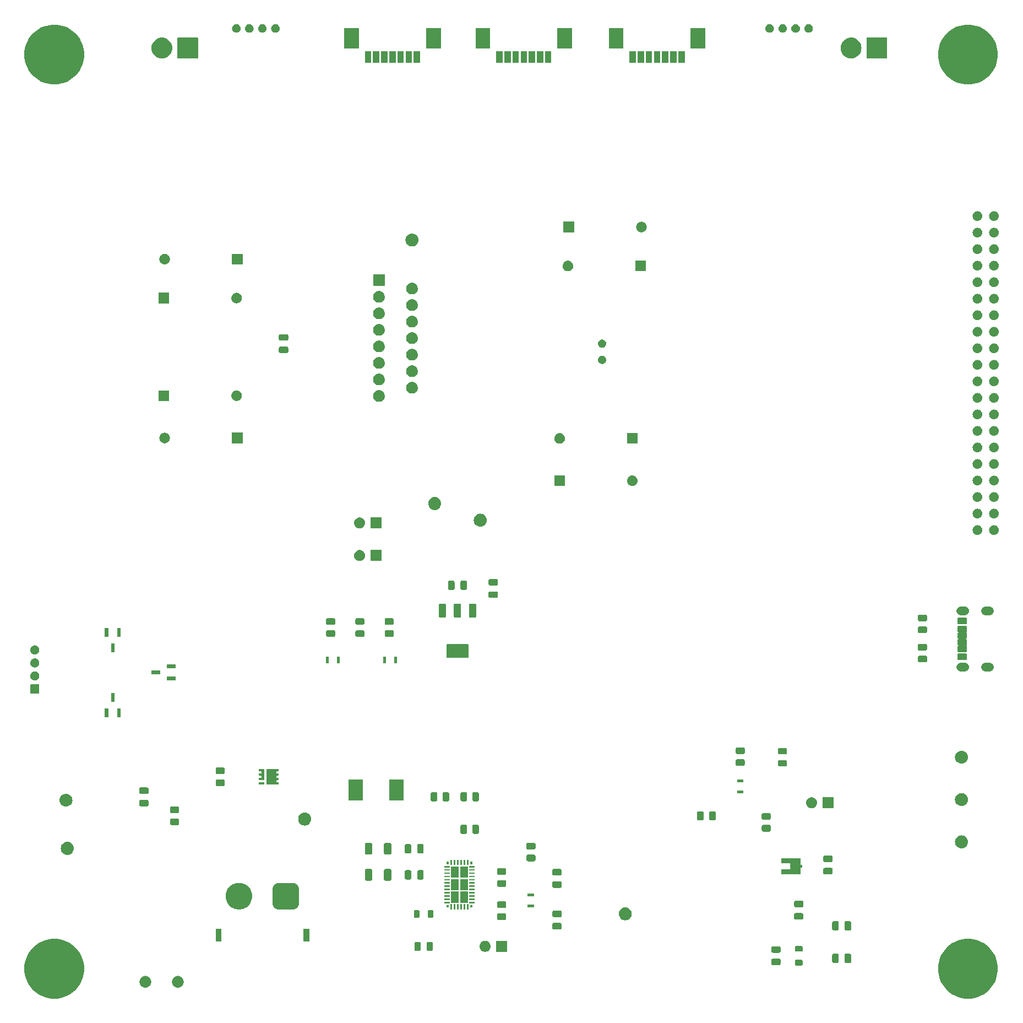
<source format=gts>
G04 #@! TF.GenerationSoftware,KiCad,Pcbnew,8.0.6*
G04 #@! TF.CreationDate,2025-01-22T16:51:43-05:00*
G04 #@! TF.ProjectId,Main_Board_Rev1,4d61696e-5f42-46f6-9172-645f52657631,rev?*
G04 #@! TF.SameCoordinates,Original*
G04 #@! TF.FileFunction,Soldermask,Top*
G04 #@! TF.FilePolarity,Negative*
%FSLAX46Y46*%
G04 Gerber Fmt 4.6, Leading zero omitted, Abs format (unit mm)*
G04 Created by KiCad (PCBNEW 8.0.6) date 2025-01-22 16:51:43*
%MOMM*%
%LPD*%
G01*
G04 APERTURE LIST*
G04 APERTURE END LIST*
G36*
X24424434Y-160919623D02*
G01*
X24845248Y-160978324D01*
X25258850Y-161075602D01*
X25661712Y-161210628D01*
X26050396Y-161382249D01*
X26421588Y-161589001D01*
X26772119Y-161829121D01*
X27099000Y-162100559D01*
X27399441Y-162401000D01*
X27670879Y-162727881D01*
X27910999Y-163078412D01*
X28117751Y-163449604D01*
X28289372Y-163838288D01*
X28424398Y-164241150D01*
X28521676Y-164654752D01*
X28580377Y-165075566D01*
X28600000Y-165500000D01*
X28580377Y-165924434D01*
X28521676Y-166345248D01*
X28424398Y-166758850D01*
X28289372Y-167161712D01*
X28117751Y-167550396D01*
X27910999Y-167921588D01*
X27670879Y-168272119D01*
X27399441Y-168599000D01*
X27099000Y-168899441D01*
X26772119Y-169170879D01*
X26421588Y-169410999D01*
X26050396Y-169617751D01*
X25661712Y-169789372D01*
X25258850Y-169924398D01*
X24845248Y-170021676D01*
X24424434Y-170080377D01*
X24000000Y-170100000D01*
X23575566Y-170080377D01*
X23154752Y-170021676D01*
X22741150Y-169924398D01*
X22338288Y-169789372D01*
X21949604Y-169617751D01*
X21578412Y-169410999D01*
X21227881Y-169170879D01*
X20901000Y-168899441D01*
X20600559Y-168599000D01*
X20329121Y-168272119D01*
X20089001Y-167921588D01*
X19882249Y-167550396D01*
X19710628Y-167161712D01*
X19575602Y-166758850D01*
X19478324Y-166345248D01*
X19419623Y-165924434D01*
X19400000Y-165500000D01*
X19419623Y-165075566D01*
X19478324Y-164654752D01*
X19575602Y-164241150D01*
X19710628Y-163838288D01*
X19882249Y-163449604D01*
X20089001Y-163078412D01*
X20329121Y-162727881D01*
X20600559Y-162401000D01*
X20901000Y-162100559D01*
X21227881Y-161829121D01*
X21578412Y-161589001D01*
X21949604Y-161382249D01*
X22338288Y-161210628D01*
X22741150Y-161075602D01*
X23154752Y-160978324D01*
X23575566Y-160919623D01*
X24000000Y-160900000D01*
X24424434Y-160919623D01*
G37*
G36*
X164924434Y-160919623D02*
G01*
X165345248Y-160978324D01*
X165758850Y-161075602D01*
X166161712Y-161210628D01*
X166550396Y-161382249D01*
X166921588Y-161589001D01*
X167272119Y-161829121D01*
X167599000Y-162100559D01*
X167899441Y-162401000D01*
X168170879Y-162727881D01*
X168410999Y-163078412D01*
X168617751Y-163449604D01*
X168789372Y-163838288D01*
X168924398Y-164241150D01*
X169021676Y-164654752D01*
X169080377Y-165075566D01*
X169100000Y-165500000D01*
X169080377Y-165924434D01*
X169021676Y-166345248D01*
X168924398Y-166758850D01*
X168789372Y-167161712D01*
X168617751Y-167550396D01*
X168410999Y-167921588D01*
X168170879Y-168272119D01*
X167899441Y-168599000D01*
X167599000Y-168899441D01*
X167272119Y-169170879D01*
X166921588Y-169410999D01*
X166550396Y-169617751D01*
X166161712Y-169789372D01*
X165758850Y-169924398D01*
X165345248Y-170021676D01*
X164924434Y-170080377D01*
X164500000Y-170100000D01*
X164075566Y-170080377D01*
X163654752Y-170021676D01*
X163241150Y-169924398D01*
X162838288Y-169789372D01*
X162449604Y-169617751D01*
X162078412Y-169410999D01*
X161727881Y-169170879D01*
X161401000Y-168899441D01*
X161100559Y-168599000D01*
X160829121Y-168272119D01*
X160589001Y-167921588D01*
X160382249Y-167550396D01*
X160210628Y-167161712D01*
X160075602Y-166758850D01*
X159978324Y-166345248D01*
X159919623Y-165924434D01*
X159900000Y-165500000D01*
X159919623Y-165075566D01*
X159978324Y-164654752D01*
X160075602Y-164241150D01*
X160210628Y-163838288D01*
X160382249Y-163449604D01*
X160589001Y-163078412D01*
X160829121Y-162727881D01*
X161100559Y-162401000D01*
X161401000Y-162100559D01*
X161727881Y-161829121D01*
X162078412Y-161589001D01*
X162449604Y-161382249D01*
X162838288Y-161210628D01*
X163241150Y-161075602D01*
X163654752Y-160978324D01*
X164075566Y-160919623D01*
X164500000Y-160900000D01*
X164924434Y-160919623D01*
G37*
G36*
X38047669Y-166603240D02*
G01*
X38094253Y-166603240D01*
X38134479Y-166611790D01*
X38175861Y-166615866D01*
X38227847Y-166631635D01*
X38278641Y-166642432D01*
X38311142Y-166656902D01*
X38344973Y-166667165D01*
X38398737Y-166695902D01*
X38450850Y-166719105D01*
X38475079Y-166736708D01*
X38500823Y-166750469D01*
X38553340Y-166793568D01*
X38603355Y-166829906D01*
X38619592Y-166847939D01*
X38637425Y-166862574D01*
X38685341Y-166920960D01*
X38729491Y-166969994D01*
X38738767Y-166986062D01*
X38749530Y-166999176D01*
X38789349Y-167073672D01*
X38823744Y-167133246D01*
X38827699Y-167145420D01*
X38832834Y-167155026D01*
X38861134Y-167248322D01*
X38881996Y-167312526D01*
X38882730Y-167319514D01*
X38884133Y-167324138D01*
X38897788Y-167462786D01*
X38901700Y-167500000D01*
X38897788Y-167537216D01*
X38884133Y-167675861D01*
X38882730Y-167680483D01*
X38881996Y-167687474D01*
X38861130Y-167751691D01*
X38832834Y-167844973D01*
X38827700Y-167854576D01*
X38823744Y-167866754D01*
X38789341Y-167926340D01*
X38749530Y-168000823D01*
X38738769Y-168013934D01*
X38729491Y-168030006D01*
X38685331Y-168079049D01*
X38637425Y-168137425D01*
X38619595Y-168152057D01*
X38603355Y-168170094D01*
X38553329Y-168206439D01*
X38500823Y-168249530D01*
X38475084Y-168263287D01*
X38450850Y-168280895D01*
X38398725Y-168304102D01*
X38344973Y-168332834D01*
X38311149Y-168343094D01*
X38278641Y-168357568D01*
X38227836Y-168368366D01*
X38175861Y-168384133D01*
X38134488Y-168388207D01*
X38094253Y-168396760D01*
X38047658Y-168396760D01*
X38000000Y-168401454D01*
X37952341Y-168396760D01*
X37905747Y-168396760D01*
X37865512Y-168388208D01*
X37824138Y-168384133D01*
X37772160Y-168368365D01*
X37721359Y-168357568D01*
X37688852Y-168343095D01*
X37655026Y-168332834D01*
X37601268Y-168304099D01*
X37549150Y-168280895D01*
X37524917Y-168263289D01*
X37499176Y-168249530D01*
X37446661Y-168206433D01*
X37396645Y-168170094D01*
X37380407Y-168152060D01*
X37362574Y-168137425D01*
X37314656Y-168079037D01*
X37270509Y-168030006D01*
X37261232Y-168013938D01*
X37250469Y-168000823D01*
X37210644Y-167926317D01*
X37176256Y-167866754D01*
X37172300Y-167854581D01*
X37167165Y-167844973D01*
X37138854Y-167751645D01*
X37118004Y-167687474D01*
X37117269Y-167680488D01*
X37115866Y-167675861D01*
X37102195Y-167537064D01*
X37098300Y-167500000D01*
X37102195Y-167462938D01*
X37115866Y-167324138D01*
X37117270Y-167319509D01*
X37118004Y-167312526D01*
X37138850Y-167248368D01*
X37167165Y-167155026D01*
X37172301Y-167145415D01*
X37176256Y-167133246D01*
X37210637Y-167073695D01*
X37250469Y-166999176D01*
X37261234Y-166986058D01*
X37270509Y-166969994D01*
X37314647Y-166920973D01*
X37362574Y-166862574D01*
X37380410Y-166847935D01*
X37396645Y-166829906D01*
X37446650Y-166793574D01*
X37499176Y-166750469D01*
X37524923Y-166736706D01*
X37549150Y-166719105D01*
X37601256Y-166695905D01*
X37655026Y-166667165D01*
X37688859Y-166656901D01*
X37721359Y-166642432D01*
X37772149Y-166631636D01*
X37824138Y-166615866D01*
X37865521Y-166611790D01*
X37905747Y-166603240D01*
X37952331Y-166603240D01*
X38000000Y-166598545D01*
X38047669Y-166603240D01*
G37*
G36*
X43047669Y-166603240D02*
G01*
X43094253Y-166603240D01*
X43134479Y-166611790D01*
X43175861Y-166615866D01*
X43227847Y-166631635D01*
X43278641Y-166642432D01*
X43311142Y-166656902D01*
X43344973Y-166667165D01*
X43398737Y-166695902D01*
X43450850Y-166719105D01*
X43475079Y-166736708D01*
X43500823Y-166750469D01*
X43553340Y-166793568D01*
X43603355Y-166829906D01*
X43619592Y-166847939D01*
X43637425Y-166862574D01*
X43685341Y-166920960D01*
X43729491Y-166969994D01*
X43738767Y-166986062D01*
X43749530Y-166999176D01*
X43789349Y-167073672D01*
X43823744Y-167133246D01*
X43827699Y-167145420D01*
X43832834Y-167155026D01*
X43861134Y-167248322D01*
X43881996Y-167312526D01*
X43882730Y-167319514D01*
X43884133Y-167324138D01*
X43897788Y-167462786D01*
X43901700Y-167500000D01*
X43897788Y-167537216D01*
X43884133Y-167675861D01*
X43882730Y-167680483D01*
X43881996Y-167687474D01*
X43861130Y-167751691D01*
X43832834Y-167844973D01*
X43827700Y-167854576D01*
X43823744Y-167866754D01*
X43789341Y-167926340D01*
X43749530Y-168000823D01*
X43738769Y-168013934D01*
X43729491Y-168030006D01*
X43685331Y-168079049D01*
X43637425Y-168137425D01*
X43619595Y-168152057D01*
X43603355Y-168170094D01*
X43553329Y-168206439D01*
X43500823Y-168249530D01*
X43475084Y-168263287D01*
X43450850Y-168280895D01*
X43398725Y-168304102D01*
X43344973Y-168332834D01*
X43311149Y-168343094D01*
X43278641Y-168357568D01*
X43227836Y-168368366D01*
X43175861Y-168384133D01*
X43134488Y-168388207D01*
X43094253Y-168396760D01*
X43047658Y-168396760D01*
X43000000Y-168401454D01*
X42952341Y-168396760D01*
X42905747Y-168396760D01*
X42865512Y-168388208D01*
X42824138Y-168384133D01*
X42772160Y-168368365D01*
X42721359Y-168357568D01*
X42688852Y-168343095D01*
X42655026Y-168332834D01*
X42601268Y-168304099D01*
X42549150Y-168280895D01*
X42524917Y-168263289D01*
X42499176Y-168249530D01*
X42446661Y-168206433D01*
X42396645Y-168170094D01*
X42380407Y-168152060D01*
X42362574Y-168137425D01*
X42314656Y-168079037D01*
X42270509Y-168030006D01*
X42261232Y-168013938D01*
X42250469Y-168000823D01*
X42210644Y-167926317D01*
X42176256Y-167866754D01*
X42172300Y-167854581D01*
X42167165Y-167844973D01*
X42138854Y-167751645D01*
X42118004Y-167687474D01*
X42117269Y-167680488D01*
X42115866Y-167675861D01*
X42102195Y-167537064D01*
X42098300Y-167500000D01*
X42102195Y-167462938D01*
X42115866Y-167324138D01*
X42117270Y-167319509D01*
X42118004Y-167312526D01*
X42138850Y-167248368D01*
X42167165Y-167155026D01*
X42172301Y-167145415D01*
X42176256Y-167133246D01*
X42210637Y-167073695D01*
X42250469Y-166999176D01*
X42261234Y-166986058D01*
X42270509Y-166969994D01*
X42314647Y-166920973D01*
X42362574Y-166862574D01*
X42380410Y-166847935D01*
X42396645Y-166829906D01*
X42446650Y-166793574D01*
X42499176Y-166750469D01*
X42524923Y-166736706D01*
X42549150Y-166719105D01*
X42601256Y-166695905D01*
X42655026Y-166667165D01*
X42688859Y-166656901D01*
X42721359Y-166642432D01*
X42772149Y-166631636D01*
X42824138Y-166615866D01*
X42865521Y-166611790D01*
X42905747Y-166603240D01*
X42952331Y-166603240D01*
X43000000Y-166598545D01*
X43047669Y-166603240D01*
G37*
G36*
X138939962Y-164141651D02*
G01*
X139010930Y-164189070D01*
X139058349Y-164260038D01*
X139075000Y-164343750D01*
X139075000Y-164781250D01*
X139058349Y-164864962D01*
X139010930Y-164935930D01*
X138939962Y-164983349D01*
X138856250Y-165000000D01*
X138093750Y-165000000D01*
X138010038Y-164983349D01*
X137939070Y-164935930D01*
X137891651Y-164864962D01*
X137875000Y-164781250D01*
X137875000Y-164343750D01*
X137891651Y-164260038D01*
X137939070Y-164189070D01*
X138010038Y-164141651D01*
X138093750Y-164125000D01*
X138856250Y-164125000D01*
X138939962Y-164141651D01*
G37*
G36*
X135454116Y-163950818D02*
G01*
X135505379Y-163956766D01*
X135522892Y-163964499D01*
X135545671Y-163969030D01*
X135570057Y-163985324D01*
X135590788Y-163994478D01*
X135604946Y-164008636D01*
X135626777Y-164023223D01*
X135641363Y-164045053D01*
X135655521Y-164059211D01*
X135664673Y-164079939D01*
X135680970Y-164104329D01*
X135685501Y-164127109D01*
X135693233Y-164144620D01*
X135699178Y-164195872D01*
X135700000Y-164200000D01*
X135700000Y-164700000D01*
X135699178Y-164704128D01*
X135693233Y-164755379D01*
X135685501Y-164772888D01*
X135680970Y-164795671D01*
X135664672Y-164820062D01*
X135655521Y-164840788D01*
X135641365Y-164854943D01*
X135626777Y-164876777D01*
X135604943Y-164891365D01*
X135590788Y-164905521D01*
X135570062Y-164914672D01*
X135545671Y-164930970D01*
X135522888Y-164935501D01*
X135505379Y-164943233D01*
X135454129Y-164949178D01*
X135450000Y-164950000D01*
X134500000Y-164950000D01*
X134495873Y-164949179D01*
X134444620Y-164943233D01*
X134427109Y-164935501D01*
X134404329Y-164930970D01*
X134379939Y-164914673D01*
X134359211Y-164905521D01*
X134345053Y-164891363D01*
X134323223Y-164876777D01*
X134308636Y-164854946D01*
X134294478Y-164840788D01*
X134285324Y-164820057D01*
X134269030Y-164795671D01*
X134264499Y-164772892D01*
X134256766Y-164755379D01*
X134250818Y-164704117D01*
X134250000Y-164700000D01*
X134250000Y-164200000D01*
X134250818Y-164195885D01*
X134256766Y-164144620D01*
X134264499Y-164127105D01*
X134269030Y-164104329D01*
X134285323Y-164079944D01*
X134294478Y-164059211D01*
X134308638Y-164045050D01*
X134323223Y-164023223D01*
X134345050Y-164008638D01*
X134359211Y-163994478D01*
X134379944Y-163985323D01*
X134404329Y-163969030D01*
X134427105Y-163964499D01*
X134444620Y-163956766D01*
X134495884Y-163950818D01*
X134500000Y-163950000D01*
X135450000Y-163950000D01*
X135454116Y-163950818D01*
G37*
G36*
X144379116Y-163175818D02*
G01*
X144430379Y-163181766D01*
X144447892Y-163189499D01*
X144470671Y-163194030D01*
X144495057Y-163210324D01*
X144515788Y-163219478D01*
X144529946Y-163233636D01*
X144551777Y-163248223D01*
X144566363Y-163270053D01*
X144580521Y-163284211D01*
X144589673Y-163304939D01*
X144605970Y-163329329D01*
X144610501Y-163352109D01*
X144618233Y-163369620D01*
X144624178Y-163420872D01*
X144625000Y-163425000D01*
X144625000Y-164375000D01*
X144624178Y-164379128D01*
X144618233Y-164430379D01*
X144610501Y-164447888D01*
X144605970Y-164470671D01*
X144589672Y-164495062D01*
X144580521Y-164515788D01*
X144566365Y-164529943D01*
X144551777Y-164551777D01*
X144529943Y-164566365D01*
X144515788Y-164580521D01*
X144495062Y-164589672D01*
X144470671Y-164605970D01*
X144447888Y-164610501D01*
X144430379Y-164618233D01*
X144379129Y-164624178D01*
X144375000Y-164625000D01*
X143875000Y-164625000D01*
X143870873Y-164624179D01*
X143819620Y-164618233D01*
X143802109Y-164610501D01*
X143779329Y-164605970D01*
X143754939Y-164589673D01*
X143734211Y-164580521D01*
X143720053Y-164566363D01*
X143698223Y-164551777D01*
X143683636Y-164529946D01*
X143669478Y-164515788D01*
X143660324Y-164495057D01*
X143644030Y-164470671D01*
X143639499Y-164447892D01*
X143631766Y-164430379D01*
X143625818Y-164379117D01*
X143625000Y-164375000D01*
X143625000Y-163425000D01*
X143625818Y-163420885D01*
X143631766Y-163369620D01*
X143639499Y-163352105D01*
X143644030Y-163329329D01*
X143660323Y-163304944D01*
X143669478Y-163284211D01*
X143683638Y-163270050D01*
X143698223Y-163248223D01*
X143720050Y-163233638D01*
X143734211Y-163219478D01*
X143754944Y-163210323D01*
X143779329Y-163194030D01*
X143802105Y-163189499D01*
X143819620Y-163181766D01*
X143870884Y-163175818D01*
X143875000Y-163175000D01*
X144375000Y-163175000D01*
X144379116Y-163175818D01*
G37*
G36*
X146279116Y-163175818D02*
G01*
X146330379Y-163181766D01*
X146347892Y-163189499D01*
X146370671Y-163194030D01*
X146395057Y-163210324D01*
X146415788Y-163219478D01*
X146429946Y-163233636D01*
X146451777Y-163248223D01*
X146466363Y-163270053D01*
X146480521Y-163284211D01*
X146489673Y-163304939D01*
X146505970Y-163329329D01*
X146510501Y-163352109D01*
X146518233Y-163369620D01*
X146524178Y-163420872D01*
X146525000Y-163425000D01*
X146525000Y-164375000D01*
X146524178Y-164379128D01*
X146518233Y-164430379D01*
X146510501Y-164447888D01*
X146505970Y-164470671D01*
X146489672Y-164495062D01*
X146480521Y-164515788D01*
X146466365Y-164529943D01*
X146451777Y-164551777D01*
X146429943Y-164566365D01*
X146415788Y-164580521D01*
X146395062Y-164589672D01*
X146370671Y-164605970D01*
X146347888Y-164610501D01*
X146330379Y-164618233D01*
X146279129Y-164624178D01*
X146275000Y-164625000D01*
X145775000Y-164625000D01*
X145770873Y-164624179D01*
X145719620Y-164618233D01*
X145702109Y-164610501D01*
X145679329Y-164605970D01*
X145654939Y-164589673D01*
X145634211Y-164580521D01*
X145620053Y-164566363D01*
X145598223Y-164551777D01*
X145583636Y-164529946D01*
X145569478Y-164515788D01*
X145560324Y-164495057D01*
X145544030Y-164470671D01*
X145539499Y-164447892D01*
X145531766Y-164430379D01*
X145525818Y-164379117D01*
X145525000Y-164375000D01*
X145525000Y-163425000D01*
X145525818Y-163420885D01*
X145531766Y-163369620D01*
X145539499Y-163352105D01*
X145544030Y-163329329D01*
X145560323Y-163304944D01*
X145569478Y-163284211D01*
X145583638Y-163270050D01*
X145598223Y-163248223D01*
X145620050Y-163233638D01*
X145634211Y-163219478D01*
X145654944Y-163210323D01*
X145679329Y-163194030D01*
X145702105Y-163189499D01*
X145719620Y-163181766D01*
X145770884Y-163175818D01*
X145775000Y-163175000D01*
X146275000Y-163175000D01*
X146279116Y-163175818D01*
G37*
G36*
X135454116Y-162050818D02*
G01*
X135505379Y-162056766D01*
X135522892Y-162064499D01*
X135545671Y-162069030D01*
X135570057Y-162085324D01*
X135590788Y-162094478D01*
X135604946Y-162108636D01*
X135626777Y-162123223D01*
X135641363Y-162145053D01*
X135655521Y-162159211D01*
X135664673Y-162179939D01*
X135680970Y-162204329D01*
X135685501Y-162227109D01*
X135693233Y-162244620D01*
X135699178Y-162295872D01*
X135700000Y-162300000D01*
X135700000Y-162800000D01*
X135699178Y-162804128D01*
X135693233Y-162855379D01*
X135685501Y-162872888D01*
X135680970Y-162895671D01*
X135664672Y-162920062D01*
X135655521Y-162940788D01*
X135641365Y-162954943D01*
X135626777Y-162976777D01*
X135604943Y-162991365D01*
X135590788Y-163005521D01*
X135570062Y-163014672D01*
X135545671Y-163030970D01*
X135522888Y-163035501D01*
X135505379Y-163043233D01*
X135454129Y-163049178D01*
X135450000Y-163050000D01*
X134500000Y-163050000D01*
X134495873Y-163049179D01*
X134444620Y-163043233D01*
X134427109Y-163035501D01*
X134404329Y-163030970D01*
X134379939Y-163014673D01*
X134359211Y-163005521D01*
X134345053Y-162991363D01*
X134323223Y-162976777D01*
X134308636Y-162954946D01*
X134294478Y-162940788D01*
X134285324Y-162920057D01*
X134269030Y-162895671D01*
X134264499Y-162872892D01*
X134256766Y-162855379D01*
X134250818Y-162804117D01*
X134250000Y-162800000D01*
X134250000Y-162300000D01*
X134250818Y-162295885D01*
X134256766Y-162244620D01*
X134264499Y-162227105D01*
X134269030Y-162204329D01*
X134285323Y-162179944D01*
X134294478Y-162159211D01*
X134308638Y-162145050D01*
X134323223Y-162123223D01*
X134345050Y-162108638D01*
X134359211Y-162094478D01*
X134379944Y-162085323D01*
X134404329Y-162069030D01*
X134427105Y-162064499D01*
X134444620Y-162056766D01*
X134495884Y-162050818D01*
X134500000Y-162050000D01*
X135450000Y-162050000D01*
X135454116Y-162050818D01*
G37*
G36*
X93649976Y-162920108D02*
G01*
X91949976Y-162920108D01*
X91949976Y-161220108D01*
X93649976Y-161220108D01*
X93649976Y-162920108D01*
G37*
G36*
X90522640Y-161261710D02*
G01*
X90684976Y-161333986D01*
X90828737Y-161438435D01*
X90947640Y-161570491D01*
X91036490Y-161724382D01*
X91091401Y-161893383D01*
X91109976Y-162070108D01*
X91091401Y-162246833D01*
X91036490Y-162415834D01*
X90947640Y-162569725D01*
X90828737Y-162701781D01*
X90684976Y-162806230D01*
X90522640Y-162878506D01*
X90348825Y-162915452D01*
X90171127Y-162915452D01*
X89997312Y-162878506D01*
X89834976Y-162806230D01*
X89691215Y-162701781D01*
X89572312Y-162569725D01*
X89483462Y-162415834D01*
X89428551Y-162246833D01*
X89409976Y-162070108D01*
X89428551Y-161893383D01*
X89483462Y-161724382D01*
X89572312Y-161570491D01*
X89691215Y-161438435D01*
X89834976Y-161333986D01*
X89997312Y-161261710D01*
X90171127Y-161224764D01*
X90348825Y-161224764D01*
X90522640Y-161261710D01*
G37*
G36*
X138939962Y-162016651D02*
G01*
X139010930Y-162064070D01*
X139058349Y-162135038D01*
X139075000Y-162218750D01*
X139075000Y-162656250D01*
X139058349Y-162739962D01*
X139010930Y-162810930D01*
X138939962Y-162858349D01*
X138856250Y-162875000D01*
X138093750Y-162875000D01*
X138010038Y-162858349D01*
X137939070Y-162810930D01*
X137891651Y-162739962D01*
X137875000Y-162656250D01*
X137875000Y-162218750D01*
X137891651Y-162135038D01*
X137939070Y-162064070D01*
X138010038Y-162016651D01*
X138093750Y-162000000D01*
X138856250Y-162000000D01*
X138939962Y-162016651D01*
G37*
G36*
X80110342Y-161370926D02*
G01*
X80160174Y-161376708D01*
X80177198Y-161384225D01*
X80199505Y-161388662D01*
X80223384Y-161404618D01*
X80243482Y-161413492D01*
X80257209Y-161427219D01*
X80278583Y-161441501D01*
X80292864Y-161462874D01*
X80306591Y-161476601D01*
X80315464Y-161496696D01*
X80331422Y-161520579D01*
X80335859Y-161542887D01*
X80343375Y-161559909D01*
X80349154Y-161609729D01*
X80349976Y-161613858D01*
X80349976Y-162526358D01*
X80349154Y-162530486D01*
X80343375Y-162580306D01*
X80335859Y-162597326D01*
X80331422Y-162619637D01*
X80315462Y-162643521D01*
X80306591Y-162663614D01*
X80292866Y-162677338D01*
X80278583Y-162698715D01*
X80257206Y-162712998D01*
X80243482Y-162726723D01*
X80223389Y-162735594D01*
X80199505Y-162751554D01*
X80177194Y-162755991D01*
X80160174Y-162763507D01*
X80110355Y-162769286D01*
X80106226Y-162770108D01*
X79618726Y-162770108D01*
X79614599Y-162769287D01*
X79564777Y-162763507D01*
X79547755Y-162755991D01*
X79525447Y-162751554D01*
X79501564Y-162735596D01*
X79481469Y-162726723D01*
X79467742Y-162712996D01*
X79446369Y-162698715D01*
X79432087Y-162677341D01*
X79418360Y-162663614D01*
X79409486Y-162643516D01*
X79393530Y-162619637D01*
X79389093Y-162597330D01*
X79381576Y-162580306D01*
X79375794Y-162530475D01*
X79374976Y-162526358D01*
X79374976Y-161613858D01*
X79375794Y-161609743D01*
X79381576Y-161559909D01*
X79389093Y-161542883D01*
X79393530Y-161520579D01*
X79409484Y-161496701D01*
X79418360Y-161476601D01*
X79432089Y-161462871D01*
X79446369Y-161441501D01*
X79467739Y-161427221D01*
X79481469Y-161413492D01*
X79501569Y-161404616D01*
X79525447Y-161388662D01*
X79547751Y-161384225D01*
X79564777Y-161376708D01*
X79614610Y-161370926D01*
X79618726Y-161370108D01*
X80106226Y-161370108D01*
X80110342Y-161370926D01*
G37*
G36*
X81985342Y-161370926D02*
G01*
X82035174Y-161376708D01*
X82052198Y-161384225D01*
X82074505Y-161388662D01*
X82098384Y-161404618D01*
X82118482Y-161413492D01*
X82132209Y-161427219D01*
X82153583Y-161441501D01*
X82167864Y-161462874D01*
X82181591Y-161476601D01*
X82190464Y-161496696D01*
X82206422Y-161520579D01*
X82210859Y-161542887D01*
X82218375Y-161559909D01*
X82224154Y-161609729D01*
X82224976Y-161613858D01*
X82224976Y-162526358D01*
X82224154Y-162530486D01*
X82218375Y-162580306D01*
X82210859Y-162597326D01*
X82206422Y-162619637D01*
X82190462Y-162643521D01*
X82181591Y-162663614D01*
X82167866Y-162677338D01*
X82153583Y-162698715D01*
X82132206Y-162712998D01*
X82118482Y-162726723D01*
X82098389Y-162735594D01*
X82074505Y-162751554D01*
X82052194Y-162755991D01*
X82035174Y-162763507D01*
X81985355Y-162769286D01*
X81981226Y-162770108D01*
X81493726Y-162770108D01*
X81489599Y-162769287D01*
X81439777Y-162763507D01*
X81422755Y-162755991D01*
X81400447Y-162751554D01*
X81376564Y-162735596D01*
X81356469Y-162726723D01*
X81342742Y-162712996D01*
X81321369Y-162698715D01*
X81307087Y-162677341D01*
X81293360Y-162663614D01*
X81284486Y-162643516D01*
X81268530Y-162619637D01*
X81264093Y-162597330D01*
X81256576Y-162580306D01*
X81250794Y-162530475D01*
X81249976Y-162526358D01*
X81249976Y-161613858D01*
X81250794Y-161609743D01*
X81256576Y-161559909D01*
X81264093Y-161542883D01*
X81268530Y-161520579D01*
X81284484Y-161496701D01*
X81293360Y-161476601D01*
X81307089Y-161462871D01*
X81321369Y-161441501D01*
X81342739Y-161427221D01*
X81356469Y-161413492D01*
X81376569Y-161404616D01*
X81400447Y-161388662D01*
X81422751Y-161384225D01*
X81439777Y-161376708D01*
X81489610Y-161370926D01*
X81493726Y-161370108D01*
X81981226Y-161370108D01*
X81985342Y-161370926D01*
G37*
G36*
X49700000Y-161350000D02*
G01*
X48800000Y-161350000D01*
X48800000Y-159350000D01*
X49700000Y-159350000D01*
X49700000Y-161350000D01*
G37*
G36*
X63200000Y-161350000D02*
G01*
X62300000Y-161350000D01*
X62300000Y-159350000D01*
X63200000Y-159350000D01*
X63200000Y-161350000D01*
G37*
G36*
X144379116Y-158175818D02*
G01*
X144430379Y-158181766D01*
X144447892Y-158189499D01*
X144470671Y-158194030D01*
X144495057Y-158210324D01*
X144515788Y-158219478D01*
X144529946Y-158233636D01*
X144551777Y-158248223D01*
X144566363Y-158270053D01*
X144580521Y-158284211D01*
X144589673Y-158304939D01*
X144605970Y-158329329D01*
X144610501Y-158352109D01*
X144618233Y-158369620D01*
X144624178Y-158420872D01*
X144625000Y-158425000D01*
X144625000Y-159375000D01*
X144624178Y-159379128D01*
X144618233Y-159430379D01*
X144610501Y-159447888D01*
X144605970Y-159470671D01*
X144589672Y-159495062D01*
X144580521Y-159515788D01*
X144566365Y-159529943D01*
X144551777Y-159551777D01*
X144529943Y-159566365D01*
X144515788Y-159580521D01*
X144495062Y-159589672D01*
X144470671Y-159605970D01*
X144447888Y-159610501D01*
X144430379Y-159618233D01*
X144379129Y-159624178D01*
X144375000Y-159625000D01*
X143875000Y-159625000D01*
X143870873Y-159624179D01*
X143819620Y-159618233D01*
X143802109Y-159610501D01*
X143779329Y-159605970D01*
X143754939Y-159589673D01*
X143734211Y-159580521D01*
X143720053Y-159566363D01*
X143698223Y-159551777D01*
X143683636Y-159529946D01*
X143669478Y-159515788D01*
X143660324Y-159495057D01*
X143644030Y-159470671D01*
X143639499Y-159447892D01*
X143631766Y-159430379D01*
X143625818Y-159379117D01*
X143625000Y-159375000D01*
X143625000Y-158425000D01*
X143625818Y-158420885D01*
X143631766Y-158369620D01*
X143639499Y-158352105D01*
X143644030Y-158329329D01*
X143660323Y-158304944D01*
X143669478Y-158284211D01*
X143683638Y-158270050D01*
X143698223Y-158248223D01*
X143720050Y-158233638D01*
X143734211Y-158219478D01*
X143754944Y-158210323D01*
X143779329Y-158194030D01*
X143802105Y-158189499D01*
X143819620Y-158181766D01*
X143870884Y-158175818D01*
X143875000Y-158175000D01*
X144375000Y-158175000D01*
X144379116Y-158175818D01*
G37*
G36*
X146279116Y-158175818D02*
G01*
X146330379Y-158181766D01*
X146347892Y-158189499D01*
X146370671Y-158194030D01*
X146395057Y-158210324D01*
X146415788Y-158219478D01*
X146429946Y-158233636D01*
X146451777Y-158248223D01*
X146466363Y-158270053D01*
X146480521Y-158284211D01*
X146489673Y-158304939D01*
X146505970Y-158329329D01*
X146510501Y-158352109D01*
X146518233Y-158369620D01*
X146524178Y-158420872D01*
X146525000Y-158425000D01*
X146525000Y-159375000D01*
X146524178Y-159379128D01*
X146518233Y-159430379D01*
X146510501Y-159447888D01*
X146505970Y-159470671D01*
X146489672Y-159495062D01*
X146480521Y-159515788D01*
X146466365Y-159529943D01*
X146451777Y-159551777D01*
X146429943Y-159566365D01*
X146415788Y-159580521D01*
X146395062Y-159589672D01*
X146370671Y-159605970D01*
X146347888Y-159610501D01*
X146330379Y-159618233D01*
X146279129Y-159624178D01*
X146275000Y-159625000D01*
X145775000Y-159625000D01*
X145770873Y-159624179D01*
X145719620Y-159618233D01*
X145702109Y-159610501D01*
X145679329Y-159605970D01*
X145654939Y-159589673D01*
X145634211Y-159580521D01*
X145620053Y-159566363D01*
X145598223Y-159551777D01*
X145583636Y-159529946D01*
X145569478Y-159515788D01*
X145560324Y-159495057D01*
X145544030Y-159470671D01*
X145539499Y-159447892D01*
X145531766Y-159430379D01*
X145525818Y-159379117D01*
X145525000Y-159375000D01*
X145525000Y-158425000D01*
X145525818Y-158420885D01*
X145531766Y-158369620D01*
X145539499Y-158352105D01*
X145544030Y-158329329D01*
X145560323Y-158304944D01*
X145569478Y-158284211D01*
X145583638Y-158270050D01*
X145598223Y-158248223D01*
X145620050Y-158233638D01*
X145634211Y-158219478D01*
X145654944Y-158210323D01*
X145679329Y-158194030D01*
X145702105Y-158189499D01*
X145719620Y-158181766D01*
X145770884Y-158175818D01*
X145775000Y-158175000D01*
X146275000Y-158175000D01*
X146279116Y-158175818D01*
G37*
G36*
X101779092Y-158470926D02*
G01*
X101830355Y-158476874D01*
X101847868Y-158484607D01*
X101870647Y-158489138D01*
X101895033Y-158505432D01*
X101915764Y-158514586D01*
X101929922Y-158528744D01*
X101951753Y-158543331D01*
X101966339Y-158565161D01*
X101980497Y-158579319D01*
X101989649Y-158600047D01*
X102005946Y-158624437D01*
X102010477Y-158647217D01*
X102018209Y-158664728D01*
X102024154Y-158715980D01*
X102024976Y-158720108D01*
X102024976Y-159220108D01*
X102024154Y-159224236D01*
X102018209Y-159275487D01*
X102010477Y-159292996D01*
X102005946Y-159315779D01*
X101989648Y-159340170D01*
X101980497Y-159360896D01*
X101966341Y-159375051D01*
X101951753Y-159396885D01*
X101929919Y-159411473D01*
X101915764Y-159425629D01*
X101895038Y-159434780D01*
X101870647Y-159451078D01*
X101847864Y-159455609D01*
X101830355Y-159463341D01*
X101779105Y-159469286D01*
X101774976Y-159470108D01*
X100824976Y-159470108D01*
X100820849Y-159469287D01*
X100769596Y-159463341D01*
X100752085Y-159455609D01*
X100729305Y-159451078D01*
X100704915Y-159434781D01*
X100684187Y-159425629D01*
X100670029Y-159411471D01*
X100648199Y-159396885D01*
X100633612Y-159375054D01*
X100619454Y-159360896D01*
X100610300Y-159340165D01*
X100594006Y-159315779D01*
X100589475Y-159293000D01*
X100581742Y-159275487D01*
X100575794Y-159224225D01*
X100574976Y-159220108D01*
X100574976Y-158720108D01*
X100575794Y-158715993D01*
X100581742Y-158664728D01*
X100589475Y-158647213D01*
X100594006Y-158624437D01*
X100610299Y-158600052D01*
X100619454Y-158579319D01*
X100633614Y-158565158D01*
X100648199Y-158543331D01*
X100670026Y-158528746D01*
X100684187Y-158514586D01*
X100704920Y-158505431D01*
X100729305Y-158489138D01*
X100752081Y-158484607D01*
X100769596Y-158476874D01*
X100820860Y-158470926D01*
X100824976Y-158470108D01*
X101774976Y-158470108D01*
X101779092Y-158470926D01*
G37*
G36*
X111995066Y-156089323D02*
G01*
X112182659Y-156146228D01*
X112355546Y-156238638D01*
X112507083Y-156363001D01*
X112631446Y-156514538D01*
X112723856Y-156687425D01*
X112780761Y-156875018D01*
X112799976Y-157070108D01*
X112780761Y-157265198D01*
X112723856Y-157452791D01*
X112631446Y-157625678D01*
X112507083Y-157777215D01*
X112355546Y-157901578D01*
X112182659Y-157993988D01*
X111995066Y-158050893D01*
X111799976Y-158070108D01*
X111604886Y-158050893D01*
X111417293Y-157993988D01*
X111244406Y-157901578D01*
X111092869Y-157777215D01*
X110968506Y-157625678D01*
X110876096Y-157452791D01*
X110819191Y-157265198D01*
X110799976Y-157070108D01*
X110819191Y-156875018D01*
X110876096Y-156687425D01*
X110968506Y-156514538D01*
X111092869Y-156363001D01*
X111244406Y-156238638D01*
X111417293Y-156146228D01*
X111604886Y-156089323D01*
X111799976Y-156070108D01*
X111995066Y-156089323D01*
G37*
G36*
X93254092Y-156970926D02*
G01*
X93305355Y-156976874D01*
X93322868Y-156984607D01*
X93345647Y-156989138D01*
X93370033Y-157005432D01*
X93390764Y-157014586D01*
X93404922Y-157028744D01*
X93426753Y-157043331D01*
X93441339Y-157065161D01*
X93455497Y-157079319D01*
X93464649Y-157100047D01*
X93480946Y-157124437D01*
X93485477Y-157147217D01*
X93493209Y-157164728D01*
X93499154Y-157215980D01*
X93499976Y-157220108D01*
X93499976Y-157745108D01*
X93499154Y-157749236D01*
X93493209Y-157800487D01*
X93485477Y-157817996D01*
X93480946Y-157840779D01*
X93464648Y-157865170D01*
X93455497Y-157885896D01*
X93441341Y-157900051D01*
X93426753Y-157921885D01*
X93404919Y-157936473D01*
X93390764Y-157950629D01*
X93370038Y-157959780D01*
X93345647Y-157976078D01*
X93322864Y-157980609D01*
X93305355Y-157988341D01*
X93254105Y-157994286D01*
X93249976Y-157995108D01*
X92349976Y-157995108D01*
X92345849Y-157994287D01*
X92294596Y-157988341D01*
X92277085Y-157980609D01*
X92254305Y-157976078D01*
X92229915Y-157959781D01*
X92209187Y-157950629D01*
X92195029Y-157936471D01*
X92173199Y-157921885D01*
X92158612Y-157900054D01*
X92144454Y-157885896D01*
X92135300Y-157865165D01*
X92119006Y-157840779D01*
X92114475Y-157818000D01*
X92106742Y-157800487D01*
X92100794Y-157749225D01*
X92099976Y-157745108D01*
X92099976Y-157220108D01*
X92100794Y-157215993D01*
X92106742Y-157164728D01*
X92114475Y-157147213D01*
X92119006Y-157124437D01*
X92135299Y-157100052D01*
X92144454Y-157079319D01*
X92158614Y-157065158D01*
X92173199Y-157043331D01*
X92195026Y-157028746D01*
X92209187Y-157014586D01*
X92229920Y-157005431D01*
X92254305Y-156989138D01*
X92277081Y-156984607D01*
X92294596Y-156976874D01*
X92345860Y-156970926D01*
X92349976Y-156970108D01*
X93249976Y-156970108D01*
X93254092Y-156970926D01*
G37*
G36*
X138954116Y-156950818D02*
G01*
X139005379Y-156956766D01*
X139022892Y-156964499D01*
X139045671Y-156969030D01*
X139070057Y-156985324D01*
X139090788Y-156994478D01*
X139104946Y-157008636D01*
X139126777Y-157023223D01*
X139141363Y-157045053D01*
X139155521Y-157059211D01*
X139164673Y-157079939D01*
X139180970Y-157104329D01*
X139185501Y-157127109D01*
X139193233Y-157144620D01*
X139199178Y-157195872D01*
X139200000Y-157200000D01*
X139200000Y-157700000D01*
X139199178Y-157704128D01*
X139193233Y-157755379D01*
X139185501Y-157772888D01*
X139180970Y-157795671D01*
X139164672Y-157820062D01*
X139155521Y-157840788D01*
X139141365Y-157854943D01*
X139126777Y-157876777D01*
X139104943Y-157891365D01*
X139090788Y-157905521D01*
X139070062Y-157914672D01*
X139045671Y-157930970D01*
X139022888Y-157935501D01*
X139005379Y-157943233D01*
X138954129Y-157949178D01*
X138950000Y-157950000D01*
X138000000Y-157950000D01*
X137995873Y-157949179D01*
X137944620Y-157943233D01*
X137927109Y-157935501D01*
X137904329Y-157930970D01*
X137879939Y-157914673D01*
X137859211Y-157905521D01*
X137845053Y-157891363D01*
X137823223Y-157876777D01*
X137808636Y-157854946D01*
X137794478Y-157840788D01*
X137785324Y-157820057D01*
X137769030Y-157795671D01*
X137764499Y-157772892D01*
X137756766Y-157755379D01*
X137750818Y-157704117D01*
X137750000Y-157700000D01*
X137750000Y-157200000D01*
X137750818Y-157195885D01*
X137756766Y-157144620D01*
X137764499Y-157127105D01*
X137769030Y-157104329D01*
X137785323Y-157079944D01*
X137794478Y-157059211D01*
X137808638Y-157045050D01*
X137823223Y-157023223D01*
X137845050Y-157008638D01*
X137859211Y-156994478D01*
X137879944Y-156985323D01*
X137904329Y-156969030D01*
X137927105Y-156964499D01*
X137944620Y-156956766D01*
X137995884Y-156950818D01*
X138000000Y-156950000D01*
X138950000Y-156950000D01*
X138954116Y-156950818D01*
G37*
G36*
X80039938Y-156486759D02*
G01*
X80110906Y-156534178D01*
X80158325Y-156605146D01*
X80174976Y-156688858D01*
X80174976Y-157451358D01*
X80158325Y-157535070D01*
X80110906Y-157606038D01*
X80039938Y-157653457D01*
X79956226Y-157670108D01*
X79518726Y-157670108D01*
X79435014Y-157653457D01*
X79364046Y-157606038D01*
X79316627Y-157535070D01*
X79299976Y-157451358D01*
X79299976Y-156688858D01*
X79316627Y-156605146D01*
X79364046Y-156534178D01*
X79435014Y-156486759D01*
X79518726Y-156470108D01*
X79956226Y-156470108D01*
X80039938Y-156486759D01*
G37*
G36*
X82164938Y-156486759D02*
G01*
X82235906Y-156534178D01*
X82283325Y-156605146D01*
X82299976Y-156688858D01*
X82299976Y-157451358D01*
X82283325Y-157535070D01*
X82235906Y-157606038D01*
X82164938Y-157653457D01*
X82081226Y-157670108D01*
X81643726Y-157670108D01*
X81560014Y-157653457D01*
X81489046Y-157606038D01*
X81441627Y-157535070D01*
X81424976Y-157451358D01*
X81424976Y-156688858D01*
X81441627Y-156605146D01*
X81489046Y-156534178D01*
X81560014Y-156486759D01*
X81643726Y-156470108D01*
X82081226Y-156470108D01*
X82164938Y-156486759D01*
G37*
G36*
X101779092Y-156570926D02*
G01*
X101830355Y-156576874D01*
X101847868Y-156584607D01*
X101870647Y-156589138D01*
X101895033Y-156605432D01*
X101915764Y-156614586D01*
X101929922Y-156628744D01*
X101951753Y-156643331D01*
X101966339Y-156665161D01*
X101980497Y-156679319D01*
X101989649Y-156700047D01*
X102005946Y-156724437D01*
X102010477Y-156747217D01*
X102018209Y-156764728D01*
X102024154Y-156815980D01*
X102024976Y-156820108D01*
X102024976Y-157320108D01*
X102024154Y-157324236D01*
X102018209Y-157375487D01*
X102010477Y-157392996D01*
X102005946Y-157415779D01*
X101989648Y-157440170D01*
X101980497Y-157460896D01*
X101966341Y-157475051D01*
X101951753Y-157496885D01*
X101929919Y-157511473D01*
X101915764Y-157525629D01*
X101895038Y-157534780D01*
X101870647Y-157551078D01*
X101847864Y-157555609D01*
X101830355Y-157563341D01*
X101779105Y-157569286D01*
X101774976Y-157570108D01*
X100824976Y-157570108D01*
X100820849Y-157569287D01*
X100769596Y-157563341D01*
X100752085Y-157555609D01*
X100729305Y-157551078D01*
X100704915Y-157534781D01*
X100684187Y-157525629D01*
X100670029Y-157511471D01*
X100648199Y-157496885D01*
X100633612Y-157475054D01*
X100619454Y-157460896D01*
X100610300Y-157440165D01*
X100594006Y-157415779D01*
X100589475Y-157393000D01*
X100581742Y-157375487D01*
X100575794Y-157324225D01*
X100574976Y-157320108D01*
X100574976Y-156820108D01*
X100575794Y-156815993D01*
X100581742Y-156764728D01*
X100589475Y-156747213D01*
X100594006Y-156724437D01*
X100610299Y-156700052D01*
X100619454Y-156679319D01*
X100633614Y-156665158D01*
X100648199Y-156643331D01*
X100670026Y-156628746D01*
X100684187Y-156614586D01*
X100704920Y-156605431D01*
X100729305Y-156589138D01*
X100752081Y-156584607D01*
X100769596Y-156576874D01*
X100820860Y-156570926D01*
X100824976Y-156570108D01*
X101774976Y-156570108D01*
X101779092Y-156570926D01*
G37*
G36*
X60627311Y-152300227D02*
G01*
X60745767Y-152307283D01*
X60784501Y-152315709D01*
X60824968Y-152319695D01*
X60881117Y-152336727D01*
X60937025Y-152348890D01*
X60975438Y-152365339D01*
X61017251Y-152378023D01*
X61066368Y-152404277D01*
X61116123Y-152425583D01*
X61153289Y-152450738D01*
X61194459Y-152472744D01*
X61235183Y-152506165D01*
X61277461Y-152534780D01*
X61311377Y-152568696D01*
X61349784Y-152600216D01*
X61381303Y-152638622D01*
X61415219Y-152672538D01*
X61443832Y-152714814D01*
X61477256Y-152755541D01*
X61499262Y-152796712D01*
X61524416Y-152833876D01*
X61545719Y-152883626D01*
X61571977Y-152932749D01*
X61584661Y-152974565D01*
X61601109Y-153012974D01*
X61613269Y-153068872D01*
X61630305Y-153125032D01*
X61634291Y-153165506D01*
X61642716Y-153204233D01*
X61649770Y-153322665D01*
X61650000Y-153325000D01*
X61650000Y-155375000D01*
X61649769Y-155377337D01*
X61642716Y-155495767D01*
X61634291Y-155534492D01*
X61630305Y-155574968D01*
X61613268Y-155631129D01*
X61601109Y-155687025D01*
X61584662Y-155725430D01*
X61571977Y-155767251D01*
X61545717Y-155816377D01*
X61524416Y-155866123D01*
X61499265Y-155903282D01*
X61477256Y-155944459D01*
X61443828Y-155985190D01*
X61415219Y-156027461D01*
X61381307Y-156061372D01*
X61349784Y-156099784D01*
X61311372Y-156131307D01*
X61277461Y-156165219D01*
X61235190Y-156193828D01*
X61194459Y-156227256D01*
X61153282Y-156249265D01*
X61116123Y-156274416D01*
X61066377Y-156295717D01*
X61017251Y-156321977D01*
X60975430Y-156334662D01*
X60937025Y-156351109D01*
X60881130Y-156363268D01*
X60824968Y-156380305D01*
X60784491Y-156384291D01*
X60745766Y-156392716D01*
X60627336Y-156399769D01*
X60625000Y-156400000D01*
X58575000Y-156400000D01*
X58572664Y-156399769D01*
X58454232Y-156392716D01*
X58415505Y-156384291D01*
X58375032Y-156380305D01*
X58318873Y-156363269D01*
X58262974Y-156351109D01*
X58224565Y-156334661D01*
X58182749Y-156321977D01*
X58133626Y-156295719D01*
X58083876Y-156274416D01*
X58046712Y-156249262D01*
X58005541Y-156227256D01*
X57964814Y-156193832D01*
X57922538Y-156165219D01*
X57888622Y-156131303D01*
X57850216Y-156099784D01*
X57818696Y-156061377D01*
X57784780Y-156027461D01*
X57756165Y-155985183D01*
X57722744Y-155944459D01*
X57700738Y-155903289D01*
X57675583Y-155866123D01*
X57654277Y-155816368D01*
X57628023Y-155767251D01*
X57615339Y-155725438D01*
X57598890Y-155687025D01*
X57586727Y-155631118D01*
X57569695Y-155574968D01*
X57565709Y-155534499D01*
X57557283Y-155495766D01*
X57550227Y-155377310D01*
X57550000Y-155375000D01*
X57550000Y-153325000D01*
X57550227Y-153322689D01*
X57557283Y-153204232D01*
X57565709Y-153165496D01*
X57569695Y-153125032D01*
X57586726Y-153068884D01*
X57598890Y-153012974D01*
X57615340Y-152974557D01*
X57628023Y-152932749D01*
X57654275Y-152883635D01*
X57675583Y-152833876D01*
X57700740Y-152796705D01*
X57722744Y-152755541D01*
X57756161Y-152714821D01*
X57784780Y-152672538D01*
X57818701Y-152638616D01*
X57850216Y-152600216D01*
X57888616Y-152568701D01*
X57922538Y-152534780D01*
X57964821Y-152506161D01*
X58005541Y-152472744D01*
X58046705Y-152450740D01*
X58083876Y-152425583D01*
X58133635Y-152404275D01*
X58182749Y-152378023D01*
X58224557Y-152365340D01*
X58262974Y-152348890D01*
X58318884Y-152336727D01*
X58375032Y-152319695D01*
X58415498Y-152315709D01*
X58454233Y-152307283D01*
X58572691Y-152300227D01*
X58575000Y-152300000D01*
X60625000Y-152300000D01*
X60627311Y-152300227D01*
G37*
G36*
X52817085Y-152342878D02*
G01*
X53086503Y-152418365D01*
X53343133Y-152529835D01*
X53582195Y-152675212D01*
X53799234Y-152851786D01*
X53990208Y-153056270D01*
X54151560Y-153284853D01*
X54280283Y-153533278D01*
X54373980Y-153796917D01*
X54430906Y-154070858D01*
X54450000Y-154350000D01*
X54430906Y-154629142D01*
X54373980Y-154903083D01*
X54280283Y-155166722D01*
X54151560Y-155415147D01*
X53990208Y-155643730D01*
X53799234Y-155848214D01*
X53582195Y-156024788D01*
X53343133Y-156170165D01*
X53086503Y-156281635D01*
X52817085Y-156357122D01*
X52539897Y-156395221D01*
X52260103Y-156395221D01*
X51982915Y-156357122D01*
X51713497Y-156281635D01*
X51456867Y-156170165D01*
X51217805Y-156024788D01*
X51000766Y-155848214D01*
X50809792Y-155643730D01*
X50648440Y-155415147D01*
X50519717Y-155166722D01*
X50426020Y-154903083D01*
X50369094Y-154629142D01*
X50350000Y-154350000D01*
X50369094Y-154070858D01*
X50426020Y-153796917D01*
X50519717Y-153533278D01*
X50648440Y-153284853D01*
X50809792Y-153056270D01*
X51000766Y-152851786D01*
X51217805Y-152675212D01*
X51456867Y-152529835D01*
X51713497Y-152418365D01*
X51982915Y-152342878D01*
X52260103Y-152304779D01*
X52539897Y-152304779D01*
X52817085Y-152342878D01*
G37*
G36*
X85163961Y-156380108D02*
G01*
X84935361Y-156380108D01*
X84935361Y-155567308D01*
X85163961Y-155567308D01*
X85163961Y-156380108D01*
G37*
G36*
X85664087Y-156380108D02*
G01*
X85435487Y-156380108D01*
X85435487Y-155567308D01*
X85664087Y-155567308D01*
X85664087Y-156380108D01*
G37*
G36*
X86164213Y-156380108D02*
G01*
X85935613Y-156380108D01*
X85935613Y-155567308D01*
X86164213Y-155567308D01*
X86164213Y-156380108D01*
G37*
G36*
X86664339Y-156380108D02*
G01*
X86435739Y-156380108D01*
X86435739Y-155567308D01*
X86664339Y-155567308D01*
X86664339Y-156380108D01*
G37*
G36*
X87164465Y-156380108D02*
G01*
X86935865Y-156380108D01*
X86935865Y-155567308D01*
X87164465Y-155567308D01*
X87164465Y-156380108D01*
G37*
G36*
X87664591Y-156380108D02*
G01*
X87435991Y-156380108D01*
X87435991Y-155567308D01*
X87664591Y-155567308D01*
X87664591Y-156380108D01*
G37*
G36*
X93254092Y-155145926D02*
G01*
X93305355Y-155151874D01*
X93322868Y-155159607D01*
X93345647Y-155164138D01*
X93370033Y-155180432D01*
X93390764Y-155189586D01*
X93404922Y-155203744D01*
X93426753Y-155218331D01*
X93441339Y-155240161D01*
X93455497Y-155254319D01*
X93464649Y-155275047D01*
X93480946Y-155299437D01*
X93485477Y-155322217D01*
X93493209Y-155339728D01*
X93499154Y-155390980D01*
X93499976Y-155395108D01*
X93499976Y-155920108D01*
X93499154Y-155924236D01*
X93493209Y-155975487D01*
X93485477Y-155992996D01*
X93480946Y-156015779D01*
X93464648Y-156040170D01*
X93455497Y-156060896D01*
X93441341Y-156075051D01*
X93426753Y-156096885D01*
X93404919Y-156111473D01*
X93390764Y-156125629D01*
X93370038Y-156134780D01*
X93345647Y-156151078D01*
X93322864Y-156155609D01*
X93305355Y-156163341D01*
X93254105Y-156169286D01*
X93249976Y-156170108D01*
X92349976Y-156170108D01*
X92345849Y-156169287D01*
X92294596Y-156163341D01*
X92277085Y-156155609D01*
X92254305Y-156151078D01*
X92229915Y-156134781D01*
X92209187Y-156125629D01*
X92195029Y-156111471D01*
X92173199Y-156096885D01*
X92158612Y-156075054D01*
X92144454Y-156060896D01*
X92135300Y-156040165D01*
X92119006Y-156015779D01*
X92114475Y-155993000D01*
X92106742Y-155975487D01*
X92100794Y-155924225D01*
X92099976Y-155920108D01*
X92099976Y-155395108D01*
X92100794Y-155390993D01*
X92106742Y-155339728D01*
X92114475Y-155322213D01*
X92119006Y-155299437D01*
X92135299Y-155275052D01*
X92144454Y-155254319D01*
X92158614Y-155240158D01*
X92173199Y-155218331D01*
X92195026Y-155203746D01*
X92209187Y-155189586D01*
X92229920Y-155180431D01*
X92254305Y-155164138D01*
X92277081Y-155159607D01*
X92294596Y-155151874D01*
X92345860Y-155145926D01*
X92349976Y-155145108D01*
X93249976Y-155145108D01*
X93254092Y-155145926D01*
G37*
G36*
X84677976Y-156073109D02*
G01*
X84296976Y-156073109D01*
X84296976Y-155692109D01*
X84677976Y-155692109D01*
X84677976Y-156073109D01*
G37*
G36*
X88302976Y-156073109D02*
G01*
X87921976Y-156073109D01*
X87921976Y-155692109D01*
X88302976Y-155692109D01*
X88302976Y-156073109D01*
G37*
G36*
X97795276Y-156070100D02*
G01*
X96804676Y-156070100D01*
X96804676Y-155663700D01*
X97795276Y-155663700D01*
X97795276Y-156070100D01*
G37*
G36*
X138954116Y-155050818D02*
G01*
X139005379Y-155056766D01*
X139022892Y-155064499D01*
X139045671Y-155069030D01*
X139070057Y-155085324D01*
X139090788Y-155094478D01*
X139104946Y-155108636D01*
X139126777Y-155123223D01*
X139141363Y-155145053D01*
X139155521Y-155159211D01*
X139164673Y-155179939D01*
X139180970Y-155204329D01*
X139185501Y-155227109D01*
X139193233Y-155244620D01*
X139199178Y-155295872D01*
X139200000Y-155300000D01*
X139200000Y-155800000D01*
X139199178Y-155804128D01*
X139193233Y-155855379D01*
X139185501Y-155872888D01*
X139180970Y-155895671D01*
X139164672Y-155920062D01*
X139155521Y-155940788D01*
X139141365Y-155954943D01*
X139126777Y-155976777D01*
X139104943Y-155991365D01*
X139090788Y-156005521D01*
X139070062Y-156014672D01*
X139045671Y-156030970D01*
X139022888Y-156035501D01*
X139005379Y-156043233D01*
X138954129Y-156049178D01*
X138950000Y-156050000D01*
X138000000Y-156050000D01*
X137995873Y-156049179D01*
X137944620Y-156043233D01*
X137927109Y-156035501D01*
X137904329Y-156030970D01*
X137879939Y-156014673D01*
X137859211Y-156005521D01*
X137845053Y-155991363D01*
X137823223Y-155976777D01*
X137808636Y-155954946D01*
X137794478Y-155940788D01*
X137785324Y-155920057D01*
X137769030Y-155895671D01*
X137764499Y-155872892D01*
X137756766Y-155855379D01*
X137750818Y-155804117D01*
X137750000Y-155800000D01*
X137750000Y-155300000D01*
X137750818Y-155295885D01*
X137756766Y-155244620D01*
X137764499Y-155227105D01*
X137769030Y-155204329D01*
X137785323Y-155179944D01*
X137794478Y-155159211D01*
X137808638Y-155145050D01*
X137823223Y-155123223D01*
X137845050Y-155108638D01*
X137859211Y-155094478D01*
X137879944Y-155085323D01*
X137904329Y-155069030D01*
X137927105Y-155064499D01*
X137944620Y-155056766D01*
X137995884Y-155050818D01*
X138000000Y-155050000D01*
X138950000Y-155050000D01*
X138954116Y-155050818D01*
G37*
G36*
X84814076Y-155435101D02*
G01*
X84001276Y-155435101D01*
X84001276Y-155206501D01*
X84814076Y-155206501D01*
X84814076Y-155435101D01*
G37*
G36*
X88598676Y-155435101D02*
G01*
X87785876Y-155435101D01*
X87785876Y-155206501D01*
X88598676Y-155206501D01*
X88598676Y-155435101D01*
G37*
G36*
X86196852Y-155363600D02*
G01*
X85003052Y-155363600D01*
X85003052Y-153636400D01*
X86196852Y-153636400D01*
X86196852Y-155363600D01*
G37*
G36*
X87596900Y-155363600D02*
G01*
X86403100Y-155363600D01*
X86403100Y-153636400D01*
X87596900Y-153636400D01*
X87596900Y-155363600D01*
G37*
G36*
X84814076Y-154934975D02*
G01*
X84001276Y-154934975D01*
X84001276Y-154706375D01*
X84814076Y-154706375D01*
X84814076Y-154934975D01*
G37*
G36*
X88598676Y-154934975D02*
G01*
X87785876Y-154934975D01*
X87785876Y-154706375D01*
X88598676Y-154706375D01*
X88598676Y-154934975D01*
G37*
G36*
X84814076Y-154434849D02*
G01*
X84001276Y-154434849D01*
X84001276Y-154206249D01*
X84814076Y-154206249D01*
X84814076Y-154434849D01*
G37*
G36*
X88598676Y-154434849D02*
G01*
X87785876Y-154434849D01*
X87785876Y-154206249D01*
X88598676Y-154206249D01*
X88598676Y-154434849D01*
G37*
G36*
X97795276Y-154368300D02*
G01*
X96804676Y-154368300D01*
X96804676Y-153961900D01*
X97795276Y-153961900D01*
X97795276Y-154368300D01*
G37*
G36*
X84814076Y-153934723D02*
G01*
X84001276Y-153934723D01*
X84001276Y-153706123D01*
X84814076Y-153706123D01*
X84814076Y-153934723D01*
G37*
G36*
X88598676Y-153934723D02*
G01*
X87785876Y-153934723D01*
X87785876Y-153706123D01*
X88598676Y-153706123D01*
X88598676Y-153934723D01*
G37*
G36*
X84814076Y-153434597D02*
G01*
X84001276Y-153434597D01*
X84001276Y-153205997D01*
X84814076Y-153205997D01*
X84814076Y-153434597D01*
G37*
G36*
X88598676Y-153434597D02*
G01*
X87785876Y-153434597D01*
X87785876Y-153205997D01*
X88598676Y-153205997D01*
X88598676Y-153434597D01*
G37*
G36*
X86196852Y-153433708D02*
G01*
X85003052Y-153433708D01*
X85003052Y-151706508D01*
X86196852Y-151706508D01*
X86196852Y-153433708D01*
G37*
G36*
X87596900Y-153433708D02*
G01*
X86403100Y-153433708D01*
X86403100Y-151706508D01*
X87596900Y-151706508D01*
X87596900Y-153433708D01*
G37*
G36*
X101779092Y-152070926D02*
G01*
X101830355Y-152076874D01*
X101847868Y-152084607D01*
X101870647Y-152089138D01*
X101895033Y-152105432D01*
X101915764Y-152114586D01*
X101929922Y-152128744D01*
X101951753Y-152143331D01*
X101966339Y-152165161D01*
X101980497Y-152179319D01*
X101989649Y-152200047D01*
X102005946Y-152224437D01*
X102010477Y-152247217D01*
X102018209Y-152264728D01*
X102024154Y-152315980D01*
X102024976Y-152320108D01*
X102024976Y-152820108D01*
X102024154Y-152824236D01*
X102018209Y-152875487D01*
X102010477Y-152892996D01*
X102005946Y-152915779D01*
X101989648Y-152940170D01*
X101980497Y-152960896D01*
X101966341Y-152975051D01*
X101951753Y-152996885D01*
X101929919Y-153011473D01*
X101915764Y-153025629D01*
X101895038Y-153034780D01*
X101870647Y-153051078D01*
X101847864Y-153055609D01*
X101830355Y-153063341D01*
X101779105Y-153069286D01*
X101774976Y-153070108D01*
X100824976Y-153070108D01*
X100820849Y-153069287D01*
X100769596Y-153063341D01*
X100752085Y-153055609D01*
X100729305Y-153051078D01*
X100704915Y-153034781D01*
X100684187Y-153025629D01*
X100670029Y-153011471D01*
X100648199Y-152996885D01*
X100633612Y-152975054D01*
X100619454Y-152960896D01*
X100610300Y-152940165D01*
X100594006Y-152915779D01*
X100589475Y-152893000D01*
X100581742Y-152875487D01*
X100575794Y-152824225D01*
X100574976Y-152820108D01*
X100574976Y-152320108D01*
X100575794Y-152315993D01*
X100581742Y-152264728D01*
X100589475Y-152247213D01*
X100594006Y-152224437D01*
X100610299Y-152200052D01*
X100619454Y-152179319D01*
X100633614Y-152165158D01*
X100648199Y-152143331D01*
X100670026Y-152128746D01*
X100684187Y-152114586D01*
X100704920Y-152105431D01*
X100729305Y-152089138D01*
X100752081Y-152084607D01*
X100769596Y-152076874D01*
X100820860Y-152070926D01*
X100824976Y-152070108D01*
X101774976Y-152070108D01*
X101779092Y-152070926D01*
G37*
G36*
X84814076Y-152934471D02*
G01*
X84001276Y-152934471D01*
X84001276Y-152705871D01*
X84814076Y-152705871D01*
X84814076Y-152934471D01*
G37*
G36*
X88598676Y-152934471D02*
G01*
X87785876Y-152934471D01*
X87785876Y-152705871D01*
X88598676Y-152705871D01*
X88598676Y-152934471D01*
G37*
G36*
X93254092Y-151883426D02*
G01*
X93305355Y-151889374D01*
X93322868Y-151897107D01*
X93345647Y-151901638D01*
X93370033Y-151917932D01*
X93390764Y-151927086D01*
X93404922Y-151941244D01*
X93426753Y-151955831D01*
X93441339Y-151977661D01*
X93455497Y-151991819D01*
X93464649Y-152012547D01*
X93480946Y-152036937D01*
X93485477Y-152059717D01*
X93493209Y-152077228D01*
X93499154Y-152128480D01*
X93499976Y-152132608D01*
X93499976Y-152657608D01*
X93499154Y-152661736D01*
X93493209Y-152712987D01*
X93485477Y-152730496D01*
X93480946Y-152753279D01*
X93464648Y-152777670D01*
X93455497Y-152798396D01*
X93441341Y-152812551D01*
X93426753Y-152834385D01*
X93404919Y-152848973D01*
X93390764Y-152863129D01*
X93370038Y-152872280D01*
X93345647Y-152888578D01*
X93322864Y-152893109D01*
X93305355Y-152900841D01*
X93254105Y-152906786D01*
X93249976Y-152907608D01*
X92349976Y-152907608D01*
X92345849Y-152906787D01*
X92294596Y-152900841D01*
X92277085Y-152893109D01*
X92254305Y-152888578D01*
X92229915Y-152872281D01*
X92209187Y-152863129D01*
X92195029Y-152848971D01*
X92173199Y-152834385D01*
X92158612Y-152812554D01*
X92144454Y-152798396D01*
X92135300Y-152777665D01*
X92119006Y-152753279D01*
X92114475Y-152730500D01*
X92106742Y-152712987D01*
X92100794Y-152661725D01*
X92099976Y-152657608D01*
X92099976Y-152132608D01*
X92100794Y-152128493D01*
X92106742Y-152077228D01*
X92114475Y-152059713D01*
X92119006Y-152036937D01*
X92135299Y-152012552D01*
X92144454Y-151991819D01*
X92158614Y-151977658D01*
X92173199Y-151955831D01*
X92195026Y-151941246D01*
X92209187Y-151927086D01*
X92229920Y-151917931D01*
X92254305Y-151901638D01*
X92277081Y-151897107D01*
X92294596Y-151889374D01*
X92345860Y-151883426D01*
X92349976Y-151882608D01*
X93249976Y-151882608D01*
X93254092Y-151883426D01*
G37*
G36*
X84814076Y-152434345D02*
G01*
X84001276Y-152434345D01*
X84001276Y-152205745D01*
X84814076Y-152205745D01*
X84814076Y-152434345D01*
G37*
G36*
X88598676Y-152434345D02*
G01*
X87785876Y-152434345D01*
X87785876Y-152205745D01*
X88598676Y-152205745D01*
X88598676Y-152434345D01*
G37*
G36*
X72654092Y-150170926D02*
G01*
X72705355Y-150176874D01*
X72722868Y-150184607D01*
X72745647Y-150189138D01*
X72770033Y-150205432D01*
X72790764Y-150214586D01*
X72804922Y-150228744D01*
X72826753Y-150243331D01*
X72841339Y-150265161D01*
X72855497Y-150279319D01*
X72864649Y-150300047D01*
X72880946Y-150324437D01*
X72885477Y-150347217D01*
X72893209Y-150364728D01*
X72899154Y-150415980D01*
X72899976Y-150420108D01*
X72899976Y-151720108D01*
X72899154Y-151724236D01*
X72893209Y-151775487D01*
X72885477Y-151792996D01*
X72880946Y-151815779D01*
X72864648Y-151840170D01*
X72855497Y-151860896D01*
X72841341Y-151875051D01*
X72826753Y-151896885D01*
X72804919Y-151911473D01*
X72790764Y-151925629D01*
X72770038Y-151934780D01*
X72745647Y-151951078D01*
X72722864Y-151955609D01*
X72705355Y-151963341D01*
X72654105Y-151969286D01*
X72649976Y-151970108D01*
X71999976Y-151970108D01*
X71995849Y-151969287D01*
X71944596Y-151963341D01*
X71927085Y-151955609D01*
X71904305Y-151951078D01*
X71879915Y-151934781D01*
X71859187Y-151925629D01*
X71845029Y-151911471D01*
X71823199Y-151896885D01*
X71808612Y-151875054D01*
X71794454Y-151860896D01*
X71785300Y-151840165D01*
X71769006Y-151815779D01*
X71764475Y-151793000D01*
X71756742Y-151775487D01*
X71750794Y-151724225D01*
X71749976Y-151720108D01*
X71749976Y-150420108D01*
X71750794Y-150415993D01*
X71756742Y-150364728D01*
X71764475Y-150347213D01*
X71769006Y-150324437D01*
X71785299Y-150300052D01*
X71794454Y-150279319D01*
X71808614Y-150265158D01*
X71823199Y-150243331D01*
X71845026Y-150228746D01*
X71859187Y-150214586D01*
X71879920Y-150205431D01*
X71904305Y-150189138D01*
X71927081Y-150184607D01*
X71944596Y-150176874D01*
X71995860Y-150170926D01*
X71999976Y-150170108D01*
X72649976Y-150170108D01*
X72654092Y-150170926D01*
G37*
G36*
X75604092Y-150170926D02*
G01*
X75655355Y-150176874D01*
X75672868Y-150184607D01*
X75695647Y-150189138D01*
X75720033Y-150205432D01*
X75740764Y-150214586D01*
X75754922Y-150228744D01*
X75776753Y-150243331D01*
X75791339Y-150265161D01*
X75805497Y-150279319D01*
X75814649Y-150300047D01*
X75830946Y-150324437D01*
X75835477Y-150347217D01*
X75843209Y-150364728D01*
X75849154Y-150415980D01*
X75849976Y-150420108D01*
X75849976Y-151720108D01*
X75849154Y-151724236D01*
X75843209Y-151775487D01*
X75835477Y-151792996D01*
X75830946Y-151815779D01*
X75814648Y-151840170D01*
X75805497Y-151860896D01*
X75791341Y-151875051D01*
X75776753Y-151896885D01*
X75754919Y-151911473D01*
X75740764Y-151925629D01*
X75720038Y-151934780D01*
X75695647Y-151951078D01*
X75672864Y-151955609D01*
X75655355Y-151963341D01*
X75604105Y-151969286D01*
X75599976Y-151970108D01*
X74949976Y-151970108D01*
X74945849Y-151969287D01*
X74894596Y-151963341D01*
X74877085Y-151955609D01*
X74854305Y-151951078D01*
X74829915Y-151934781D01*
X74809187Y-151925629D01*
X74795029Y-151911471D01*
X74773199Y-151896885D01*
X74758612Y-151875054D01*
X74744454Y-151860896D01*
X74735300Y-151840165D01*
X74719006Y-151815779D01*
X74714475Y-151793000D01*
X74706742Y-151775487D01*
X74700794Y-151724225D01*
X74699976Y-151720108D01*
X74699976Y-150420108D01*
X74700794Y-150415993D01*
X74706742Y-150364728D01*
X74714475Y-150347213D01*
X74719006Y-150324437D01*
X74735299Y-150300052D01*
X74744454Y-150279319D01*
X74758614Y-150265158D01*
X74773199Y-150243331D01*
X74795026Y-150228746D01*
X74809187Y-150214586D01*
X74829920Y-150205431D01*
X74854305Y-150189138D01*
X74877081Y-150184607D01*
X74894596Y-150176874D01*
X74945860Y-150170926D01*
X74949976Y-150170108D01*
X75599976Y-150170108D01*
X75604092Y-150170926D01*
G37*
G36*
X84814076Y-151934219D02*
G01*
X84001276Y-151934219D01*
X84001276Y-151705619D01*
X84814076Y-151705619D01*
X84814076Y-151934219D01*
G37*
G36*
X88598676Y-151934219D02*
G01*
X87785876Y-151934219D01*
X87785876Y-151705619D01*
X88598676Y-151705619D01*
X88598676Y-151934219D01*
G37*
G36*
X78654092Y-150345926D02*
G01*
X78705355Y-150351874D01*
X78722868Y-150359607D01*
X78745647Y-150364138D01*
X78770033Y-150380432D01*
X78790764Y-150389586D01*
X78804922Y-150403744D01*
X78826753Y-150418331D01*
X78841339Y-150440161D01*
X78855497Y-150454319D01*
X78864649Y-150475047D01*
X78880946Y-150499437D01*
X78885477Y-150522217D01*
X78893209Y-150539728D01*
X78899154Y-150590980D01*
X78899976Y-150595108D01*
X78899976Y-151545108D01*
X78899154Y-151549236D01*
X78893209Y-151600487D01*
X78885477Y-151617996D01*
X78880946Y-151640779D01*
X78864648Y-151665170D01*
X78855497Y-151685896D01*
X78841341Y-151700051D01*
X78826753Y-151721885D01*
X78804919Y-151736473D01*
X78790764Y-151750629D01*
X78770038Y-151759780D01*
X78745647Y-151776078D01*
X78722864Y-151780609D01*
X78705355Y-151788341D01*
X78654105Y-151794286D01*
X78649976Y-151795108D01*
X78149976Y-151795108D01*
X78145849Y-151794287D01*
X78094596Y-151788341D01*
X78077085Y-151780609D01*
X78054305Y-151776078D01*
X78029915Y-151759781D01*
X78009187Y-151750629D01*
X77995029Y-151736471D01*
X77973199Y-151721885D01*
X77958612Y-151700054D01*
X77944454Y-151685896D01*
X77935300Y-151665165D01*
X77919006Y-151640779D01*
X77914475Y-151618000D01*
X77906742Y-151600487D01*
X77900794Y-151549225D01*
X77899976Y-151545108D01*
X77899976Y-150595108D01*
X77900794Y-150590993D01*
X77906742Y-150539728D01*
X77914475Y-150522213D01*
X77919006Y-150499437D01*
X77935299Y-150475052D01*
X77944454Y-150454319D01*
X77958614Y-150440158D01*
X77973199Y-150418331D01*
X77995026Y-150403746D01*
X78009187Y-150389586D01*
X78029920Y-150380431D01*
X78054305Y-150364138D01*
X78077081Y-150359607D01*
X78094596Y-150351874D01*
X78145860Y-150345926D01*
X78149976Y-150345108D01*
X78649976Y-150345108D01*
X78654092Y-150345926D01*
G37*
G36*
X80554092Y-150345926D02*
G01*
X80605355Y-150351874D01*
X80622868Y-150359607D01*
X80645647Y-150364138D01*
X80670033Y-150380432D01*
X80690764Y-150389586D01*
X80704922Y-150403744D01*
X80726753Y-150418331D01*
X80741339Y-150440161D01*
X80755497Y-150454319D01*
X80764649Y-150475047D01*
X80780946Y-150499437D01*
X80785477Y-150522217D01*
X80793209Y-150539728D01*
X80799154Y-150590980D01*
X80799976Y-150595108D01*
X80799976Y-151545108D01*
X80799154Y-151549236D01*
X80793209Y-151600487D01*
X80785477Y-151617996D01*
X80780946Y-151640779D01*
X80764648Y-151665170D01*
X80755497Y-151685896D01*
X80741341Y-151700051D01*
X80726753Y-151721885D01*
X80704919Y-151736473D01*
X80690764Y-151750629D01*
X80670038Y-151759780D01*
X80645647Y-151776078D01*
X80622864Y-151780609D01*
X80605355Y-151788341D01*
X80554105Y-151794286D01*
X80549976Y-151795108D01*
X80049976Y-151795108D01*
X80045849Y-151794287D01*
X79994596Y-151788341D01*
X79977085Y-151780609D01*
X79954305Y-151776078D01*
X79929915Y-151759781D01*
X79909187Y-151750629D01*
X79895029Y-151736471D01*
X79873199Y-151721885D01*
X79858612Y-151700054D01*
X79844454Y-151685896D01*
X79835300Y-151665165D01*
X79819006Y-151640779D01*
X79814475Y-151618000D01*
X79806742Y-151600487D01*
X79800794Y-151549225D01*
X79799976Y-151545108D01*
X79799976Y-150595108D01*
X79800794Y-150590993D01*
X79806742Y-150539728D01*
X79814475Y-150522213D01*
X79819006Y-150499437D01*
X79835299Y-150475052D01*
X79844454Y-150454319D01*
X79858614Y-150440158D01*
X79873199Y-150418331D01*
X79895026Y-150403746D01*
X79909187Y-150389586D01*
X79929920Y-150380431D01*
X79954305Y-150364138D01*
X79977081Y-150359607D01*
X79994596Y-150351874D01*
X80045860Y-150345926D01*
X80049976Y-150345108D01*
X80549976Y-150345108D01*
X80554092Y-150345926D01*
G37*
G36*
X86196852Y-151503708D02*
G01*
X85003052Y-151503708D01*
X85003052Y-149776508D01*
X86196852Y-149776508D01*
X86196852Y-151503708D01*
G37*
G36*
X87596900Y-151503708D02*
G01*
X86403100Y-151503708D01*
X86403100Y-149776508D01*
X87596900Y-149776508D01*
X87596900Y-151503708D01*
G37*
G36*
X84814076Y-151434093D02*
G01*
X84001276Y-151434093D01*
X84001276Y-151205493D01*
X84814076Y-151205493D01*
X84814076Y-151434093D01*
G37*
G36*
X88598676Y-151434093D02*
G01*
X87785876Y-151434093D01*
X87785876Y-151205493D01*
X88598676Y-151205493D01*
X88598676Y-151434093D01*
G37*
G36*
X101779092Y-150170926D02*
G01*
X101830355Y-150176874D01*
X101847868Y-150184607D01*
X101870647Y-150189138D01*
X101895033Y-150205432D01*
X101915764Y-150214586D01*
X101929922Y-150228744D01*
X101951753Y-150243331D01*
X101966339Y-150265161D01*
X101980497Y-150279319D01*
X101989649Y-150300047D01*
X102005946Y-150324437D01*
X102010477Y-150347217D01*
X102018209Y-150364728D01*
X102024154Y-150415980D01*
X102024976Y-150420108D01*
X102024976Y-150920108D01*
X102024154Y-150924236D01*
X102018209Y-150975487D01*
X102010477Y-150992996D01*
X102005946Y-151015779D01*
X101989648Y-151040170D01*
X101980497Y-151060896D01*
X101966341Y-151075051D01*
X101951753Y-151096885D01*
X101929919Y-151111473D01*
X101915764Y-151125629D01*
X101895038Y-151134780D01*
X101870647Y-151151078D01*
X101847864Y-151155609D01*
X101830355Y-151163341D01*
X101779105Y-151169286D01*
X101774976Y-151170108D01*
X100824976Y-151170108D01*
X100820849Y-151169287D01*
X100769596Y-151163341D01*
X100752085Y-151155609D01*
X100729305Y-151151078D01*
X100704915Y-151134781D01*
X100684187Y-151125629D01*
X100670029Y-151111471D01*
X100648199Y-151096885D01*
X100633612Y-151075054D01*
X100619454Y-151060896D01*
X100610300Y-151040165D01*
X100594006Y-151015779D01*
X100589475Y-150993000D01*
X100581742Y-150975487D01*
X100575794Y-150924225D01*
X100574976Y-150920108D01*
X100574976Y-150420108D01*
X100575794Y-150415993D01*
X100581742Y-150364728D01*
X100589475Y-150347213D01*
X100594006Y-150324437D01*
X100610299Y-150300052D01*
X100619454Y-150279319D01*
X100633614Y-150265158D01*
X100648199Y-150243331D01*
X100670026Y-150228746D01*
X100684187Y-150214586D01*
X100704920Y-150205431D01*
X100729305Y-150189138D01*
X100752081Y-150184607D01*
X100769596Y-150176874D01*
X100820860Y-150170926D01*
X100824976Y-150170108D01*
X101774976Y-150170108D01*
X101779092Y-150170926D01*
G37*
G36*
X93254092Y-150058426D02*
G01*
X93305355Y-150064374D01*
X93322868Y-150072107D01*
X93345647Y-150076638D01*
X93370033Y-150092932D01*
X93390764Y-150102086D01*
X93404922Y-150116244D01*
X93426753Y-150130831D01*
X93441339Y-150152661D01*
X93455497Y-150166819D01*
X93464649Y-150187547D01*
X93480946Y-150211937D01*
X93485477Y-150234717D01*
X93493209Y-150252228D01*
X93499154Y-150303480D01*
X93499976Y-150307608D01*
X93499976Y-150832608D01*
X93499154Y-150836736D01*
X93493209Y-150887987D01*
X93485477Y-150905496D01*
X93480946Y-150928279D01*
X93464648Y-150952670D01*
X93455497Y-150973396D01*
X93441341Y-150987551D01*
X93426753Y-151009385D01*
X93404919Y-151023973D01*
X93390764Y-151038129D01*
X93370038Y-151047280D01*
X93345647Y-151063578D01*
X93322864Y-151068109D01*
X93305355Y-151075841D01*
X93254105Y-151081786D01*
X93249976Y-151082608D01*
X92349976Y-151082608D01*
X92345849Y-151081787D01*
X92294596Y-151075841D01*
X92277085Y-151068109D01*
X92254305Y-151063578D01*
X92229915Y-151047281D01*
X92209187Y-151038129D01*
X92195029Y-151023971D01*
X92173199Y-151009385D01*
X92158612Y-150987554D01*
X92144454Y-150973396D01*
X92135300Y-150952665D01*
X92119006Y-150928279D01*
X92114475Y-150905500D01*
X92106742Y-150887987D01*
X92100794Y-150836725D01*
X92099976Y-150832608D01*
X92099976Y-150307608D01*
X92100794Y-150303493D01*
X92106742Y-150252228D01*
X92114475Y-150234713D01*
X92119006Y-150211937D01*
X92135299Y-150187552D01*
X92144454Y-150166819D01*
X92158614Y-150152658D01*
X92173199Y-150130831D01*
X92195026Y-150116246D01*
X92209187Y-150102086D01*
X92229920Y-150092931D01*
X92254305Y-150076638D01*
X92277081Y-150072107D01*
X92294596Y-150064374D01*
X92345860Y-150058426D01*
X92349976Y-150057608D01*
X93249976Y-150057608D01*
X93254092Y-150058426D01*
G37*
G36*
X143454116Y-150000818D02*
G01*
X143505379Y-150006766D01*
X143522892Y-150014499D01*
X143545671Y-150019030D01*
X143570057Y-150035324D01*
X143590788Y-150044478D01*
X143604946Y-150058636D01*
X143626777Y-150073223D01*
X143641363Y-150095053D01*
X143655521Y-150109211D01*
X143664673Y-150129939D01*
X143680970Y-150154329D01*
X143685501Y-150177109D01*
X143693233Y-150194620D01*
X143699178Y-150245872D01*
X143700000Y-150250000D01*
X143700000Y-150750000D01*
X143699178Y-150754128D01*
X143693233Y-150805379D01*
X143685501Y-150822888D01*
X143680970Y-150845671D01*
X143664672Y-150870062D01*
X143655521Y-150890788D01*
X143641365Y-150904943D01*
X143626777Y-150926777D01*
X143604943Y-150941365D01*
X143590788Y-150955521D01*
X143570062Y-150964672D01*
X143545671Y-150980970D01*
X143522888Y-150985501D01*
X143505379Y-150993233D01*
X143454129Y-150999178D01*
X143450000Y-151000000D01*
X142500000Y-151000000D01*
X142495873Y-150999179D01*
X142444620Y-150993233D01*
X142427109Y-150985501D01*
X142404329Y-150980970D01*
X142379939Y-150964673D01*
X142359211Y-150955521D01*
X142345053Y-150941363D01*
X142323223Y-150926777D01*
X142308636Y-150904946D01*
X142294478Y-150890788D01*
X142285324Y-150870057D01*
X142269030Y-150845671D01*
X142264499Y-150822892D01*
X142256766Y-150805379D01*
X142250818Y-150754117D01*
X142250000Y-150750000D01*
X142250000Y-150250000D01*
X142250818Y-150245885D01*
X142256766Y-150194620D01*
X142264499Y-150177105D01*
X142269030Y-150154329D01*
X142285323Y-150129944D01*
X142294478Y-150109211D01*
X142308638Y-150095050D01*
X142323223Y-150073223D01*
X142345050Y-150058638D01*
X142359211Y-150044478D01*
X142379944Y-150035323D01*
X142404329Y-150019030D01*
X142427105Y-150014499D01*
X142444620Y-150006766D01*
X142495884Y-150000818D01*
X142500000Y-150000000D01*
X143450000Y-150000000D01*
X143454116Y-150000818D01*
G37*
G36*
X136232071Y-148542929D02*
G01*
X136234163Y-148547980D01*
X136239896Y-148550355D01*
X136260104Y-148550355D01*
X136265836Y-148547980D01*
X136267929Y-148542929D01*
X136275000Y-148540000D01*
X136675000Y-148540000D01*
X136682071Y-148542929D01*
X136684163Y-148547980D01*
X136689896Y-148550355D01*
X136710104Y-148550355D01*
X136715836Y-148547980D01*
X136717929Y-148542929D01*
X136725000Y-148540000D01*
X137125000Y-148540000D01*
X137132071Y-148542929D01*
X137134163Y-148547981D01*
X137152395Y-148555533D01*
X137172605Y-148555533D01*
X137190836Y-148547981D01*
X137192929Y-148542929D01*
X137200000Y-148540000D01*
X138750000Y-148540000D01*
X138757071Y-148542929D01*
X138760000Y-148550000D01*
X138760000Y-149450000D01*
X138757071Y-149457071D01*
X138752018Y-149459163D01*
X138737238Y-149494846D01*
X138767408Y-149540000D01*
X139025000Y-149540000D01*
X139032071Y-149542929D01*
X139035000Y-149550000D01*
X139035000Y-149950000D01*
X139032071Y-149957071D01*
X139025000Y-149960000D01*
X139014895Y-149960000D01*
X138767408Y-149960000D01*
X138737238Y-150005154D01*
X138752018Y-150040836D01*
X138757071Y-150042929D01*
X138760000Y-150050000D01*
X138760000Y-150950000D01*
X138757071Y-150957071D01*
X138750000Y-150960000D01*
X138739895Y-150960000D01*
X137210106Y-150960000D01*
X137200000Y-150960000D01*
X137192929Y-150957071D01*
X137190835Y-150952017D01*
X137172605Y-150944466D01*
X137152395Y-150944466D01*
X137134164Y-150952017D01*
X137132071Y-150957071D01*
X137125000Y-150960000D01*
X137114894Y-150960000D01*
X136735106Y-150960000D01*
X136725000Y-150960000D01*
X136717929Y-150957071D01*
X136715835Y-150952017D01*
X136710105Y-150949644D01*
X136689895Y-150949644D01*
X136684164Y-150952017D01*
X136682071Y-150957071D01*
X136675000Y-150960000D01*
X136664894Y-150960000D01*
X136285106Y-150960000D01*
X136275000Y-150960000D01*
X136267929Y-150957071D01*
X136265835Y-150952017D01*
X136260105Y-150949644D01*
X136239895Y-150949644D01*
X136234164Y-150952017D01*
X136232071Y-150957071D01*
X136225000Y-150960000D01*
X136214894Y-150960000D01*
X135835105Y-150960000D01*
X135825000Y-150960000D01*
X135817929Y-150957071D01*
X135815000Y-150950000D01*
X135815000Y-150250000D01*
X135817929Y-150242929D01*
X135825000Y-150240000D01*
X136225000Y-150240000D01*
X136232071Y-150242929D01*
X136234163Y-150247980D01*
X136239896Y-150250355D01*
X136260104Y-150250355D01*
X136265836Y-150247980D01*
X136267929Y-150242929D01*
X136275000Y-150240000D01*
X136675000Y-150240000D01*
X136682071Y-150242929D01*
X136684163Y-150247980D01*
X136689896Y-150250355D01*
X136710104Y-150250355D01*
X136715836Y-150247980D01*
X136717929Y-150242929D01*
X136725000Y-150240000D01*
X137125000Y-150240000D01*
X137132071Y-150242929D01*
X137134163Y-150247980D01*
X137144847Y-150252406D01*
X137190000Y-150222235D01*
X137190000Y-150060104D01*
X137190000Y-150050000D01*
X137192929Y-150042929D01*
X137200000Y-150040000D01*
X137210103Y-150040000D01*
X137224728Y-150033942D01*
X137224728Y-149966058D01*
X137210104Y-149960000D01*
X137200000Y-149960000D01*
X137192929Y-149957071D01*
X137190000Y-149950000D01*
X137190000Y-149550000D01*
X137192929Y-149542929D01*
X137200000Y-149540000D01*
X137210103Y-149540000D01*
X137224728Y-149533942D01*
X137224728Y-149466058D01*
X137210104Y-149460000D01*
X137200000Y-149460000D01*
X137192929Y-149457071D01*
X137190000Y-149450000D01*
X137190000Y-149277763D01*
X137144845Y-149247592D01*
X137134164Y-149252016D01*
X137132071Y-149257071D01*
X137125000Y-149260000D01*
X137114895Y-149260000D01*
X136735106Y-149260000D01*
X136725000Y-149260000D01*
X136717929Y-149257071D01*
X136715835Y-149252017D01*
X136710105Y-149249644D01*
X136689895Y-149249644D01*
X136684164Y-149252017D01*
X136682071Y-149257071D01*
X136675000Y-149260000D01*
X136664894Y-149260000D01*
X136285106Y-149260000D01*
X136275000Y-149260000D01*
X136267929Y-149257071D01*
X136265835Y-149252017D01*
X136260105Y-149249644D01*
X136239895Y-149249644D01*
X136234164Y-149252017D01*
X136232071Y-149257071D01*
X136225000Y-149260000D01*
X136214894Y-149260000D01*
X135835105Y-149260000D01*
X135825000Y-149260000D01*
X135817929Y-149257071D01*
X135815000Y-149250000D01*
X135815000Y-148550000D01*
X135817929Y-148542929D01*
X135825000Y-148540000D01*
X136225000Y-148540000D01*
X136232071Y-148542929D01*
G37*
G36*
X84814076Y-150933967D02*
G01*
X84001276Y-150933967D01*
X84001276Y-150705367D01*
X84814076Y-150705367D01*
X84814076Y-150933967D01*
G37*
G36*
X88598676Y-150933967D02*
G01*
X87785876Y-150933967D01*
X87785876Y-150705367D01*
X88598676Y-150705367D01*
X88598676Y-150933967D01*
G37*
G36*
X84814076Y-150433841D02*
G01*
X84001276Y-150433841D01*
X84001276Y-150205241D01*
X84814076Y-150205241D01*
X84814076Y-150433841D01*
G37*
G36*
X88598676Y-150433841D02*
G01*
X87785876Y-150433841D01*
X87785876Y-150205241D01*
X88598676Y-150205241D01*
X88598676Y-150433841D01*
G37*
G36*
X84814076Y-149933715D02*
G01*
X84001276Y-149933715D01*
X84001276Y-149705115D01*
X84814076Y-149705115D01*
X84814076Y-149933715D01*
G37*
G36*
X88598676Y-149933715D02*
G01*
X87785876Y-149933715D01*
X87785876Y-149705115D01*
X88598676Y-149705115D01*
X88598676Y-149933715D01*
G37*
G36*
X85163961Y-149572908D02*
G01*
X84935361Y-149572908D01*
X84935361Y-148760108D01*
X85163961Y-148760108D01*
X85163961Y-149572908D01*
G37*
G36*
X85664087Y-149572908D02*
G01*
X85435487Y-149572908D01*
X85435487Y-148760108D01*
X85664087Y-148760108D01*
X85664087Y-149572908D01*
G37*
G36*
X86164213Y-149572908D02*
G01*
X85935613Y-149572908D01*
X85935613Y-148760108D01*
X86164213Y-148760108D01*
X86164213Y-149572908D01*
G37*
G36*
X86664339Y-149572908D02*
G01*
X86435739Y-149572908D01*
X86435739Y-148760108D01*
X86664339Y-148760108D01*
X86664339Y-149572908D01*
G37*
G36*
X87164465Y-149572908D02*
G01*
X86935865Y-149572908D01*
X86935865Y-148760108D01*
X87164465Y-148760108D01*
X87164465Y-149572908D01*
G37*
G36*
X87664591Y-149572908D02*
G01*
X87435991Y-149572908D01*
X87435991Y-148760108D01*
X87664591Y-148760108D01*
X87664591Y-149572908D01*
G37*
G36*
X84677976Y-149448107D02*
G01*
X84296976Y-149448107D01*
X84296976Y-149067107D01*
X84677976Y-149067107D01*
X84677976Y-149448107D01*
G37*
G36*
X88302976Y-149448107D02*
G01*
X87921976Y-149448107D01*
X87921976Y-149067107D01*
X88302976Y-149067107D01*
X88302976Y-149448107D01*
G37*
G36*
X143454116Y-148100818D02*
G01*
X143505379Y-148106766D01*
X143522892Y-148114499D01*
X143545671Y-148119030D01*
X143570057Y-148135324D01*
X143590788Y-148144478D01*
X143604946Y-148158636D01*
X143626777Y-148173223D01*
X143641363Y-148195053D01*
X143655521Y-148209211D01*
X143664673Y-148229939D01*
X143680970Y-148254329D01*
X143685501Y-148277109D01*
X143693233Y-148294620D01*
X143699178Y-148345872D01*
X143700000Y-148350000D01*
X143700000Y-148850000D01*
X143699178Y-148854128D01*
X143693233Y-148905379D01*
X143685501Y-148922888D01*
X143680970Y-148945671D01*
X143664672Y-148970062D01*
X143655521Y-148990788D01*
X143641365Y-149004943D01*
X143626777Y-149026777D01*
X143604943Y-149041365D01*
X143590788Y-149055521D01*
X143570062Y-149064672D01*
X143545671Y-149080970D01*
X143522888Y-149085501D01*
X143505379Y-149093233D01*
X143454129Y-149099178D01*
X143450000Y-149100000D01*
X142500000Y-149100000D01*
X142495873Y-149099179D01*
X142444620Y-149093233D01*
X142427109Y-149085501D01*
X142404329Y-149080970D01*
X142379939Y-149064673D01*
X142359211Y-149055521D01*
X142345053Y-149041363D01*
X142323223Y-149026777D01*
X142308636Y-149004946D01*
X142294478Y-148990788D01*
X142285324Y-148970057D01*
X142269030Y-148945671D01*
X142264499Y-148922892D01*
X142256766Y-148905379D01*
X142250818Y-148854117D01*
X142250000Y-148850000D01*
X142250000Y-148350000D01*
X142250818Y-148345885D01*
X142256766Y-148294620D01*
X142264499Y-148277105D01*
X142269030Y-148254329D01*
X142285323Y-148229944D01*
X142294478Y-148209211D01*
X142308638Y-148195050D01*
X142323223Y-148173223D01*
X142345050Y-148158638D01*
X142359211Y-148144478D01*
X142379944Y-148135323D01*
X142404329Y-148119030D01*
X142427105Y-148114499D01*
X142444620Y-148106766D01*
X142495884Y-148100818D01*
X142500000Y-148100000D01*
X143450000Y-148100000D01*
X143454116Y-148100818D01*
G37*
G36*
X97754092Y-147970926D02*
G01*
X97805355Y-147976874D01*
X97822868Y-147984607D01*
X97845647Y-147989138D01*
X97870033Y-148005432D01*
X97890764Y-148014586D01*
X97904922Y-148028744D01*
X97926753Y-148043331D01*
X97941339Y-148065161D01*
X97955497Y-148079319D01*
X97964649Y-148100047D01*
X97980946Y-148124437D01*
X97985477Y-148147217D01*
X97993209Y-148164728D01*
X97999154Y-148215980D01*
X97999976Y-148220108D01*
X97999976Y-148745108D01*
X97999154Y-148749236D01*
X97993209Y-148800487D01*
X97985477Y-148817996D01*
X97980946Y-148840779D01*
X97964648Y-148865170D01*
X97955497Y-148885896D01*
X97941341Y-148900051D01*
X97926753Y-148921885D01*
X97904919Y-148936473D01*
X97890764Y-148950629D01*
X97870038Y-148959780D01*
X97845647Y-148976078D01*
X97822864Y-148980609D01*
X97805355Y-148988341D01*
X97754105Y-148994286D01*
X97749976Y-148995108D01*
X96849976Y-148995108D01*
X96845849Y-148994287D01*
X96794596Y-148988341D01*
X96777085Y-148980609D01*
X96754305Y-148976078D01*
X96729915Y-148959781D01*
X96709187Y-148950629D01*
X96695029Y-148936471D01*
X96673199Y-148921885D01*
X96658612Y-148900054D01*
X96644454Y-148885896D01*
X96635300Y-148865165D01*
X96619006Y-148840779D01*
X96614475Y-148818000D01*
X96606742Y-148800487D01*
X96600794Y-148749225D01*
X96599976Y-148745108D01*
X96599976Y-148220108D01*
X96600794Y-148215993D01*
X96606742Y-148164728D01*
X96614475Y-148147213D01*
X96619006Y-148124437D01*
X96635299Y-148100052D01*
X96644454Y-148079319D01*
X96658614Y-148065158D01*
X96673199Y-148043331D01*
X96695026Y-148028746D01*
X96709187Y-148014586D01*
X96729920Y-148005431D01*
X96754305Y-147989138D01*
X96777081Y-147984607D01*
X96794596Y-147976874D01*
X96845860Y-147970926D01*
X96849976Y-147970108D01*
X97749976Y-147970108D01*
X97754092Y-147970926D01*
G37*
G36*
X26195090Y-146019215D02*
G01*
X26382683Y-146076120D01*
X26555570Y-146168530D01*
X26707107Y-146292893D01*
X26831470Y-146444430D01*
X26923880Y-146617317D01*
X26980785Y-146804910D01*
X27000000Y-147000000D01*
X26980785Y-147195090D01*
X26923880Y-147382683D01*
X26831470Y-147555570D01*
X26707107Y-147707107D01*
X26555570Y-147831470D01*
X26382683Y-147923880D01*
X26195090Y-147980785D01*
X26000000Y-148000000D01*
X25804910Y-147980785D01*
X25617317Y-147923880D01*
X25444430Y-147831470D01*
X25292893Y-147707107D01*
X25168530Y-147555570D01*
X25076120Y-147382683D01*
X25019215Y-147195090D01*
X25000000Y-147000000D01*
X25019215Y-146804910D01*
X25076120Y-146617317D01*
X25168530Y-146444430D01*
X25292893Y-146292893D01*
X25444430Y-146168530D01*
X25617317Y-146076120D01*
X25804910Y-146019215D01*
X26000000Y-146000000D01*
X26195090Y-146019215D01*
G37*
G36*
X72654092Y-146170926D02*
G01*
X72705355Y-146176874D01*
X72722868Y-146184607D01*
X72745647Y-146189138D01*
X72770033Y-146205432D01*
X72790764Y-146214586D01*
X72804922Y-146228744D01*
X72826753Y-146243331D01*
X72841339Y-146265161D01*
X72855497Y-146279319D01*
X72864649Y-146300047D01*
X72880946Y-146324437D01*
X72885477Y-146347217D01*
X72893209Y-146364728D01*
X72899154Y-146415980D01*
X72899976Y-146420108D01*
X72899976Y-147720108D01*
X72899154Y-147724236D01*
X72893209Y-147775487D01*
X72885477Y-147792996D01*
X72880946Y-147815779D01*
X72864648Y-147840170D01*
X72855497Y-147860896D01*
X72841341Y-147875051D01*
X72826753Y-147896885D01*
X72804919Y-147911473D01*
X72790764Y-147925629D01*
X72770038Y-147934780D01*
X72745647Y-147951078D01*
X72722864Y-147955609D01*
X72705355Y-147963341D01*
X72654105Y-147969286D01*
X72649976Y-147970108D01*
X71999976Y-147970108D01*
X71995849Y-147969287D01*
X71944596Y-147963341D01*
X71927085Y-147955609D01*
X71904305Y-147951078D01*
X71879915Y-147934781D01*
X71859187Y-147925629D01*
X71845029Y-147911471D01*
X71823199Y-147896885D01*
X71808612Y-147875054D01*
X71794454Y-147860896D01*
X71785300Y-147840165D01*
X71769006Y-147815779D01*
X71764475Y-147793000D01*
X71756742Y-147775487D01*
X71750794Y-147724225D01*
X71749976Y-147720108D01*
X71749976Y-146420108D01*
X71750794Y-146415993D01*
X71756742Y-146364728D01*
X71764475Y-146347213D01*
X71769006Y-146324437D01*
X71785299Y-146300052D01*
X71794454Y-146279319D01*
X71808614Y-146265158D01*
X71823199Y-146243331D01*
X71845026Y-146228746D01*
X71859187Y-146214586D01*
X71879920Y-146205431D01*
X71904305Y-146189138D01*
X71927081Y-146184607D01*
X71944596Y-146176874D01*
X71995860Y-146170926D01*
X71999976Y-146170108D01*
X72649976Y-146170108D01*
X72654092Y-146170926D01*
G37*
G36*
X75604092Y-146170926D02*
G01*
X75655355Y-146176874D01*
X75672868Y-146184607D01*
X75695647Y-146189138D01*
X75720033Y-146205432D01*
X75740764Y-146214586D01*
X75754922Y-146228744D01*
X75776753Y-146243331D01*
X75791339Y-146265161D01*
X75805497Y-146279319D01*
X75814649Y-146300047D01*
X75830946Y-146324437D01*
X75835477Y-146347217D01*
X75843209Y-146364728D01*
X75849154Y-146415980D01*
X75849976Y-146420108D01*
X75849976Y-147720108D01*
X75849154Y-147724236D01*
X75843209Y-147775487D01*
X75835477Y-147792996D01*
X75830946Y-147815779D01*
X75814648Y-147840170D01*
X75805497Y-147860896D01*
X75791341Y-147875051D01*
X75776753Y-147896885D01*
X75754919Y-147911473D01*
X75740764Y-147925629D01*
X75720038Y-147934780D01*
X75695647Y-147951078D01*
X75672864Y-147955609D01*
X75655355Y-147963341D01*
X75604105Y-147969286D01*
X75599976Y-147970108D01*
X74949976Y-147970108D01*
X74945849Y-147969287D01*
X74894596Y-147963341D01*
X74877085Y-147955609D01*
X74854305Y-147951078D01*
X74829915Y-147934781D01*
X74809187Y-147925629D01*
X74795029Y-147911471D01*
X74773199Y-147896885D01*
X74758612Y-147875054D01*
X74744454Y-147860896D01*
X74735300Y-147840165D01*
X74719006Y-147815779D01*
X74714475Y-147793000D01*
X74706742Y-147775487D01*
X74700794Y-147724225D01*
X74699976Y-147720108D01*
X74699976Y-146420108D01*
X74700794Y-146415993D01*
X74706742Y-146364728D01*
X74714475Y-146347213D01*
X74719006Y-146324437D01*
X74735299Y-146300052D01*
X74744454Y-146279319D01*
X74758614Y-146265158D01*
X74773199Y-146243331D01*
X74795026Y-146228746D01*
X74809187Y-146214586D01*
X74829920Y-146205431D01*
X74854305Y-146189138D01*
X74877081Y-146184607D01*
X74894596Y-146176874D01*
X74945860Y-146170926D01*
X74949976Y-146170108D01*
X75599976Y-146170108D01*
X75604092Y-146170926D01*
G37*
G36*
X78654092Y-146345926D02*
G01*
X78705355Y-146351874D01*
X78722868Y-146359607D01*
X78745647Y-146364138D01*
X78770033Y-146380432D01*
X78790764Y-146389586D01*
X78804922Y-146403744D01*
X78826753Y-146418331D01*
X78841339Y-146440161D01*
X78855497Y-146454319D01*
X78864649Y-146475047D01*
X78880946Y-146499437D01*
X78885477Y-146522217D01*
X78893209Y-146539728D01*
X78899154Y-146590980D01*
X78899976Y-146595108D01*
X78899976Y-147545108D01*
X78899154Y-147549236D01*
X78893209Y-147600487D01*
X78885477Y-147617996D01*
X78880946Y-147640779D01*
X78864648Y-147665170D01*
X78855497Y-147685896D01*
X78841341Y-147700051D01*
X78826753Y-147721885D01*
X78804919Y-147736473D01*
X78790764Y-147750629D01*
X78770038Y-147759780D01*
X78745647Y-147776078D01*
X78722864Y-147780609D01*
X78705355Y-147788341D01*
X78654105Y-147794286D01*
X78649976Y-147795108D01*
X78149976Y-147795108D01*
X78145849Y-147794287D01*
X78094596Y-147788341D01*
X78077085Y-147780609D01*
X78054305Y-147776078D01*
X78029915Y-147759781D01*
X78009187Y-147750629D01*
X77995029Y-147736471D01*
X77973199Y-147721885D01*
X77958612Y-147700054D01*
X77944454Y-147685896D01*
X77935300Y-147665165D01*
X77919006Y-147640779D01*
X77914475Y-147618000D01*
X77906742Y-147600487D01*
X77900794Y-147549225D01*
X77899976Y-147545108D01*
X77899976Y-146595108D01*
X77900794Y-146590993D01*
X77906742Y-146539728D01*
X77914475Y-146522213D01*
X77919006Y-146499437D01*
X77935299Y-146475052D01*
X77944454Y-146454319D01*
X77958614Y-146440158D01*
X77973199Y-146418331D01*
X77995026Y-146403746D01*
X78009187Y-146389586D01*
X78029920Y-146380431D01*
X78054305Y-146364138D01*
X78077081Y-146359607D01*
X78094596Y-146351874D01*
X78145860Y-146345926D01*
X78149976Y-146345108D01*
X78649976Y-146345108D01*
X78654092Y-146345926D01*
G37*
G36*
X80554092Y-146345926D02*
G01*
X80605355Y-146351874D01*
X80622868Y-146359607D01*
X80645647Y-146364138D01*
X80670033Y-146380432D01*
X80690764Y-146389586D01*
X80704922Y-146403744D01*
X80726753Y-146418331D01*
X80741339Y-146440161D01*
X80755497Y-146454319D01*
X80764649Y-146475047D01*
X80780946Y-146499437D01*
X80785477Y-146522217D01*
X80793209Y-146539728D01*
X80799154Y-146590980D01*
X80799976Y-146595108D01*
X80799976Y-147545108D01*
X80799154Y-147549236D01*
X80793209Y-147600487D01*
X80785477Y-147617996D01*
X80780946Y-147640779D01*
X80764648Y-147665170D01*
X80755497Y-147685896D01*
X80741341Y-147700051D01*
X80726753Y-147721885D01*
X80704919Y-147736473D01*
X80690764Y-147750629D01*
X80670038Y-147759780D01*
X80645647Y-147776078D01*
X80622864Y-147780609D01*
X80605355Y-147788341D01*
X80554105Y-147794286D01*
X80549976Y-147795108D01*
X80049976Y-147795108D01*
X80045849Y-147794287D01*
X79994596Y-147788341D01*
X79977085Y-147780609D01*
X79954305Y-147776078D01*
X79929915Y-147759781D01*
X79909187Y-147750629D01*
X79895029Y-147736471D01*
X79873199Y-147721885D01*
X79858612Y-147700054D01*
X79844454Y-147685896D01*
X79835300Y-147665165D01*
X79819006Y-147640779D01*
X79814475Y-147618000D01*
X79806742Y-147600487D01*
X79800794Y-147549225D01*
X79799976Y-147545108D01*
X79799976Y-146595108D01*
X79800794Y-146590993D01*
X79806742Y-146539728D01*
X79814475Y-146522213D01*
X79819006Y-146499437D01*
X79835299Y-146475052D01*
X79844454Y-146454319D01*
X79858614Y-146440158D01*
X79873199Y-146418331D01*
X79895026Y-146403746D01*
X79909187Y-146389586D01*
X79929920Y-146380431D01*
X79954305Y-146364138D01*
X79977081Y-146359607D01*
X79994596Y-146351874D01*
X80045860Y-146345926D01*
X80049976Y-146345108D01*
X80549976Y-146345108D01*
X80554092Y-146345926D01*
G37*
G36*
X97754092Y-146145926D02*
G01*
X97805355Y-146151874D01*
X97822868Y-146159607D01*
X97845647Y-146164138D01*
X97870033Y-146180432D01*
X97890764Y-146189586D01*
X97904922Y-146203744D01*
X97926753Y-146218331D01*
X97941339Y-146240161D01*
X97955497Y-146254319D01*
X97964649Y-146275047D01*
X97980946Y-146299437D01*
X97985477Y-146322217D01*
X97993209Y-146339728D01*
X97999154Y-146390980D01*
X97999976Y-146395108D01*
X97999976Y-146920108D01*
X97999154Y-146924236D01*
X97993209Y-146975487D01*
X97985477Y-146992996D01*
X97980946Y-147015779D01*
X97964648Y-147040170D01*
X97955497Y-147060896D01*
X97941341Y-147075051D01*
X97926753Y-147096885D01*
X97904919Y-147111473D01*
X97890764Y-147125629D01*
X97870038Y-147134780D01*
X97845647Y-147151078D01*
X97822864Y-147155609D01*
X97805355Y-147163341D01*
X97754105Y-147169286D01*
X97749976Y-147170108D01*
X96849976Y-147170108D01*
X96845849Y-147169287D01*
X96794596Y-147163341D01*
X96777085Y-147155609D01*
X96754305Y-147151078D01*
X96729915Y-147134781D01*
X96709187Y-147125629D01*
X96695029Y-147111471D01*
X96673199Y-147096885D01*
X96658612Y-147075054D01*
X96644454Y-147060896D01*
X96635300Y-147040165D01*
X96619006Y-147015779D01*
X96614475Y-146993000D01*
X96606742Y-146975487D01*
X96600794Y-146924225D01*
X96599976Y-146920108D01*
X96599976Y-146395108D01*
X96600794Y-146390993D01*
X96606742Y-146339728D01*
X96614475Y-146322213D01*
X96619006Y-146299437D01*
X96635299Y-146275052D01*
X96644454Y-146254319D01*
X96658614Y-146240158D01*
X96673199Y-146218331D01*
X96695026Y-146203746D01*
X96709187Y-146189586D01*
X96729920Y-146180431D01*
X96754305Y-146164138D01*
X96777081Y-146159607D01*
X96794596Y-146151874D01*
X96845860Y-146145926D01*
X96849976Y-146145108D01*
X97749976Y-146145108D01*
X97754092Y-146145926D01*
G37*
G36*
X163695090Y-145019215D02*
G01*
X163882683Y-145076120D01*
X164055570Y-145168530D01*
X164207107Y-145292893D01*
X164331470Y-145444430D01*
X164423880Y-145617317D01*
X164480785Y-145804910D01*
X164500000Y-146000000D01*
X164480785Y-146195090D01*
X164423880Y-146382683D01*
X164331470Y-146555570D01*
X164207107Y-146707107D01*
X164055570Y-146831470D01*
X163882683Y-146923880D01*
X163695090Y-146980785D01*
X163500000Y-147000000D01*
X163304910Y-146980785D01*
X163117317Y-146923880D01*
X162944430Y-146831470D01*
X162792893Y-146707107D01*
X162668530Y-146555570D01*
X162576120Y-146382683D01*
X162519215Y-146195090D01*
X162500000Y-146000000D01*
X162519215Y-145804910D01*
X162576120Y-145617317D01*
X162668530Y-145444430D01*
X162792893Y-145292893D01*
X162944430Y-145168530D01*
X163117317Y-145076120D01*
X163304910Y-145019215D01*
X163500000Y-145000000D01*
X163695090Y-145019215D01*
G37*
G36*
X87241592Y-143370926D02*
G01*
X87292855Y-143376874D01*
X87310368Y-143384607D01*
X87333147Y-143389138D01*
X87357533Y-143405432D01*
X87378264Y-143414586D01*
X87392422Y-143428744D01*
X87414253Y-143443331D01*
X87428839Y-143465161D01*
X87442997Y-143479319D01*
X87452149Y-143500047D01*
X87468446Y-143524437D01*
X87472977Y-143547217D01*
X87480709Y-143564728D01*
X87486654Y-143615980D01*
X87487476Y-143620108D01*
X87487476Y-144520108D01*
X87486654Y-144524236D01*
X87480709Y-144575487D01*
X87472977Y-144592996D01*
X87468446Y-144615779D01*
X87452148Y-144640170D01*
X87442997Y-144660896D01*
X87428841Y-144675051D01*
X87414253Y-144696885D01*
X87392419Y-144711473D01*
X87378264Y-144725629D01*
X87357538Y-144734780D01*
X87333147Y-144751078D01*
X87310364Y-144755609D01*
X87292855Y-144763341D01*
X87241605Y-144769286D01*
X87237476Y-144770108D01*
X86712476Y-144770108D01*
X86708349Y-144769287D01*
X86657096Y-144763341D01*
X86639585Y-144755609D01*
X86616805Y-144751078D01*
X86592415Y-144734781D01*
X86571687Y-144725629D01*
X86557529Y-144711471D01*
X86535699Y-144696885D01*
X86521112Y-144675054D01*
X86506954Y-144660896D01*
X86497800Y-144640165D01*
X86481506Y-144615779D01*
X86476975Y-144593000D01*
X86469242Y-144575487D01*
X86463294Y-144524225D01*
X86462476Y-144520108D01*
X86462476Y-143620108D01*
X86463294Y-143615993D01*
X86469242Y-143564728D01*
X86476975Y-143547213D01*
X86481506Y-143524437D01*
X86497799Y-143500052D01*
X86506954Y-143479319D01*
X86521114Y-143465158D01*
X86535699Y-143443331D01*
X86557526Y-143428746D01*
X86571687Y-143414586D01*
X86592420Y-143405431D01*
X86616805Y-143389138D01*
X86639581Y-143384607D01*
X86657096Y-143376874D01*
X86708360Y-143370926D01*
X86712476Y-143370108D01*
X87237476Y-143370108D01*
X87241592Y-143370926D01*
G37*
G36*
X89066592Y-143370926D02*
G01*
X89117855Y-143376874D01*
X89135368Y-143384607D01*
X89158147Y-143389138D01*
X89182533Y-143405432D01*
X89203264Y-143414586D01*
X89217422Y-143428744D01*
X89239253Y-143443331D01*
X89253839Y-143465161D01*
X89267997Y-143479319D01*
X89277149Y-143500047D01*
X89293446Y-143524437D01*
X89297977Y-143547217D01*
X89305709Y-143564728D01*
X89311654Y-143615980D01*
X89312476Y-143620108D01*
X89312476Y-144520108D01*
X89311654Y-144524236D01*
X89305709Y-144575487D01*
X89297977Y-144592996D01*
X89293446Y-144615779D01*
X89277148Y-144640170D01*
X89267997Y-144660896D01*
X89253841Y-144675051D01*
X89239253Y-144696885D01*
X89217419Y-144711473D01*
X89203264Y-144725629D01*
X89182538Y-144734780D01*
X89158147Y-144751078D01*
X89135364Y-144755609D01*
X89117855Y-144763341D01*
X89066605Y-144769286D01*
X89062476Y-144770108D01*
X88537476Y-144770108D01*
X88533349Y-144769287D01*
X88482096Y-144763341D01*
X88464585Y-144755609D01*
X88441805Y-144751078D01*
X88417415Y-144734781D01*
X88396687Y-144725629D01*
X88382529Y-144711471D01*
X88360699Y-144696885D01*
X88346112Y-144675054D01*
X88331954Y-144660896D01*
X88322800Y-144640165D01*
X88306506Y-144615779D01*
X88301975Y-144593000D01*
X88294242Y-144575487D01*
X88288294Y-144524225D01*
X88287476Y-144520108D01*
X88287476Y-143620108D01*
X88288294Y-143615993D01*
X88294242Y-143564728D01*
X88301975Y-143547213D01*
X88306506Y-143524437D01*
X88322799Y-143500052D01*
X88331954Y-143479319D01*
X88346114Y-143465158D01*
X88360699Y-143443331D01*
X88382526Y-143428746D01*
X88396687Y-143414586D01*
X88417420Y-143405431D01*
X88441805Y-143389138D01*
X88464581Y-143384607D01*
X88482096Y-143376874D01*
X88533360Y-143370926D01*
X88537476Y-143370108D01*
X89062476Y-143370108D01*
X89066592Y-143370926D01*
G37*
G36*
X133929116Y-143400818D02*
G01*
X133980379Y-143406766D01*
X133997892Y-143414499D01*
X134020671Y-143419030D01*
X134045057Y-143435324D01*
X134065788Y-143444478D01*
X134079946Y-143458636D01*
X134101777Y-143473223D01*
X134116363Y-143495053D01*
X134130521Y-143509211D01*
X134139673Y-143529939D01*
X134155970Y-143554329D01*
X134160501Y-143577109D01*
X134168233Y-143594620D01*
X134174178Y-143645872D01*
X134175000Y-143650000D01*
X134175000Y-144175000D01*
X134174178Y-144179128D01*
X134168233Y-144230379D01*
X134160501Y-144247888D01*
X134155970Y-144270671D01*
X134139672Y-144295062D01*
X134130521Y-144315788D01*
X134116365Y-144329943D01*
X134101777Y-144351777D01*
X134079943Y-144366365D01*
X134065788Y-144380521D01*
X134045062Y-144389672D01*
X134020671Y-144405970D01*
X133997888Y-144410501D01*
X133980379Y-144418233D01*
X133929129Y-144424178D01*
X133925000Y-144425000D01*
X133025000Y-144425000D01*
X133020873Y-144424179D01*
X132969620Y-144418233D01*
X132952109Y-144410501D01*
X132929329Y-144405970D01*
X132904939Y-144389673D01*
X132884211Y-144380521D01*
X132870053Y-144366363D01*
X132848223Y-144351777D01*
X132833636Y-144329946D01*
X132819478Y-144315788D01*
X132810324Y-144295057D01*
X132794030Y-144270671D01*
X132789499Y-144247892D01*
X132781766Y-144230379D01*
X132775818Y-144179117D01*
X132775000Y-144175000D01*
X132775000Y-143650000D01*
X132775818Y-143645885D01*
X132781766Y-143594620D01*
X132789499Y-143577105D01*
X132794030Y-143554329D01*
X132810323Y-143529944D01*
X132819478Y-143509211D01*
X132833638Y-143495050D01*
X132848223Y-143473223D01*
X132870050Y-143458638D01*
X132884211Y-143444478D01*
X132904944Y-143435323D01*
X132929329Y-143419030D01*
X132952105Y-143414499D01*
X132969620Y-143406766D01*
X133020884Y-143400818D01*
X133025000Y-143400000D01*
X133925000Y-143400000D01*
X133929116Y-143400818D01*
G37*
G36*
X62695090Y-141519215D02*
G01*
X62882683Y-141576120D01*
X63055570Y-141668530D01*
X63207107Y-141792893D01*
X63331470Y-141944430D01*
X63423880Y-142117317D01*
X63480785Y-142304910D01*
X63500000Y-142500000D01*
X63480785Y-142695090D01*
X63423880Y-142882683D01*
X63331470Y-143055570D01*
X63207107Y-143207107D01*
X63055570Y-143331470D01*
X62882683Y-143423880D01*
X62695090Y-143480785D01*
X62500000Y-143500000D01*
X62304910Y-143480785D01*
X62117317Y-143423880D01*
X61944430Y-143331470D01*
X61792893Y-143207107D01*
X61668530Y-143055570D01*
X61576120Y-142882683D01*
X61519215Y-142695090D01*
X61500000Y-142500000D01*
X61519215Y-142304910D01*
X61576120Y-142117317D01*
X61668530Y-141944430D01*
X61792893Y-141792893D01*
X61944430Y-141668530D01*
X62117317Y-141576120D01*
X62304910Y-141519215D01*
X62500000Y-141500000D01*
X62695090Y-141519215D01*
G37*
G36*
X42954116Y-142400818D02*
G01*
X43005379Y-142406766D01*
X43022892Y-142414499D01*
X43045671Y-142419030D01*
X43070057Y-142435324D01*
X43090788Y-142444478D01*
X43104946Y-142458636D01*
X43126777Y-142473223D01*
X43141363Y-142495053D01*
X43155521Y-142509211D01*
X43164673Y-142529939D01*
X43180970Y-142554329D01*
X43185501Y-142577109D01*
X43193233Y-142594620D01*
X43199178Y-142645872D01*
X43200000Y-142650000D01*
X43200000Y-143175000D01*
X43199178Y-143179128D01*
X43193233Y-143230379D01*
X43185501Y-143247888D01*
X43180970Y-143270671D01*
X43164672Y-143295062D01*
X43155521Y-143315788D01*
X43141365Y-143329943D01*
X43126777Y-143351777D01*
X43104943Y-143366365D01*
X43090788Y-143380521D01*
X43070062Y-143389672D01*
X43045671Y-143405970D01*
X43022888Y-143410501D01*
X43005379Y-143418233D01*
X42954129Y-143424178D01*
X42950000Y-143425000D01*
X42050000Y-143425000D01*
X42045873Y-143424179D01*
X41994620Y-143418233D01*
X41977109Y-143410501D01*
X41954329Y-143405970D01*
X41929939Y-143389673D01*
X41909211Y-143380521D01*
X41895053Y-143366363D01*
X41873223Y-143351777D01*
X41858636Y-143329946D01*
X41844478Y-143315788D01*
X41835324Y-143295057D01*
X41819030Y-143270671D01*
X41814499Y-143247892D01*
X41806766Y-143230379D01*
X41800818Y-143179117D01*
X41800000Y-143175000D01*
X41800000Y-142650000D01*
X41800818Y-142645885D01*
X41806766Y-142594620D01*
X41814499Y-142577105D01*
X41819030Y-142554329D01*
X41835323Y-142529944D01*
X41844478Y-142509211D01*
X41858638Y-142495050D01*
X41873223Y-142473223D01*
X41895050Y-142458638D01*
X41909211Y-142444478D01*
X41929944Y-142435323D01*
X41954329Y-142419030D01*
X41977105Y-142414499D01*
X41994620Y-142406766D01*
X42045884Y-142400818D01*
X42050000Y-142400000D01*
X42950000Y-142400000D01*
X42954116Y-142400818D01*
G37*
G36*
X123641616Y-141300818D02*
G01*
X123692879Y-141306766D01*
X123710392Y-141314499D01*
X123733171Y-141319030D01*
X123757557Y-141335324D01*
X123778288Y-141344478D01*
X123792446Y-141358636D01*
X123814277Y-141373223D01*
X123828863Y-141395053D01*
X123843021Y-141409211D01*
X123852173Y-141429939D01*
X123868470Y-141454329D01*
X123873001Y-141477109D01*
X123880733Y-141494620D01*
X123886678Y-141545872D01*
X123887500Y-141550000D01*
X123887500Y-142450000D01*
X123886678Y-142454128D01*
X123880733Y-142505379D01*
X123873001Y-142522888D01*
X123868470Y-142545671D01*
X123852172Y-142570062D01*
X123843021Y-142590788D01*
X123828865Y-142604943D01*
X123814277Y-142626777D01*
X123792443Y-142641365D01*
X123778288Y-142655521D01*
X123757562Y-142664672D01*
X123733171Y-142680970D01*
X123710388Y-142685501D01*
X123692879Y-142693233D01*
X123641629Y-142699178D01*
X123637500Y-142700000D01*
X123112500Y-142700000D01*
X123108373Y-142699179D01*
X123057120Y-142693233D01*
X123039609Y-142685501D01*
X123016829Y-142680970D01*
X122992439Y-142664673D01*
X122971711Y-142655521D01*
X122957553Y-142641363D01*
X122935723Y-142626777D01*
X122921136Y-142604946D01*
X122906978Y-142590788D01*
X122897824Y-142570057D01*
X122881530Y-142545671D01*
X122876999Y-142522892D01*
X122869266Y-142505379D01*
X122863318Y-142454117D01*
X122862500Y-142450000D01*
X122862500Y-141550000D01*
X122863318Y-141545885D01*
X122869266Y-141494620D01*
X122876999Y-141477105D01*
X122881530Y-141454329D01*
X122897823Y-141429944D01*
X122906978Y-141409211D01*
X122921138Y-141395050D01*
X122935723Y-141373223D01*
X122957550Y-141358638D01*
X122971711Y-141344478D01*
X122992444Y-141335323D01*
X123016829Y-141319030D01*
X123039605Y-141314499D01*
X123057120Y-141306766D01*
X123108384Y-141300818D01*
X123112500Y-141300000D01*
X123637500Y-141300000D01*
X123641616Y-141300818D01*
G37*
G36*
X125466616Y-141300818D02*
G01*
X125517879Y-141306766D01*
X125535392Y-141314499D01*
X125558171Y-141319030D01*
X125582557Y-141335324D01*
X125603288Y-141344478D01*
X125617446Y-141358636D01*
X125639277Y-141373223D01*
X125653863Y-141395053D01*
X125668021Y-141409211D01*
X125677173Y-141429939D01*
X125693470Y-141454329D01*
X125698001Y-141477109D01*
X125705733Y-141494620D01*
X125711678Y-141545872D01*
X125712500Y-141550000D01*
X125712500Y-142450000D01*
X125711678Y-142454128D01*
X125705733Y-142505379D01*
X125698001Y-142522888D01*
X125693470Y-142545671D01*
X125677172Y-142570062D01*
X125668021Y-142590788D01*
X125653865Y-142604943D01*
X125639277Y-142626777D01*
X125617443Y-142641365D01*
X125603288Y-142655521D01*
X125582562Y-142664672D01*
X125558171Y-142680970D01*
X125535388Y-142685501D01*
X125517879Y-142693233D01*
X125466629Y-142699178D01*
X125462500Y-142700000D01*
X124937500Y-142700000D01*
X124933373Y-142699179D01*
X124882120Y-142693233D01*
X124864609Y-142685501D01*
X124841829Y-142680970D01*
X124817439Y-142664673D01*
X124796711Y-142655521D01*
X124782553Y-142641363D01*
X124760723Y-142626777D01*
X124746136Y-142604946D01*
X124731978Y-142590788D01*
X124722824Y-142570057D01*
X124706530Y-142545671D01*
X124701999Y-142522892D01*
X124694266Y-142505379D01*
X124688318Y-142454117D01*
X124687500Y-142450000D01*
X124687500Y-141550000D01*
X124688318Y-141545885D01*
X124694266Y-141494620D01*
X124701999Y-141477105D01*
X124706530Y-141454329D01*
X124722823Y-141429944D01*
X124731978Y-141409211D01*
X124746138Y-141395050D01*
X124760723Y-141373223D01*
X124782550Y-141358638D01*
X124796711Y-141344478D01*
X124817444Y-141335323D01*
X124841829Y-141319030D01*
X124864605Y-141314499D01*
X124882120Y-141306766D01*
X124933384Y-141300818D01*
X124937500Y-141300000D01*
X125462500Y-141300000D01*
X125466616Y-141300818D01*
G37*
G36*
X133929116Y-141575818D02*
G01*
X133980379Y-141581766D01*
X133997892Y-141589499D01*
X134020671Y-141594030D01*
X134045057Y-141610324D01*
X134065788Y-141619478D01*
X134079946Y-141633636D01*
X134101777Y-141648223D01*
X134116363Y-141670053D01*
X134130521Y-141684211D01*
X134139673Y-141704939D01*
X134155970Y-141729329D01*
X134160501Y-141752109D01*
X134168233Y-141769620D01*
X134174178Y-141820872D01*
X134175000Y-141825000D01*
X134175000Y-142350000D01*
X134174178Y-142354128D01*
X134168233Y-142405379D01*
X134160501Y-142422888D01*
X134155970Y-142445671D01*
X134139672Y-142470062D01*
X134130521Y-142490788D01*
X134116365Y-142504943D01*
X134101777Y-142526777D01*
X134079943Y-142541365D01*
X134065788Y-142555521D01*
X134045062Y-142564672D01*
X134020671Y-142580970D01*
X133997888Y-142585501D01*
X133980379Y-142593233D01*
X133929129Y-142599178D01*
X133925000Y-142600000D01*
X133025000Y-142600000D01*
X133020873Y-142599179D01*
X132969620Y-142593233D01*
X132952109Y-142585501D01*
X132929329Y-142580970D01*
X132904939Y-142564673D01*
X132884211Y-142555521D01*
X132870053Y-142541363D01*
X132848223Y-142526777D01*
X132833636Y-142504946D01*
X132819478Y-142490788D01*
X132810324Y-142470057D01*
X132794030Y-142445671D01*
X132789499Y-142422892D01*
X132781766Y-142405379D01*
X132775818Y-142354117D01*
X132775000Y-142350000D01*
X132775000Y-141825000D01*
X132775818Y-141820885D01*
X132781766Y-141769620D01*
X132789499Y-141752105D01*
X132794030Y-141729329D01*
X132810323Y-141704944D01*
X132819478Y-141684211D01*
X132833638Y-141670050D01*
X132848223Y-141648223D01*
X132870050Y-141633638D01*
X132884211Y-141619478D01*
X132904944Y-141610323D01*
X132929329Y-141594030D01*
X132952105Y-141589499D01*
X132969620Y-141581766D01*
X133020884Y-141575818D01*
X133025000Y-141575000D01*
X133925000Y-141575000D01*
X133929116Y-141575818D01*
G37*
G36*
X42954116Y-140575818D02*
G01*
X43005379Y-140581766D01*
X43022892Y-140589499D01*
X43045671Y-140594030D01*
X43070057Y-140610324D01*
X43090788Y-140619478D01*
X43104946Y-140633636D01*
X43126777Y-140648223D01*
X43141363Y-140670053D01*
X43155521Y-140684211D01*
X43164673Y-140704939D01*
X43180970Y-140729329D01*
X43185501Y-140752109D01*
X43193233Y-140769620D01*
X43199178Y-140820872D01*
X43200000Y-140825000D01*
X43200000Y-141350000D01*
X43199178Y-141354128D01*
X43193233Y-141405379D01*
X43185501Y-141422888D01*
X43180970Y-141445671D01*
X43164672Y-141470062D01*
X43155521Y-141490788D01*
X43141365Y-141504943D01*
X43126777Y-141526777D01*
X43104943Y-141541365D01*
X43090788Y-141555521D01*
X43070062Y-141564672D01*
X43045671Y-141580970D01*
X43022888Y-141585501D01*
X43005379Y-141593233D01*
X42954129Y-141599178D01*
X42950000Y-141600000D01*
X42050000Y-141600000D01*
X42045873Y-141599179D01*
X41994620Y-141593233D01*
X41977109Y-141585501D01*
X41954329Y-141580970D01*
X41929939Y-141564673D01*
X41909211Y-141555521D01*
X41895053Y-141541363D01*
X41873223Y-141526777D01*
X41858636Y-141504946D01*
X41844478Y-141490788D01*
X41835324Y-141470057D01*
X41819030Y-141445671D01*
X41814499Y-141422892D01*
X41806766Y-141405379D01*
X41800818Y-141354117D01*
X41800000Y-141350000D01*
X41800000Y-140825000D01*
X41800818Y-140820885D01*
X41806766Y-140769620D01*
X41814499Y-140752105D01*
X41819030Y-140729329D01*
X41835323Y-140704944D01*
X41844478Y-140684211D01*
X41858638Y-140670050D01*
X41873223Y-140648223D01*
X41895050Y-140633638D01*
X41909211Y-140619478D01*
X41929944Y-140610323D01*
X41954329Y-140594030D01*
X41977105Y-140589499D01*
X41994620Y-140581766D01*
X42045884Y-140575818D01*
X42050000Y-140575000D01*
X42950000Y-140575000D01*
X42954116Y-140575818D01*
G37*
G36*
X143825000Y-140850000D02*
G01*
X142125000Y-140850000D01*
X142125000Y-139150000D01*
X143825000Y-139150000D01*
X143825000Y-140850000D01*
G37*
G36*
X140697664Y-139191602D02*
G01*
X140860000Y-139263878D01*
X141003761Y-139368327D01*
X141122664Y-139500383D01*
X141211514Y-139654274D01*
X141266425Y-139823275D01*
X141285000Y-140000000D01*
X141266425Y-140176725D01*
X141211514Y-140345726D01*
X141122664Y-140499617D01*
X141003761Y-140631673D01*
X140860000Y-140736122D01*
X140697664Y-140808398D01*
X140523849Y-140845344D01*
X140346151Y-140845344D01*
X140172336Y-140808398D01*
X140010000Y-140736122D01*
X139866239Y-140631673D01*
X139747336Y-140499617D01*
X139658486Y-140345726D01*
X139603575Y-140176725D01*
X139585000Y-140000000D01*
X139603575Y-139823275D01*
X139658486Y-139654274D01*
X139747336Y-139500383D01*
X139866239Y-139368327D01*
X140010000Y-139263878D01*
X140172336Y-139191602D01*
X140346151Y-139154656D01*
X140523849Y-139154656D01*
X140697664Y-139191602D01*
G37*
G36*
X25995090Y-138619215D02*
G01*
X26182683Y-138676120D01*
X26355570Y-138768530D01*
X26507107Y-138892893D01*
X26631470Y-139044430D01*
X26723880Y-139217317D01*
X26780785Y-139404910D01*
X26800000Y-139600000D01*
X26780785Y-139795090D01*
X26723880Y-139982683D01*
X26631470Y-140155570D01*
X26507107Y-140307107D01*
X26355570Y-140431470D01*
X26182683Y-140523880D01*
X25995090Y-140580785D01*
X25800000Y-140600000D01*
X25604910Y-140580785D01*
X25417317Y-140523880D01*
X25244430Y-140431470D01*
X25092893Y-140307107D01*
X24968530Y-140155570D01*
X24876120Y-139982683D01*
X24819215Y-139795090D01*
X24800000Y-139600000D01*
X24819215Y-139404910D01*
X24876120Y-139217317D01*
X24968530Y-139044430D01*
X25092893Y-138892893D01*
X25244430Y-138768530D01*
X25417317Y-138676120D01*
X25604910Y-138619215D01*
X25800000Y-138600000D01*
X25995090Y-138619215D01*
G37*
G36*
X38249116Y-139536538D02*
G01*
X38300379Y-139542486D01*
X38317892Y-139550219D01*
X38340671Y-139554750D01*
X38365057Y-139571044D01*
X38385788Y-139580198D01*
X38399946Y-139594356D01*
X38421777Y-139608943D01*
X38436363Y-139630773D01*
X38450521Y-139644931D01*
X38459673Y-139665659D01*
X38475970Y-139690049D01*
X38480501Y-139712829D01*
X38488233Y-139730340D01*
X38494178Y-139781592D01*
X38495000Y-139785720D01*
X38495000Y-140285720D01*
X38494178Y-140289848D01*
X38488233Y-140341099D01*
X38480501Y-140358608D01*
X38475970Y-140381391D01*
X38459672Y-140405782D01*
X38450521Y-140426508D01*
X38436365Y-140440663D01*
X38421777Y-140462497D01*
X38399943Y-140477085D01*
X38385788Y-140491241D01*
X38365062Y-140500392D01*
X38340671Y-140516690D01*
X38317888Y-140521221D01*
X38300379Y-140528953D01*
X38249129Y-140534898D01*
X38245000Y-140535720D01*
X37295000Y-140535720D01*
X37290873Y-140534899D01*
X37239620Y-140528953D01*
X37222109Y-140521221D01*
X37199329Y-140516690D01*
X37174939Y-140500393D01*
X37154211Y-140491241D01*
X37140053Y-140477083D01*
X37118223Y-140462497D01*
X37103636Y-140440666D01*
X37089478Y-140426508D01*
X37080324Y-140405777D01*
X37064030Y-140381391D01*
X37059499Y-140358612D01*
X37051766Y-140341099D01*
X37045818Y-140289837D01*
X37045000Y-140285720D01*
X37045000Y-139785720D01*
X37045818Y-139781605D01*
X37051766Y-139730340D01*
X37059499Y-139712825D01*
X37064030Y-139690049D01*
X37080323Y-139665664D01*
X37089478Y-139644931D01*
X37103638Y-139630770D01*
X37118223Y-139608943D01*
X37140050Y-139594358D01*
X37154211Y-139580198D01*
X37174944Y-139571043D01*
X37199329Y-139554750D01*
X37222105Y-139550219D01*
X37239620Y-139542486D01*
X37290884Y-139536538D01*
X37295000Y-139535720D01*
X38245000Y-139535720D01*
X38249116Y-139536538D01*
G37*
G36*
X163695090Y-138519215D02*
G01*
X163882683Y-138576120D01*
X164055570Y-138668530D01*
X164207107Y-138792893D01*
X164331470Y-138944430D01*
X164423880Y-139117317D01*
X164480785Y-139304910D01*
X164500000Y-139500000D01*
X164480785Y-139695090D01*
X164423880Y-139882683D01*
X164331470Y-140055570D01*
X164207107Y-140207107D01*
X164055570Y-140331470D01*
X163882683Y-140423880D01*
X163695090Y-140480785D01*
X163500000Y-140500000D01*
X163304910Y-140480785D01*
X163117317Y-140423880D01*
X162944430Y-140331470D01*
X162792893Y-140207107D01*
X162668530Y-140055570D01*
X162576120Y-139882683D01*
X162519215Y-139695090D01*
X162500000Y-139500000D01*
X162519215Y-139304910D01*
X162576120Y-139117317D01*
X162668530Y-138944430D01*
X162792893Y-138792893D01*
X162944430Y-138668530D01*
X163117317Y-138576120D01*
X163304910Y-138519215D01*
X163500000Y-138500000D01*
X163695090Y-138519215D01*
G37*
G36*
X82654092Y-138370926D02*
G01*
X82705355Y-138376874D01*
X82722868Y-138384607D01*
X82745647Y-138389138D01*
X82770033Y-138405432D01*
X82790764Y-138414586D01*
X82804922Y-138428744D01*
X82826753Y-138443331D01*
X82841339Y-138465161D01*
X82855497Y-138479319D01*
X82864649Y-138500047D01*
X82880946Y-138524437D01*
X82885477Y-138547217D01*
X82893209Y-138564728D01*
X82899154Y-138615980D01*
X82899976Y-138620108D01*
X82899976Y-139520108D01*
X82899154Y-139524236D01*
X82893209Y-139575487D01*
X82885477Y-139592996D01*
X82880946Y-139615779D01*
X82864648Y-139640170D01*
X82855497Y-139660896D01*
X82841341Y-139675051D01*
X82826753Y-139696885D01*
X82804919Y-139711473D01*
X82790764Y-139725629D01*
X82770038Y-139734780D01*
X82745647Y-139751078D01*
X82722864Y-139755609D01*
X82705355Y-139763341D01*
X82654105Y-139769286D01*
X82649976Y-139770108D01*
X82124976Y-139770108D01*
X82120849Y-139769287D01*
X82069596Y-139763341D01*
X82052085Y-139755609D01*
X82029305Y-139751078D01*
X82004915Y-139734781D01*
X81984187Y-139725629D01*
X81970029Y-139711471D01*
X81948199Y-139696885D01*
X81933612Y-139675054D01*
X81919454Y-139660896D01*
X81910300Y-139640165D01*
X81894006Y-139615779D01*
X81889475Y-139593000D01*
X81881742Y-139575487D01*
X81875794Y-139524225D01*
X81874976Y-139520108D01*
X81874976Y-138620108D01*
X81875794Y-138615993D01*
X81881742Y-138564728D01*
X81889475Y-138547213D01*
X81894006Y-138524437D01*
X81910299Y-138500052D01*
X81919454Y-138479319D01*
X81933614Y-138465158D01*
X81948199Y-138443331D01*
X81970026Y-138428746D01*
X81984187Y-138414586D01*
X82004920Y-138405431D01*
X82029305Y-138389138D01*
X82052081Y-138384607D01*
X82069596Y-138376874D01*
X82120860Y-138370926D01*
X82124976Y-138370108D01*
X82649976Y-138370108D01*
X82654092Y-138370926D01*
G37*
G36*
X84479092Y-138370926D02*
G01*
X84530355Y-138376874D01*
X84547868Y-138384607D01*
X84570647Y-138389138D01*
X84595033Y-138405432D01*
X84615764Y-138414586D01*
X84629922Y-138428744D01*
X84651753Y-138443331D01*
X84666339Y-138465161D01*
X84680497Y-138479319D01*
X84689649Y-138500047D01*
X84705946Y-138524437D01*
X84710477Y-138547217D01*
X84718209Y-138564728D01*
X84724154Y-138615980D01*
X84724976Y-138620108D01*
X84724976Y-139520108D01*
X84724154Y-139524236D01*
X84718209Y-139575487D01*
X84710477Y-139592996D01*
X84705946Y-139615779D01*
X84689648Y-139640170D01*
X84680497Y-139660896D01*
X84666341Y-139675051D01*
X84651753Y-139696885D01*
X84629919Y-139711473D01*
X84615764Y-139725629D01*
X84595038Y-139734780D01*
X84570647Y-139751078D01*
X84547864Y-139755609D01*
X84530355Y-139763341D01*
X84479105Y-139769286D01*
X84474976Y-139770108D01*
X83949976Y-139770108D01*
X83945849Y-139769287D01*
X83894596Y-139763341D01*
X83877085Y-139755609D01*
X83854305Y-139751078D01*
X83829915Y-139734781D01*
X83809187Y-139725629D01*
X83795029Y-139711471D01*
X83773199Y-139696885D01*
X83758612Y-139675054D01*
X83744454Y-139660896D01*
X83735300Y-139640165D01*
X83719006Y-139615779D01*
X83714475Y-139593000D01*
X83706742Y-139575487D01*
X83700794Y-139524225D01*
X83699976Y-139520108D01*
X83699976Y-138620108D01*
X83700794Y-138615993D01*
X83706742Y-138564728D01*
X83714475Y-138547213D01*
X83719006Y-138524437D01*
X83735299Y-138500052D01*
X83744454Y-138479319D01*
X83758614Y-138465158D01*
X83773199Y-138443331D01*
X83795026Y-138428746D01*
X83809187Y-138414586D01*
X83829920Y-138405431D01*
X83854305Y-138389138D01*
X83877081Y-138384607D01*
X83894596Y-138376874D01*
X83945860Y-138370926D01*
X83949976Y-138370108D01*
X84474976Y-138370108D01*
X84479092Y-138370926D01*
G37*
G36*
X87241592Y-138370926D02*
G01*
X87292855Y-138376874D01*
X87310368Y-138384607D01*
X87333147Y-138389138D01*
X87357533Y-138405432D01*
X87378264Y-138414586D01*
X87392422Y-138428744D01*
X87414253Y-138443331D01*
X87428839Y-138465161D01*
X87442997Y-138479319D01*
X87452149Y-138500047D01*
X87468446Y-138524437D01*
X87472977Y-138547217D01*
X87480709Y-138564728D01*
X87486654Y-138615980D01*
X87487476Y-138620108D01*
X87487476Y-139520108D01*
X87486654Y-139524236D01*
X87480709Y-139575487D01*
X87472977Y-139592996D01*
X87468446Y-139615779D01*
X87452148Y-139640170D01*
X87442997Y-139660896D01*
X87428841Y-139675051D01*
X87414253Y-139696885D01*
X87392419Y-139711473D01*
X87378264Y-139725629D01*
X87357538Y-139734780D01*
X87333147Y-139751078D01*
X87310364Y-139755609D01*
X87292855Y-139763341D01*
X87241605Y-139769286D01*
X87237476Y-139770108D01*
X86712476Y-139770108D01*
X86708349Y-139769287D01*
X86657096Y-139763341D01*
X86639585Y-139755609D01*
X86616805Y-139751078D01*
X86592415Y-139734781D01*
X86571687Y-139725629D01*
X86557529Y-139711471D01*
X86535699Y-139696885D01*
X86521112Y-139675054D01*
X86506954Y-139660896D01*
X86497800Y-139640165D01*
X86481506Y-139615779D01*
X86476975Y-139593000D01*
X86469242Y-139575487D01*
X86463294Y-139524225D01*
X86462476Y-139520108D01*
X86462476Y-138620108D01*
X86463294Y-138615993D01*
X86469242Y-138564728D01*
X86476975Y-138547213D01*
X86481506Y-138524437D01*
X86497799Y-138500052D01*
X86506954Y-138479319D01*
X86521114Y-138465158D01*
X86535699Y-138443331D01*
X86557526Y-138428746D01*
X86571687Y-138414586D01*
X86592420Y-138405431D01*
X86616805Y-138389138D01*
X86639581Y-138384607D01*
X86657096Y-138376874D01*
X86708360Y-138370926D01*
X86712476Y-138370108D01*
X87237476Y-138370108D01*
X87241592Y-138370926D01*
G37*
G36*
X89066592Y-138370926D02*
G01*
X89117855Y-138376874D01*
X89135368Y-138384607D01*
X89158147Y-138389138D01*
X89182533Y-138405432D01*
X89203264Y-138414586D01*
X89217422Y-138428744D01*
X89239253Y-138443331D01*
X89253839Y-138465161D01*
X89267997Y-138479319D01*
X89277149Y-138500047D01*
X89293446Y-138524437D01*
X89297977Y-138547217D01*
X89305709Y-138564728D01*
X89311654Y-138615980D01*
X89312476Y-138620108D01*
X89312476Y-139520108D01*
X89311654Y-139524236D01*
X89305709Y-139575487D01*
X89297977Y-139592996D01*
X89293446Y-139615779D01*
X89277148Y-139640170D01*
X89267997Y-139660896D01*
X89253841Y-139675051D01*
X89239253Y-139696885D01*
X89217419Y-139711473D01*
X89203264Y-139725629D01*
X89182538Y-139734780D01*
X89158147Y-139751078D01*
X89135364Y-139755609D01*
X89117855Y-139763341D01*
X89066605Y-139769286D01*
X89062476Y-139770108D01*
X88537476Y-139770108D01*
X88533349Y-139769287D01*
X88482096Y-139763341D01*
X88464585Y-139755609D01*
X88441805Y-139751078D01*
X88417415Y-139734781D01*
X88396687Y-139725629D01*
X88382529Y-139711471D01*
X88360699Y-139696885D01*
X88346112Y-139675054D01*
X88331954Y-139660896D01*
X88322800Y-139640165D01*
X88306506Y-139615779D01*
X88301975Y-139593000D01*
X88294242Y-139575487D01*
X88288294Y-139524225D01*
X88287476Y-139520108D01*
X88287476Y-138620108D01*
X88288294Y-138615993D01*
X88294242Y-138564728D01*
X88301975Y-138547213D01*
X88306506Y-138524437D01*
X88322799Y-138500052D01*
X88331954Y-138479319D01*
X88346114Y-138465158D01*
X88360699Y-138443331D01*
X88382526Y-138428746D01*
X88396687Y-138414586D01*
X88417420Y-138405431D01*
X88441805Y-138389138D01*
X88464581Y-138384607D01*
X88482096Y-138376874D01*
X88533360Y-138370926D01*
X88537476Y-138370108D01*
X89062476Y-138370108D01*
X89066592Y-138370926D01*
G37*
G36*
X71468000Y-139600200D02*
G01*
X69283600Y-139600200D01*
X69283600Y-136399800D01*
X71468000Y-136399800D01*
X71468000Y-139600200D01*
G37*
G36*
X77716400Y-139600200D02*
G01*
X75532000Y-139600200D01*
X75532000Y-136399800D01*
X77716400Y-136399800D01*
X77716400Y-139600200D01*
G37*
G36*
X38249116Y-137636538D02*
G01*
X38300379Y-137642486D01*
X38317892Y-137650219D01*
X38340671Y-137654750D01*
X38365057Y-137671044D01*
X38385788Y-137680198D01*
X38399946Y-137694356D01*
X38421777Y-137708943D01*
X38436363Y-137730773D01*
X38450521Y-137744931D01*
X38459673Y-137765659D01*
X38475970Y-137790049D01*
X38480501Y-137812829D01*
X38488233Y-137830340D01*
X38494178Y-137881592D01*
X38495000Y-137885720D01*
X38495000Y-138385720D01*
X38494178Y-138389848D01*
X38488233Y-138441099D01*
X38480501Y-138458608D01*
X38475970Y-138481391D01*
X38459672Y-138505782D01*
X38450521Y-138526508D01*
X38436365Y-138540663D01*
X38421777Y-138562497D01*
X38399943Y-138577085D01*
X38385788Y-138591241D01*
X38365062Y-138600392D01*
X38340671Y-138616690D01*
X38317888Y-138621221D01*
X38300379Y-138628953D01*
X38249129Y-138634898D01*
X38245000Y-138635720D01*
X37295000Y-138635720D01*
X37290873Y-138634899D01*
X37239620Y-138628953D01*
X37222109Y-138621221D01*
X37199329Y-138616690D01*
X37174939Y-138600393D01*
X37154211Y-138591241D01*
X37140053Y-138577083D01*
X37118223Y-138562497D01*
X37103636Y-138540666D01*
X37089478Y-138526508D01*
X37080324Y-138505777D01*
X37064030Y-138481391D01*
X37059499Y-138458612D01*
X37051766Y-138441099D01*
X37045818Y-138389837D01*
X37045000Y-138385720D01*
X37045000Y-137885720D01*
X37045818Y-137881605D01*
X37051766Y-137830340D01*
X37059499Y-137812825D01*
X37064030Y-137790049D01*
X37080323Y-137765664D01*
X37089478Y-137744931D01*
X37103638Y-137730770D01*
X37118223Y-137708943D01*
X37140050Y-137694358D01*
X37154211Y-137680198D01*
X37174944Y-137671043D01*
X37199329Y-137654750D01*
X37222105Y-137650219D01*
X37239620Y-137642486D01*
X37290884Y-137636538D01*
X37295000Y-137635720D01*
X38245000Y-137635720D01*
X38249116Y-137636538D01*
G37*
G36*
X129970300Y-138538100D02*
G01*
X128979700Y-138538100D01*
X128979700Y-138131700D01*
X129970300Y-138131700D01*
X129970300Y-138538100D01*
G37*
G36*
X49954116Y-136400818D02*
G01*
X50005379Y-136406766D01*
X50022892Y-136414499D01*
X50045671Y-136419030D01*
X50070057Y-136435324D01*
X50090788Y-136444478D01*
X50104946Y-136458636D01*
X50126777Y-136473223D01*
X50141363Y-136495053D01*
X50155521Y-136509211D01*
X50164673Y-136529939D01*
X50180970Y-136554329D01*
X50185501Y-136577109D01*
X50193233Y-136594620D01*
X50199178Y-136645872D01*
X50200000Y-136650000D01*
X50200000Y-137175000D01*
X50199178Y-137179128D01*
X50193233Y-137230379D01*
X50185501Y-137247888D01*
X50180970Y-137270671D01*
X50164672Y-137295062D01*
X50155521Y-137315788D01*
X50141365Y-137329943D01*
X50126777Y-137351777D01*
X50104943Y-137366365D01*
X50090788Y-137380521D01*
X50070062Y-137389672D01*
X50045671Y-137405970D01*
X50022888Y-137410501D01*
X50005379Y-137418233D01*
X49954129Y-137424178D01*
X49950000Y-137425000D01*
X49050000Y-137425000D01*
X49045873Y-137424179D01*
X48994620Y-137418233D01*
X48977109Y-137410501D01*
X48954329Y-137405970D01*
X48929939Y-137389673D01*
X48909211Y-137380521D01*
X48895053Y-137366363D01*
X48873223Y-137351777D01*
X48858636Y-137329946D01*
X48844478Y-137315788D01*
X48835324Y-137295057D01*
X48819030Y-137270671D01*
X48814499Y-137247892D01*
X48806766Y-137230379D01*
X48800818Y-137179117D01*
X48800000Y-137175000D01*
X48800000Y-136650000D01*
X48800818Y-136645885D01*
X48806766Y-136594620D01*
X48814499Y-136577105D01*
X48819030Y-136554329D01*
X48835323Y-136529944D01*
X48844478Y-136509211D01*
X48858638Y-136495050D01*
X48873223Y-136473223D01*
X48895050Y-136458638D01*
X48909211Y-136444478D01*
X48929944Y-136435323D01*
X48954329Y-136419030D01*
X48977105Y-136414499D01*
X48994620Y-136406766D01*
X49045884Y-136400818D01*
X49050000Y-136400000D01*
X49950000Y-136400000D01*
X49954116Y-136400818D01*
G37*
G36*
X56282071Y-136822929D02*
G01*
X56285000Y-136830000D01*
X56285000Y-137180000D01*
X56282071Y-137187071D01*
X56275000Y-137190000D01*
X56264895Y-137190000D01*
X55485105Y-137190000D01*
X55475000Y-137190000D01*
X55467929Y-137187071D01*
X55465000Y-137180000D01*
X55465000Y-136830000D01*
X55467929Y-136822929D01*
X55475000Y-136820000D01*
X56275000Y-136820000D01*
X56282071Y-136822929D01*
G37*
G36*
X58532071Y-134812929D02*
G01*
X58535000Y-134820000D01*
X58535000Y-135170000D01*
X58532071Y-135177071D01*
X58525000Y-135180000D01*
X58514895Y-135180000D01*
X58214757Y-135180000D01*
X58185000Y-135209757D01*
X58185000Y-135450243D01*
X58214757Y-135480000D01*
X58514895Y-135480000D01*
X58525000Y-135480000D01*
X58532071Y-135482929D01*
X58535000Y-135490000D01*
X58535000Y-135840000D01*
X58532071Y-135847071D01*
X58525000Y-135850000D01*
X58514895Y-135850000D01*
X58214757Y-135850000D01*
X58185000Y-135879757D01*
X58185000Y-136120243D01*
X58214757Y-136150000D01*
X58514895Y-136150000D01*
X58525000Y-136150000D01*
X58532071Y-136152929D01*
X58535000Y-136160000D01*
X58535000Y-136510000D01*
X58532071Y-136517071D01*
X58525000Y-136520000D01*
X58514895Y-136520000D01*
X58214757Y-136520000D01*
X58185000Y-136549757D01*
X58185000Y-136790243D01*
X58214757Y-136820000D01*
X58514895Y-136820000D01*
X58525000Y-136820000D01*
X58532071Y-136822929D01*
X58535000Y-136830000D01*
X58535000Y-137180000D01*
X58532071Y-137187071D01*
X58525000Y-137190000D01*
X58514895Y-137190000D01*
X56656105Y-137190000D01*
X56646000Y-137190000D01*
X56638929Y-137187071D01*
X56636000Y-137180000D01*
X56636000Y-134820000D01*
X56638929Y-134812929D01*
X56646000Y-134810000D01*
X58525000Y-134810000D01*
X58532071Y-134812929D01*
G37*
G36*
X129970300Y-136836300D02*
G01*
X128979700Y-136836300D01*
X128979700Y-136429900D01*
X129970300Y-136429900D01*
X129970300Y-136836300D01*
G37*
G36*
X56282071Y-134812929D02*
G01*
X56285000Y-134820000D01*
X56285000Y-136510000D01*
X56282071Y-136517071D01*
X56275000Y-136520000D01*
X56264895Y-136520000D01*
X55485105Y-136520000D01*
X55475000Y-136520000D01*
X55467929Y-136517071D01*
X55465000Y-136510000D01*
X55465000Y-136160000D01*
X55467929Y-136152929D01*
X55475000Y-136150000D01*
X55810243Y-136150000D01*
X55840000Y-136120243D01*
X55840000Y-135879757D01*
X55810243Y-135850000D01*
X55475000Y-135850000D01*
X55467929Y-135847071D01*
X55465000Y-135840000D01*
X55465000Y-135490000D01*
X55467929Y-135482929D01*
X55475000Y-135480000D01*
X55810243Y-135480000D01*
X55840000Y-135450243D01*
X55840000Y-135209757D01*
X55810243Y-135180000D01*
X55475000Y-135180000D01*
X55467929Y-135177071D01*
X55465000Y-135170000D01*
X55465000Y-134820000D01*
X55467929Y-134812929D01*
X55475000Y-134810000D01*
X56275000Y-134810000D01*
X56282071Y-134812929D01*
G37*
G36*
X49954116Y-134575818D02*
G01*
X50005379Y-134581766D01*
X50022892Y-134589499D01*
X50045671Y-134594030D01*
X50070057Y-134610324D01*
X50090788Y-134619478D01*
X50104946Y-134633636D01*
X50126777Y-134648223D01*
X50141363Y-134670053D01*
X50155521Y-134684211D01*
X50164673Y-134704939D01*
X50180970Y-134729329D01*
X50185501Y-134752109D01*
X50193233Y-134769620D01*
X50199178Y-134820872D01*
X50200000Y-134825000D01*
X50200000Y-135350000D01*
X50199178Y-135354128D01*
X50193233Y-135405379D01*
X50185501Y-135422888D01*
X50180970Y-135445671D01*
X50164672Y-135470062D01*
X50155521Y-135490788D01*
X50141365Y-135504943D01*
X50126777Y-135526777D01*
X50104943Y-135541365D01*
X50090788Y-135555521D01*
X50070062Y-135564672D01*
X50045671Y-135580970D01*
X50022888Y-135585501D01*
X50005379Y-135593233D01*
X49954129Y-135599178D01*
X49950000Y-135600000D01*
X49050000Y-135600000D01*
X49045873Y-135599179D01*
X48994620Y-135593233D01*
X48977109Y-135585501D01*
X48954329Y-135580970D01*
X48929939Y-135564673D01*
X48909211Y-135555521D01*
X48895053Y-135541363D01*
X48873223Y-135526777D01*
X48858636Y-135504946D01*
X48844478Y-135490788D01*
X48835324Y-135470057D01*
X48819030Y-135445671D01*
X48814499Y-135422892D01*
X48806766Y-135405379D01*
X48800818Y-135354117D01*
X48800000Y-135350000D01*
X48800000Y-134825000D01*
X48800818Y-134820885D01*
X48806766Y-134769620D01*
X48814499Y-134752105D01*
X48819030Y-134729329D01*
X48835323Y-134704944D01*
X48844478Y-134684211D01*
X48858638Y-134670050D01*
X48873223Y-134648223D01*
X48895050Y-134633638D01*
X48909211Y-134619478D01*
X48929944Y-134610323D01*
X48954329Y-134594030D01*
X48977105Y-134589499D01*
X48994620Y-134581766D01*
X49045884Y-134575818D01*
X49050000Y-134575000D01*
X49950000Y-134575000D01*
X49954116Y-134575818D01*
G37*
G36*
X136435366Y-133450818D02*
G01*
X136485198Y-133456600D01*
X136502222Y-133464117D01*
X136524529Y-133468554D01*
X136548408Y-133484510D01*
X136568506Y-133493384D01*
X136582233Y-133507111D01*
X136603607Y-133521393D01*
X136617888Y-133542766D01*
X136631615Y-133556493D01*
X136640488Y-133576588D01*
X136656446Y-133600471D01*
X136660883Y-133622779D01*
X136668399Y-133639801D01*
X136674178Y-133689621D01*
X136675000Y-133693750D01*
X136675000Y-134181250D01*
X136674178Y-134185378D01*
X136668399Y-134235198D01*
X136660883Y-134252218D01*
X136656446Y-134274529D01*
X136640486Y-134298413D01*
X136631615Y-134318506D01*
X136617890Y-134332230D01*
X136603607Y-134353607D01*
X136582230Y-134367890D01*
X136568506Y-134381615D01*
X136548413Y-134390486D01*
X136524529Y-134406446D01*
X136502218Y-134410883D01*
X136485198Y-134418399D01*
X136435379Y-134424178D01*
X136431250Y-134425000D01*
X135518750Y-134425000D01*
X135514623Y-134424179D01*
X135464801Y-134418399D01*
X135447779Y-134410883D01*
X135425471Y-134406446D01*
X135401588Y-134390488D01*
X135381493Y-134381615D01*
X135367766Y-134367888D01*
X135346393Y-134353607D01*
X135332111Y-134332233D01*
X135318384Y-134318506D01*
X135309510Y-134298408D01*
X135293554Y-134274529D01*
X135289117Y-134252222D01*
X135281600Y-134235198D01*
X135275818Y-134185367D01*
X135275000Y-134181250D01*
X135275000Y-133693750D01*
X135275818Y-133689635D01*
X135281600Y-133639801D01*
X135289117Y-133622775D01*
X135293554Y-133600471D01*
X135309508Y-133576593D01*
X135318384Y-133556493D01*
X135332113Y-133542763D01*
X135346393Y-133521393D01*
X135367763Y-133507113D01*
X135381493Y-133493384D01*
X135401593Y-133484508D01*
X135425471Y-133468554D01*
X135447775Y-133464117D01*
X135464801Y-133456600D01*
X135514634Y-133450818D01*
X135518750Y-133450000D01*
X136431250Y-133450000D01*
X136435366Y-133450818D01*
G37*
G36*
X129929116Y-133313318D02*
G01*
X129980379Y-133319266D01*
X129997892Y-133326999D01*
X130020671Y-133331530D01*
X130045057Y-133347824D01*
X130065788Y-133356978D01*
X130079946Y-133371136D01*
X130101777Y-133385723D01*
X130116363Y-133407553D01*
X130130521Y-133421711D01*
X130139673Y-133442439D01*
X130155970Y-133466829D01*
X130160501Y-133489609D01*
X130168233Y-133507120D01*
X130174178Y-133558372D01*
X130175000Y-133562500D01*
X130175000Y-134087500D01*
X130174178Y-134091628D01*
X130168233Y-134142879D01*
X130160501Y-134160388D01*
X130155970Y-134183171D01*
X130139672Y-134207562D01*
X130130521Y-134228288D01*
X130116365Y-134242443D01*
X130101777Y-134264277D01*
X130079943Y-134278865D01*
X130065788Y-134293021D01*
X130045062Y-134302172D01*
X130020671Y-134318470D01*
X129997888Y-134323001D01*
X129980379Y-134330733D01*
X129929129Y-134336678D01*
X129925000Y-134337500D01*
X129025000Y-134337500D01*
X129020873Y-134336679D01*
X128969620Y-134330733D01*
X128952109Y-134323001D01*
X128929329Y-134318470D01*
X128904939Y-134302173D01*
X128884211Y-134293021D01*
X128870053Y-134278863D01*
X128848223Y-134264277D01*
X128833636Y-134242446D01*
X128819478Y-134228288D01*
X128810324Y-134207557D01*
X128794030Y-134183171D01*
X128789499Y-134160392D01*
X128781766Y-134142879D01*
X128775818Y-134091617D01*
X128775000Y-134087500D01*
X128775000Y-133562500D01*
X128775818Y-133558385D01*
X128781766Y-133507120D01*
X128789499Y-133489605D01*
X128794030Y-133466829D01*
X128810323Y-133442444D01*
X128819478Y-133421711D01*
X128833638Y-133407550D01*
X128848223Y-133385723D01*
X128870050Y-133371138D01*
X128884211Y-133356978D01*
X128904944Y-133347823D01*
X128929329Y-133331530D01*
X128952105Y-133326999D01*
X128969620Y-133319266D01*
X129020884Y-133313318D01*
X129025000Y-133312500D01*
X129925000Y-133312500D01*
X129929116Y-133313318D01*
G37*
G36*
X163695090Y-132019215D02*
G01*
X163882683Y-132076120D01*
X164055570Y-132168530D01*
X164207107Y-132292893D01*
X164331470Y-132444430D01*
X164423880Y-132617317D01*
X164480785Y-132804910D01*
X164500000Y-133000000D01*
X164480785Y-133195090D01*
X164423880Y-133382683D01*
X164331470Y-133555570D01*
X164207107Y-133707107D01*
X164055570Y-133831470D01*
X163882683Y-133923880D01*
X163695090Y-133980785D01*
X163500000Y-134000000D01*
X163304910Y-133980785D01*
X163117317Y-133923880D01*
X162944430Y-133831470D01*
X162792893Y-133707107D01*
X162668530Y-133555570D01*
X162576120Y-133382683D01*
X162519215Y-133195090D01*
X162500000Y-133000000D01*
X162519215Y-132804910D01*
X162576120Y-132617317D01*
X162668530Y-132444430D01*
X162792893Y-132292893D01*
X162944430Y-132168530D01*
X163117317Y-132076120D01*
X163304910Y-132019215D01*
X163500000Y-132000000D01*
X163695090Y-132019215D01*
G37*
G36*
X136435366Y-131575818D02*
G01*
X136485198Y-131581600D01*
X136502222Y-131589117D01*
X136524529Y-131593554D01*
X136548408Y-131609510D01*
X136568506Y-131618384D01*
X136582233Y-131632111D01*
X136603607Y-131646393D01*
X136617888Y-131667766D01*
X136631615Y-131681493D01*
X136640488Y-131701588D01*
X136656446Y-131725471D01*
X136660883Y-131747779D01*
X136668399Y-131764801D01*
X136674178Y-131814621D01*
X136675000Y-131818750D01*
X136675000Y-132306250D01*
X136674178Y-132310378D01*
X136668399Y-132360198D01*
X136660883Y-132377218D01*
X136656446Y-132399529D01*
X136640486Y-132423413D01*
X136631615Y-132443506D01*
X136617890Y-132457230D01*
X136603607Y-132478607D01*
X136582230Y-132492890D01*
X136568506Y-132506615D01*
X136548413Y-132515486D01*
X136524529Y-132531446D01*
X136502218Y-132535883D01*
X136485198Y-132543399D01*
X136435379Y-132549178D01*
X136431250Y-132550000D01*
X135518750Y-132550000D01*
X135514623Y-132549179D01*
X135464801Y-132543399D01*
X135447779Y-132535883D01*
X135425471Y-132531446D01*
X135401588Y-132515488D01*
X135381493Y-132506615D01*
X135367766Y-132492888D01*
X135346393Y-132478607D01*
X135332111Y-132457233D01*
X135318384Y-132443506D01*
X135309510Y-132423408D01*
X135293554Y-132399529D01*
X135289117Y-132377222D01*
X135281600Y-132360198D01*
X135275818Y-132310367D01*
X135275000Y-132306250D01*
X135275000Y-131818750D01*
X135275818Y-131814635D01*
X135281600Y-131764801D01*
X135289117Y-131747775D01*
X135293554Y-131725471D01*
X135309508Y-131701593D01*
X135318384Y-131681493D01*
X135332113Y-131667763D01*
X135346393Y-131646393D01*
X135367763Y-131632113D01*
X135381493Y-131618384D01*
X135401593Y-131609508D01*
X135425471Y-131593554D01*
X135447775Y-131589117D01*
X135464801Y-131581600D01*
X135514634Y-131575818D01*
X135518750Y-131575000D01*
X136431250Y-131575000D01*
X136435366Y-131575818D01*
G37*
G36*
X129929116Y-131488318D02*
G01*
X129980379Y-131494266D01*
X129997892Y-131501999D01*
X130020671Y-131506530D01*
X130045057Y-131522824D01*
X130065788Y-131531978D01*
X130079946Y-131546136D01*
X130101777Y-131560723D01*
X130116363Y-131582553D01*
X130130521Y-131596711D01*
X130139673Y-131617439D01*
X130155970Y-131641829D01*
X130160501Y-131664609D01*
X130168233Y-131682120D01*
X130174178Y-131733372D01*
X130175000Y-131737500D01*
X130175000Y-132262500D01*
X130174178Y-132266628D01*
X130168233Y-132317879D01*
X130160501Y-132335388D01*
X130155970Y-132358171D01*
X130139672Y-132382562D01*
X130130521Y-132403288D01*
X130116365Y-132417443D01*
X130101777Y-132439277D01*
X130079943Y-132453865D01*
X130065788Y-132468021D01*
X130045062Y-132477172D01*
X130020671Y-132493470D01*
X129997888Y-132498001D01*
X129980379Y-132505733D01*
X129929129Y-132511678D01*
X129925000Y-132512500D01*
X129025000Y-132512500D01*
X129020873Y-132511679D01*
X128969620Y-132505733D01*
X128952109Y-132498001D01*
X128929329Y-132493470D01*
X128904939Y-132477173D01*
X128884211Y-132468021D01*
X128870053Y-132453863D01*
X128848223Y-132439277D01*
X128833636Y-132417446D01*
X128819478Y-132403288D01*
X128810324Y-132382557D01*
X128794030Y-132358171D01*
X128789499Y-132335392D01*
X128781766Y-132317879D01*
X128775818Y-132266617D01*
X128775000Y-132262500D01*
X128775000Y-131737500D01*
X128775818Y-131733385D01*
X128781766Y-131682120D01*
X128789499Y-131664605D01*
X128794030Y-131641829D01*
X128810323Y-131617444D01*
X128819478Y-131596711D01*
X128833638Y-131582550D01*
X128848223Y-131560723D01*
X128870050Y-131546138D01*
X128884211Y-131531978D01*
X128904944Y-131522823D01*
X128929329Y-131506530D01*
X128952105Y-131501999D01*
X128969620Y-131494266D01*
X129020884Y-131488318D01*
X129025000Y-131487500D01*
X129925000Y-131487500D01*
X129929116Y-131488318D01*
G37*
G36*
X32326900Y-126854200D02*
G01*
X31768100Y-126854200D01*
X31768100Y-125533400D01*
X32326900Y-125533400D01*
X32326900Y-126854200D01*
G37*
G36*
X34231900Y-126854200D02*
G01*
X33673100Y-126854200D01*
X33673100Y-125533400D01*
X34231900Y-125533400D01*
X34231900Y-126854200D01*
G37*
G36*
X33279400Y-124466600D02*
G01*
X32720600Y-124466600D01*
X32720600Y-123145800D01*
X33279400Y-123145800D01*
X33279400Y-124466600D01*
G37*
G36*
X21639034Y-121805764D02*
G01*
X21672125Y-121827875D01*
X21694236Y-121860966D01*
X21702000Y-121900000D01*
X21702000Y-123100000D01*
X21694236Y-123139034D01*
X21672125Y-123172125D01*
X21639034Y-123194236D01*
X21600000Y-123202000D01*
X20400000Y-123202000D01*
X20360966Y-123194236D01*
X20327875Y-123172125D01*
X20305764Y-123139034D01*
X20298000Y-123100000D01*
X20298000Y-121900000D01*
X20305764Y-121860966D01*
X20327875Y-121827875D01*
X20360966Y-121805764D01*
X20400000Y-121798000D01*
X21600000Y-121798000D01*
X21639034Y-121805764D01*
G37*
G36*
X21042574Y-119803118D02*
G01*
X21084617Y-119803118D01*
X21120019Y-119811844D01*
X21156141Y-119815914D01*
X21202869Y-119832265D01*
X21248933Y-119843619D01*
X21276172Y-119857915D01*
X21304444Y-119867808D01*
X21352223Y-119897829D01*
X21398781Y-119922265D01*
X21417489Y-119938839D01*
X21437491Y-119951407D01*
X21482651Y-119996567D01*
X21525455Y-120034488D01*
X21536336Y-120050252D01*
X21548592Y-120062508D01*
X21587123Y-120123830D01*
X21621590Y-120173764D01*
X21626296Y-120186173D01*
X21632191Y-120195555D01*
X21660068Y-120275223D01*
X21681601Y-120332000D01*
X21682485Y-120339288D01*
X21684085Y-120343858D01*
X21697531Y-120463198D01*
X21702000Y-120500000D01*
X21697531Y-120536804D01*
X21684085Y-120656141D01*
X21682486Y-120660710D01*
X21681601Y-120668000D01*
X21660063Y-120724788D01*
X21632191Y-120804444D01*
X21626297Y-120813823D01*
X21621590Y-120826236D01*
X21587116Y-120876179D01*
X21548592Y-120937491D01*
X21536338Y-120949744D01*
X21525455Y-120965512D01*
X21482643Y-121003439D01*
X21437491Y-121048592D01*
X21417493Y-121061157D01*
X21398781Y-121077735D01*
X21352213Y-121102175D01*
X21304444Y-121132191D01*
X21276177Y-121142081D01*
X21248933Y-121156381D01*
X21202859Y-121167737D01*
X21156141Y-121184085D01*
X21120026Y-121188154D01*
X21084617Y-121196882D01*
X21042565Y-121196882D01*
X21000000Y-121201678D01*
X20957434Y-121196882D01*
X20915383Y-121196882D01*
X20879973Y-121188154D01*
X20843858Y-121184085D01*
X20797136Y-121167736D01*
X20751067Y-121156381D01*
X20723824Y-121142082D01*
X20695555Y-121132191D01*
X20647780Y-121102172D01*
X20601219Y-121077735D01*
X20582509Y-121061159D01*
X20562508Y-121048592D01*
X20517348Y-121003432D01*
X20474545Y-120965512D01*
X20463663Y-120949747D01*
X20451407Y-120937491D01*
X20412872Y-120876163D01*
X20378410Y-120826236D01*
X20373704Y-120813827D01*
X20367808Y-120804444D01*
X20339923Y-120724754D01*
X20318399Y-120668000D01*
X20317514Y-120660714D01*
X20315914Y-120656141D01*
X20302455Y-120536690D01*
X20298000Y-120500000D01*
X20302454Y-120463312D01*
X20315914Y-120343858D01*
X20317514Y-120339283D01*
X20318399Y-120332000D01*
X20339918Y-120275257D01*
X20367808Y-120195555D01*
X20373705Y-120186169D01*
X20378410Y-120173764D01*
X20412865Y-120123846D01*
X20451407Y-120062508D01*
X20463665Y-120050249D01*
X20474545Y-120034488D01*
X20517339Y-119996575D01*
X20562508Y-119951407D01*
X20582512Y-119938837D01*
X20601219Y-119922265D01*
X20647770Y-119897832D01*
X20695555Y-119867808D01*
X20723829Y-119857914D01*
X20751067Y-119843619D01*
X20797127Y-119832265D01*
X20843858Y-119815914D01*
X20879981Y-119811843D01*
X20915383Y-119803118D01*
X20957426Y-119803118D01*
X21000000Y-119798321D01*
X21042574Y-119803118D01*
G37*
G36*
X42660400Y-121184400D02*
G01*
X41339600Y-121184400D01*
X41339600Y-120625600D01*
X42660400Y-120625600D01*
X42660400Y-121184400D01*
G37*
G36*
X40272800Y-120231900D02*
G01*
X38952000Y-120231900D01*
X38952000Y-119673100D01*
X40272800Y-119673100D01*
X40272800Y-120231900D01*
G37*
G36*
X164000294Y-118480004D02*
G01*
X164000640Y-118480014D01*
X164000699Y-118480015D01*
X164033531Y-118480981D01*
X164033549Y-118480982D01*
X164034294Y-118481004D01*
X164034879Y-118481039D01*
X164035614Y-118481103D01*
X164035650Y-118481106D01*
X164068517Y-118484006D01*
X164068591Y-118484013D01*
X164068879Y-118484039D01*
X164069168Y-118484068D01*
X164069474Y-118484104D01*
X164069513Y-118484108D01*
X164102354Y-118487972D01*
X164102361Y-118487973D01*
X164103168Y-118488068D01*
X164103789Y-118488161D01*
X164136789Y-118494161D01*
X164137356Y-118494281D01*
X164138055Y-118494450D01*
X164138067Y-118494453D01*
X164169640Y-118502107D01*
X164169654Y-118502110D01*
X164170356Y-118502281D01*
X164170900Y-118502430D01*
X164171578Y-118502635D01*
X164171591Y-118502639D01*
X164203438Y-118512290D01*
X164203900Y-118512430D01*
X164204251Y-118512543D01*
X164236251Y-118523543D01*
X164236867Y-118523778D01*
X164267867Y-118536778D01*
X164268356Y-118536998D01*
X164268952Y-118537286D01*
X164268960Y-118537290D01*
X164298877Y-118551766D01*
X164299356Y-118551998D01*
X164299706Y-118552176D01*
X164329706Y-118568176D01*
X164330274Y-118568504D01*
X164359274Y-118586504D01*
X164359615Y-118586725D01*
X164360032Y-118587008D01*
X164360049Y-118587019D01*
X164386943Y-118605269D01*
X164387615Y-118605725D01*
X164388139Y-118606106D01*
X164415139Y-118627106D01*
X164415459Y-118627366D01*
X164415848Y-118627695D01*
X164415886Y-118627726D01*
X164441052Y-118649021D01*
X164441069Y-118649036D01*
X164441459Y-118649366D01*
X164441771Y-118649641D01*
X164466771Y-118672641D01*
X164467359Y-118673229D01*
X164490359Y-118698229D01*
X164490634Y-118698541D01*
X164490966Y-118698934D01*
X164490978Y-118698947D01*
X164512273Y-118724113D01*
X164512299Y-118724145D01*
X164512634Y-118724541D01*
X164512894Y-118724861D01*
X164533894Y-118751861D01*
X164534275Y-118752385D01*
X164553275Y-118780385D01*
X164553496Y-118780726D01*
X164571496Y-118809726D01*
X164571824Y-118810294D01*
X164587824Y-118840294D01*
X164588002Y-118840644D01*
X164603002Y-118871644D01*
X164603222Y-118872133D01*
X164616222Y-118903133D01*
X164616457Y-118903749D01*
X164627457Y-118935749D01*
X164627570Y-118936100D01*
X164637570Y-118969100D01*
X164637719Y-118969644D01*
X164645719Y-119002644D01*
X164645839Y-119003211D01*
X164651839Y-119036211D01*
X164651932Y-119036832D01*
X164655932Y-119070832D01*
X164655961Y-119071121D01*
X164658961Y-119105121D01*
X164658996Y-119105706D01*
X164659996Y-119139706D01*
X164659996Y-119140294D01*
X164658996Y-119174294D01*
X164658961Y-119174879D01*
X164655961Y-119208879D01*
X164655932Y-119209168D01*
X164651932Y-119243168D01*
X164651839Y-119243789D01*
X164645839Y-119276789D01*
X164645719Y-119277356D01*
X164637719Y-119310356D01*
X164637570Y-119310900D01*
X164627570Y-119343900D01*
X164627457Y-119344251D01*
X164616457Y-119376251D01*
X164616222Y-119376867D01*
X164603222Y-119407867D01*
X164603002Y-119408356D01*
X164588002Y-119439356D01*
X164587824Y-119439706D01*
X164571824Y-119469706D01*
X164571496Y-119470274D01*
X164553496Y-119499274D01*
X164553275Y-119499615D01*
X164534275Y-119527615D01*
X164533894Y-119528139D01*
X164512894Y-119555139D01*
X164512634Y-119555459D01*
X164490634Y-119581459D01*
X164490359Y-119581771D01*
X164467359Y-119606771D01*
X164466771Y-119607359D01*
X164441771Y-119630359D01*
X164441459Y-119630634D01*
X164415459Y-119652634D01*
X164415139Y-119652894D01*
X164388139Y-119673894D01*
X164387615Y-119674275D01*
X164359615Y-119693275D01*
X164359274Y-119693496D01*
X164330274Y-119711496D01*
X164329706Y-119711824D01*
X164299706Y-119727824D01*
X164299356Y-119728002D01*
X164268356Y-119743002D01*
X164267867Y-119743222D01*
X164236867Y-119756222D01*
X164236251Y-119756457D01*
X164204251Y-119767457D01*
X164203900Y-119767570D01*
X164170900Y-119777570D01*
X164170356Y-119777719D01*
X164137356Y-119785719D01*
X164136789Y-119785839D01*
X164103789Y-119791839D01*
X164103168Y-119791932D01*
X164069168Y-119795932D01*
X164068879Y-119795961D01*
X164068521Y-119795992D01*
X164068517Y-119795993D01*
X164035650Y-119798893D01*
X164034879Y-119798961D01*
X164034294Y-119798996D01*
X164000294Y-119799996D01*
X164000000Y-119800000D01*
X163999605Y-119800000D01*
X163400395Y-119800000D01*
X163400000Y-119800000D01*
X163399706Y-119799996D01*
X163365706Y-119798996D01*
X163365121Y-119798961D01*
X163364353Y-119798893D01*
X163364349Y-119798893D01*
X163331482Y-119795993D01*
X163331471Y-119795991D01*
X163331121Y-119795961D01*
X163330832Y-119795932D01*
X163296832Y-119791932D01*
X163296211Y-119791839D01*
X163263211Y-119785839D01*
X163262644Y-119785719D01*
X163229644Y-119777719D01*
X163229100Y-119777570D01*
X163196100Y-119767570D01*
X163195749Y-119767457D01*
X163163749Y-119756457D01*
X163163133Y-119756222D01*
X163132133Y-119743222D01*
X163131644Y-119743002D01*
X163100644Y-119728002D01*
X163100294Y-119727824D01*
X163070294Y-119711824D01*
X163069726Y-119711496D01*
X163040726Y-119693496D01*
X163040385Y-119693275D01*
X163012385Y-119674275D01*
X163011861Y-119673894D01*
X162984861Y-119652894D01*
X162984541Y-119652634D01*
X162984145Y-119652299D01*
X162984113Y-119652273D01*
X162958947Y-119630978D01*
X162958934Y-119630966D01*
X162958541Y-119630634D01*
X162958229Y-119630359D01*
X162933229Y-119607359D01*
X162932641Y-119606771D01*
X162909641Y-119581771D01*
X162909366Y-119581459D01*
X162909036Y-119581069D01*
X162909021Y-119581052D01*
X162887726Y-119555886D01*
X162887695Y-119555848D01*
X162887366Y-119555459D01*
X162887106Y-119555139D01*
X162866106Y-119528139D01*
X162865725Y-119527615D01*
X162846725Y-119499615D01*
X162846504Y-119499274D01*
X162828504Y-119470274D01*
X162828176Y-119469706D01*
X162812176Y-119439706D01*
X162811998Y-119439356D01*
X162796998Y-119408356D01*
X162796778Y-119407867D01*
X162783778Y-119376867D01*
X162783543Y-119376251D01*
X162772543Y-119344251D01*
X162772430Y-119343900D01*
X162762430Y-119310900D01*
X162762281Y-119310356D01*
X162754776Y-119279400D01*
X162754453Y-119278067D01*
X162754450Y-119278055D01*
X162754281Y-119277356D01*
X162754161Y-119276789D01*
X162748161Y-119243789D01*
X162748068Y-119243168D01*
X162747972Y-119242354D01*
X162744108Y-119209513D01*
X162744104Y-119209474D01*
X162744068Y-119209168D01*
X162744039Y-119208879D01*
X162744013Y-119208591D01*
X162744006Y-119208517D01*
X162741106Y-119175650D01*
X162741103Y-119175614D01*
X162741039Y-119174879D01*
X162741004Y-119174294D01*
X162740982Y-119173549D01*
X162740981Y-119173531D01*
X162740026Y-119141042D01*
X162740004Y-119140294D01*
X162740004Y-119139706D01*
X162740225Y-119132191D01*
X162740981Y-119106468D01*
X162740982Y-119106448D01*
X162741004Y-119105706D01*
X162741039Y-119105121D01*
X162741103Y-119104387D01*
X162741106Y-119104349D01*
X162744006Y-119071482D01*
X162744014Y-119071401D01*
X162744039Y-119071121D01*
X162744068Y-119070832D01*
X162744103Y-119070532D01*
X162744108Y-119070486D01*
X162747972Y-119037645D01*
X162747973Y-119037634D01*
X162748068Y-119036832D01*
X162748161Y-119036211D01*
X162754161Y-119003211D01*
X162754281Y-119002644D01*
X162754448Y-119001951D01*
X162754453Y-119001932D01*
X162762107Y-118970359D01*
X162762113Y-118970336D01*
X162762281Y-118969644D01*
X162762430Y-118969100D01*
X162762632Y-118968430D01*
X162762639Y-118968408D01*
X162772290Y-118936561D01*
X162772294Y-118936545D01*
X162772430Y-118936100D01*
X162772543Y-118935749D01*
X162772694Y-118935308D01*
X162772702Y-118935285D01*
X162783272Y-118904536D01*
X162783276Y-118904523D01*
X162783543Y-118903749D01*
X162783778Y-118903133D01*
X162796778Y-118872133D01*
X162796998Y-118871644D01*
X162797279Y-118871061D01*
X162797290Y-118871039D01*
X162811766Y-118841122D01*
X162811780Y-118841093D01*
X162811998Y-118840644D01*
X162812176Y-118840294D01*
X162828176Y-118810294D01*
X162828504Y-118809726D01*
X162846504Y-118780726D01*
X162846725Y-118780385D01*
X162846993Y-118779989D01*
X162847019Y-118779950D01*
X162865269Y-118753056D01*
X162865279Y-118753041D01*
X162865725Y-118752385D01*
X162866106Y-118751861D01*
X162866593Y-118751234D01*
X162866606Y-118751217D01*
X162886774Y-118725287D01*
X162886790Y-118725266D01*
X162887106Y-118724861D01*
X162887366Y-118724541D01*
X162887676Y-118724174D01*
X162887726Y-118724113D01*
X162909021Y-118698947D01*
X162909056Y-118698906D01*
X162909366Y-118698541D01*
X162909641Y-118698229D01*
X162932641Y-118673229D01*
X162933229Y-118672641D01*
X162933992Y-118671939D01*
X162957870Y-118649971D01*
X162957877Y-118649964D01*
X162958229Y-118649641D01*
X162958541Y-118649366D01*
X162958906Y-118649056D01*
X162958947Y-118649021D01*
X162984113Y-118627726D01*
X162984174Y-118627676D01*
X162984541Y-118627366D01*
X162984861Y-118627106D01*
X162985266Y-118626790D01*
X162985287Y-118626774D01*
X163011217Y-118606606D01*
X163011234Y-118606593D01*
X163011861Y-118606106D01*
X163012385Y-118605725D01*
X163013041Y-118605279D01*
X163013056Y-118605269D01*
X163039950Y-118587019D01*
X163039989Y-118586993D01*
X163040385Y-118586725D01*
X163040726Y-118586504D01*
X163069726Y-118568504D01*
X163070294Y-118568176D01*
X163100294Y-118552176D01*
X163100644Y-118551998D01*
X163101093Y-118551780D01*
X163101122Y-118551766D01*
X163131039Y-118537290D01*
X163131061Y-118537279D01*
X163131644Y-118536998D01*
X163132133Y-118536778D01*
X163163133Y-118523778D01*
X163163749Y-118523543D01*
X163164523Y-118523276D01*
X163164536Y-118523272D01*
X163195285Y-118512702D01*
X163195308Y-118512694D01*
X163195749Y-118512543D01*
X163196100Y-118512430D01*
X163196545Y-118512294D01*
X163196561Y-118512290D01*
X163228408Y-118502639D01*
X163228430Y-118502632D01*
X163229100Y-118502430D01*
X163229644Y-118502281D01*
X163230336Y-118502113D01*
X163230359Y-118502107D01*
X163261932Y-118494453D01*
X163261951Y-118494448D01*
X163262644Y-118494281D01*
X163263211Y-118494161D01*
X163296211Y-118488161D01*
X163296832Y-118488068D01*
X163297634Y-118487973D01*
X163297645Y-118487972D01*
X163330486Y-118484108D01*
X163330532Y-118484103D01*
X163330832Y-118484068D01*
X163331121Y-118484039D01*
X163331401Y-118484014D01*
X163331482Y-118484006D01*
X163364349Y-118481106D01*
X163364387Y-118481103D01*
X163365121Y-118481039D01*
X163365706Y-118481004D01*
X163366448Y-118480982D01*
X163366468Y-118480981D01*
X163399300Y-118480015D01*
X163399359Y-118480014D01*
X163399706Y-118480004D01*
X163400000Y-118480000D01*
X164000000Y-118480000D01*
X164000294Y-118480004D01*
G37*
G36*
X167800294Y-118480004D02*
G01*
X167800640Y-118480014D01*
X167800699Y-118480015D01*
X167833531Y-118480981D01*
X167833549Y-118480982D01*
X167834294Y-118481004D01*
X167834879Y-118481039D01*
X167835614Y-118481103D01*
X167835650Y-118481106D01*
X167868517Y-118484006D01*
X167868591Y-118484013D01*
X167868879Y-118484039D01*
X167869168Y-118484068D01*
X167869474Y-118484104D01*
X167869513Y-118484108D01*
X167902354Y-118487972D01*
X167902361Y-118487973D01*
X167903168Y-118488068D01*
X167903789Y-118488161D01*
X167936789Y-118494161D01*
X167937356Y-118494281D01*
X167938055Y-118494450D01*
X167938067Y-118494453D01*
X167969640Y-118502107D01*
X167969654Y-118502110D01*
X167970356Y-118502281D01*
X167970900Y-118502430D01*
X167971578Y-118502635D01*
X167971591Y-118502639D01*
X168003438Y-118512290D01*
X168003900Y-118512430D01*
X168004251Y-118512543D01*
X168036251Y-118523543D01*
X168036867Y-118523778D01*
X168067867Y-118536778D01*
X168068356Y-118536998D01*
X168068952Y-118537286D01*
X168068960Y-118537290D01*
X168098877Y-118551766D01*
X168099356Y-118551998D01*
X168099706Y-118552176D01*
X168129706Y-118568176D01*
X168130274Y-118568504D01*
X168159274Y-118586504D01*
X168159615Y-118586725D01*
X168160032Y-118587008D01*
X168160049Y-118587019D01*
X168186943Y-118605269D01*
X168187615Y-118605725D01*
X168188139Y-118606106D01*
X168215139Y-118627106D01*
X168215459Y-118627366D01*
X168215848Y-118627695D01*
X168215886Y-118627726D01*
X168241052Y-118649021D01*
X168241069Y-118649036D01*
X168241459Y-118649366D01*
X168241771Y-118649641D01*
X168266771Y-118672641D01*
X168267359Y-118673229D01*
X168290359Y-118698229D01*
X168290634Y-118698541D01*
X168290966Y-118698934D01*
X168290978Y-118698947D01*
X168312273Y-118724113D01*
X168312299Y-118724145D01*
X168312634Y-118724541D01*
X168312894Y-118724861D01*
X168333894Y-118751861D01*
X168334275Y-118752385D01*
X168353275Y-118780385D01*
X168353496Y-118780726D01*
X168371496Y-118809726D01*
X168371824Y-118810294D01*
X168387824Y-118840294D01*
X168388002Y-118840644D01*
X168403002Y-118871644D01*
X168403222Y-118872133D01*
X168416222Y-118903133D01*
X168416457Y-118903749D01*
X168427457Y-118935749D01*
X168427570Y-118936100D01*
X168437570Y-118969100D01*
X168437719Y-118969644D01*
X168445719Y-119002644D01*
X168445839Y-119003211D01*
X168451839Y-119036211D01*
X168451932Y-119036832D01*
X168455932Y-119070832D01*
X168455961Y-119071121D01*
X168458961Y-119105121D01*
X168458996Y-119105706D01*
X168459996Y-119139706D01*
X168459996Y-119140294D01*
X168458996Y-119174294D01*
X168458961Y-119174879D01*
X168455961Y-119208879D01*
X168455932Y-119209168D01*
X168451932Y-119243168D01*
X168451839Y-119243789D01*
X168445839Y-119276789D01*
X168445719Y-119277356D01*
X168437719Y-119310356D01*
X168437570Y-119310900D01*
X168427570Y-119343900D01*
X168427457Y-119344251D01*
X168416457Y-119376251D01*
X168416222Y-119376867D01*
X168403222Y-119407867D01*
X168403002Y-119408356D01*
X168388002Y-119439356D01*
X168387824Y-119439706D01*
X168371824Y-119469706D01*
X168371496Y-119470274D01*
X168353496Y-119499274D01*
X168353275Y-119499615D01*
X168334275Y-119527615D01*
X168333894Y-119528139D01*
X168312894Y-119555139D01*
X168312634Y-119555459D01*
X168290634Y-119581459D01*
X168290359Y-119581771D01*
X168267359Y-119606771D01*
X168266771Y-119607359D01*
X168241771Y-119630359D01*
X168241459Y-119630634D01*
X168215459Y-119652634D01*
X168215139Y-119652894D01*
X168188139Y-119673894D01*
X168187615Y-119674275D01*
X168159615Y-119693275D01*
X168159274Y-119693496D01*
X168130274Y-119711496D01*
X168129706Y-119711824D01*
X168099706Y-119727824D01*
X168099356Y-119728002D01*
X168068356Y-119743002D01*
X168067867Y-119743222D01*
X168036867Y-119756222D01*
X168036251Y-119756457D01*
X168004251Y-119767457D01*
X168003900Y-119767570D01*
X167970900Y-119777570D01*
X167970356Y-119777719D01*
X167937356Y-119785719D01*
X167936789Y-119785839D01*
X167903789Y-119791839D01*
X167903168Y-119791932D01*
X167869168Y-119795932D01*
X167868879Y-119795961D01*
X167868521Y-119795992D01*
X167868517Y-119795993D01*
X167835650Y-119798893D01*
X167834879Y-119798961D01*
X167834294Y-119798996D01*
X167800294Y-119799996D01*
X167800000Y-119800000D01*
X167799605Y-119800000D01*
X167200395Y-119800000D01*
X167200000Y-119800000D01*
X167199706Y-119799996D01*
X167165706Y-119798996D01*
X167165121Y-119798961D01*
X167164353Y-119798893D01*
X167164349Y-119798893D01*
X167131482Y-119795993D01*
X167131471Y-119795991D01*
X167131121Y-119795961D01*
X167130832Y-119795932D01*
X167096832Y-119791932D01*
X167096211Y-119791839D01*
X167063211Y-119785839D01*
X167062644Y-119785719D01*
X167029644Y-119777719D01*
X167029100Y-119777570D01*
X166996100Y-119767570D01*
X166995749Y-119767457D01*
X166963749Y-119756457D01*
X166963133Y-119756222D01*
X166932133Y-119743222D01*
X166931644Y-119743002D01*
X166900644Y-119728002D01*
X166900294Y-119727824D01*
X166870294Y-119711824D01*
X166869726Y-119711496D01*
X166840726Y-119693496D01*
X166840385Y-119693275D01*
X166812385Y-119674275D01*
X166811861Y-119673894D01*
X166784861Y-119652894D01*
X166784541Y-119652634D01*
X166784145Y-119652299D01*
X166784113Y-119652273D01*
X166758947Y-119630978D01*
X166758934Y-119630966D01*
X166758541Y-119630634D01*
X166758229Y-119630359D01*
X166733229Y-119607359D01*
X166732641Y-119606771D01*
X166709641Y-119581771D01*
X166709366Y-119581459D01*
X166709036Y-119581069D01*
X166709021Y-119581052D01*
X166687726Y-119555886D01*
X166687695Y-119555848D01*
X166687366Y-119555459D01*
X166687106Y-119555139D01*
X166666106Y-119528139D01*
X166665725Y-119527615D01*
X166646725Y-119499615D01*
X166646504Y-119499274D01*
X166628504Y-119470274D01*
X166628176Y-119469706D01*
X166612176Y-119439706D01*
X166611998Y-119439356D01*
X166596998Y-119408356D01*
X166596778Y-119407867D01*
X166583778Y-119376867D01*
X166583543Y-119376251D01*
X166572543Y-119344251D01*
X166572430Y-119343900D01*
X166562430Y-119310900D01*
X166562281Y-119310356D01*
X166554776Y-119279400D01*
X166554453Y-119278067D01*
X166554450Y-119278055D01*
X166554281Y-119277356D01*
X166554161Y-119276789D01*
X166548161Y-119243789D01*
X166548068Y-119243168D01*
X166547972Y-119242354D01*
X166544108Y-119209513D01*
X166544104Y-119209474D01*
X166544068Y-119209168D01*
X166544039Y-119208879D01*
X166544013Y-119208591D01*
X166544006Y-119208517D01*
X166541106Y-119175650D01*
X166541103Y-119175614D01*
X166541039Y-119174879D01*
X166541004Y-119174294D01*
X166540982Y-119173549D01*
X166540981Y-119173531D01*
X166540026Y-119141042D01*
X166540004Y-119140294D01*
X166540004Y-119139706D01*
X166540225Y-119132191D01*
X166540981Y-119106468D01*
X166540982Y-119106448D01*
X166541004Y-119105706D01*
X166541039Y-119105121D01*
X166541103Y-119104387D01*
X166541106Y-119104349D01*
X166544006Y-119071482D01*
X166544014Y-119071401D01*
X166544039Y-119071121D01*
X166544068Y-119070832D01*
X166544103Y-119070532D01*
X166544108Y-119070486D01*
X166547972Y-119037645D01*
X166547973Y-119037634D01*
X166548068Y-119036832D01*
X166548161Y-119036211D01*
X166554161Y-119003211D01*
X166554281Y-119002644D01*
X166554448Y-119001951D01*
X166554453Y-119001932D01*
X166562107Y-118970359D01*
X166562113Y-118970336D01*
X166562281Y-118969644D01*
X166562430Y-118969100D01*
X166562632Y-118968430D01*
X166562639Y-118968408D01*
X166572290Y-118936561D01*
X166572294Y-118936545D01*
X166572430Y-118936100D01*
X166572543Y-118935749D01*
X166572694Y-118935308D01*
X166572702Y-118935285D01*
X166583272Y-118904536D01*
X166583276Y-118904523D01*
X166583543Y-118903749D01*
X166583778Y-118903133D01*
X166596778Y-118872133D01*
X166596998Y-118871644D01*
X166597279Y-118871061D01*
X166597290Y-118871039D01*
X166611766Y-118841122D01*
X166611780Y-118841093D01*
X166611998Y-118840644D01*
X166612176Y-118840294D01*
X166628176Y-118810294D01*
X166628504Y-118809726D01*
X166646504Y-118780726D01*
X166646725Y-118780385D01*
X166646993Y-118779989D01*
X166647019Y-118779950D01*
X166665269Y-118753056D01*
X166665279Y-118753041D01*
X166665725Y-118752385D01*
X166666106Y-118751861D01*
X166666593Y-118751234D01*
X166666606Y-118751217D01*
X166686774Y-118725287D01*
X166686790Y-118725266D01*
X166687106Y-118724861D01*
X166687366Y-118724541D01*
X166687676Y-118724174D01*
X166687726Y-118724113D01*
X166709021Y-118698947D01*
X166709056Y-118698906D01*
X166709366Y-118698541D01*
X166709641Y-118698229D01*
X166732641Y-118673229D01*
X166733229Y-118672641D01*
X166733992Y-118671939D01*
X166757870Y-118649971D01*
X166757877Y-118649964D01*
X166758229Y-118649641D01*
X166758541Y-118649366D01*
X166758906Y-118649056D01*
X166758947Y-118649021D01*
X166784113Y-118627726D01*
X166784174Y-118627676D01*
X166784541Y-118627366D01*
X166784861Y-118627106D01*
X166785266Y-118626790D01*
X166785287Y-118626774D01*
X166811217Y-118606606D01*
X166811234Y-118606593D01*
X166811861Y-118606106D01*
X166812385Y-118605725D01*
X166813041Y-118605279D01*
X166813056Y-118605269D01*
X166839950Y-118587019D01*
X166839989Y-118586993D01*
X166840385Y-118586725D01*
X166840726Y-118586504D01*
X166869726Y-118568504D01*
X166870294Y-118568176D01*
X166900294Y-118552176D01*
X166900644Y-118551998D01*
X166901093Y-118551780D01*
X166901122Y-118551766D01*
X166931039Y-118537290D01*
X166931061Y-118537279D01*
X166931644Y-118536998D01*
X166932133Y-118536778D01*
X166963133Y-118523778D01*
X166963749Y-118523543D01*
X166964523Y-118523276D01*
X166964536Y-118523272D01*
X166995285Y-118512702D01*
X166995308Y-118512694D01*
X166995749Y-118512543D01*
X166996100Y-118512430D01*
X166996545Y-118512294D01*
X166996561Y-118512290D01*
X167028408Y-118502639D01*
X167028430Y-118502632D01*
X167029100Y-118502430D01*
X167029644Y-118502281D01*
X167030336Y-118502113D01*
X167030359Y-118502107D01*
X167061932Y-118494453D01*
X167061951Y-118494448D01*
X167062644Y-118494281D01*
X167063211Y-118494161D01*
X167096211Y-118488161D01*
X167096832Y-118488068D01*
X167097634Y-118487973D01*
X167097645Y-118487972D01*
X167130486Y-118484108D01*
X167130532Y-118484103D01*
X167130832Y-118484068D01*
X167131121Y-118484039D01*
X167131401Y-118484014D01*
X167131482Y-118484006D01*
X167164349Y-118481106D01*
X167164387Y-118481103D01*
X167165121Y-118481039D01*
X167165706Y-118481004D01*
X167166448Y-118480982D01*
X167166468Y-118480981D01*
X167199300Y-118480015D01*
X167199359Y-118480014D01*
X167199706Y-118480004D01*
X167200000Y-118480000D01*
X167800000Y-118480000D01*
X167800294Y-118480004D01*
G37*
G36*
X42660400Y-119279400D02*
G01*
X41339600Y-119279400D01*
X41339600Y-118720600D01*
X42660400Y-118720600D01*
X42660400Y-119279400D01*
G37*
G36*
X21042574Y-117803118D02*
G01*
X21084617Y-117803118D01*
X21120019Y-117811844D01*
X21156141Y-117815914D01*
X21202869Y-117832265D01*
X21248933Y-117843619D01*
X21276172Y-117857915D01*
X21304444Y-117867808D01*
X21352223Y-117897829D01*
X21398781Y-117922265D01*
X21417489Y-117938839D01*
X21437491Y-117951407D01*
X21482651Y-117996567D01*
X21525455Y-118034488D01*
X21536336Y-118050252D01*
X21548592Y-118062508D01*
X21587123Y-118123830D01*
X21621590Y-118173764D01*
X21626296Y-118186173D01*
X21632191Y-118195555D01*
X21660068Y-118275223D01*
X21681601Y-118332000D01*
X21682485Y-118339288D01*
X21684085Y-118343858D01*
X21697531Y-118463198D01*
X21702000Y-118500000D01*
X21697534Y-118536778D01*
X21684085Y-118656141D01*
X21682486Y-118660710D01*
X21681601Y-118668000D01*
X21660063Y-118724788D01*
X21632191Y-118804444D01*
X21626297Y-118813823D01*
X21621590Y-118826236D01*
X21587116Y-118876179D01*
X21548592Y-118937491D01*
X21536338Y-118949744D01*
X21525455Y-118965512D01*
X21482643Y-119003439D01*
X21437491Y-119048592D01*
X21417493Y-119061157D01*
X21398781Y-119077735D01*
X21352213Y-119102175D01*
X21304444Y-119132191D01*
X21276177Y-119142081D01*
X21248933Y-119156381D01*
X21202859Y-119167737D01*
X21156141Y-119184085D01*
X21120026Y-119188154D01*
X21084617Y-119196882D01*
X21042565Y-119196882D01*
X21000000Y-119201678D01*
X20957434Y-119196882D01*
X20915383Y-119196882D01*
X20879973Y-119188154D01*
X20843858Y-119184085D01*
X20797136Y-119167736D01*
X20751067Y-119156381D01*
X20723824Y-119142082D01*
X20695555Y-119132191D01*
X20647780Y-119102172D01*
X20601219Y-119077735D01*
X20582509Y-119061159D01*
X20562508Y-119048592D01*
X20517348Y-119003432D01*
X20474545Y-118965512D01*
X20463663Y-118949747D01*
X20451407Y-118937491D01*
X20412872Y-118876163D01*
X20378410Y-118826236D01*
X20373704Y-118813827D01*
X20367808Y-118804444D01*
X20339923Y-118724754D01*
X20318399Y-118668000D01*
X20317514Y-118660714D01*
X20315914Y-118656141D01*
X20302455Y-118536690D01*
X20298000Y-118500000D01*
X20302454Y-118463312D01*
X20315914Y-118343858D01*
X20317514Y-118339283D01*
X20318399Y-118332000D01*
X20339918Y-118275257D01*
X20367808Y-118195555D01*
X20373705Y-118186169D01*
X20378410Y-118173764D01*
X20412865Y-118123846D01*
X20451407Y-118062508D01*
X20463665Y-118050249D01*
X20474545Y-118034488D01*
X20517339Y-117996575D01*
X20562508Y-117951407D01*
X20582512Y-117938837D01*
X20601219Y-117922265D01*
X20647770Y-117897832D01*
X20695555Y-117867808D01*
X20723829Y-117857914D01*
X20751067Y-117843619D01*
X20797127Y-117832265D01*
X20843858Y-117815914D01*
X20879981Y-117811843D01*
X20915383Y-117803118D01*
X20957426Y-117803118D01*
X21000000Y-117798321D01*
X21042574Y-117803118D01*
G37*
G36*
X66203200Y-118557800D02*
G01*
X65796800Y-118557800D01*
X65796800Y-117567200D01*
X66203200Y-117567200D01*
X66203200Y-118557800D01*
G37*
G36*
X67905000Y-118557800D02*
G01*
X67498600Y-118557800D01*
X67498600Y-117567200D01*
X67905000Y-117567200D01*
X67905000Y-118557800D01*
G37*
G36*
X75001400Y-118557800D02*
G01*
X74595000Y-118557800D01*
X74595000Y-117567200D01*
X75001400Y-117567200D01*
X75001400Y-118557800D01*
G37*
G36*
X76703200Y-118557800D02*
G01*
X76296800Y-118557800D01*
X76296800Y-117567200D01*
X76703200Y-117567200D01*
X76703200Y-118557800D01*
G37*
G36*
X158006572Y-117401694D02*
G01*
X158025782Y-117410176D01*
X158047545Y-117414505D01*
X158070842Y-117430072D01*
X158093733Y-117440179D01*
X158109367Y-117455813D01*
X158130240Y-117469760D01*
X158144186Y-117490632D01*
X158159820Y-117506266D01*
X158169926Y-117529154D01*
X158185495Y-117552455D01*
X158189824Y-117574220D01*
X158198305Y-117593427D01*
X158200000Y-117608031D01*
X158200000Y-118216968D01*
X158198305Y-118231572D01*
X158189824Y-118250778D01*
X158185495Y-118272545D01*
X158169924Y-118295847D01*
X158159820Y-118318733D01*
X158144188Y-118334364D01*
X158130240Y-118355240D01*
X158109364Y-118369188D01*
X158093733Y-118384820D01*
X158070847Y-118394924D01*
X158047545Y-118410495D01*
X158025778Y-118414824D01*
X158006572Y-118423305D01*
X157991968Y-118425000D01*
X157974624Y-118425000D01*
X157025376Y-118425000D01*
X157008032Y-118425000D01*
X156993427Y-118423305D01*
X156974220Y-118414824D01*
X156952455Y-118410495D01*
X156929154Y-118394926D01*
X156906266Y-118384820D01*
X156890632Y-118369186D01*
X156869760Y-118355240D01*
X156855813Y-118334367D01*
X156840179Y-118318733D01*
X156830072Y-118295842D01*
X156814505Y-118272545D01*
X156810176Y-118250782D01*
X156801694Y-118231572D01*
X156800000Y-118216968D01*
X156800000Y-117608031D01*
X156801694Y-117593427D01*
X156810176Y-117574215D01*
X156814505Y-117552455D01*
X156830070Y-117529159D01*
X156840179Y-117506266D01*
X156855815Y-117490629D01*
X156869760Y-117469760D01*
X156890629Y-117455815D01*
X156906266Y-117440179D01*
X156929159Y-117430070D01*
X156952455Y-117414505D01*
X156974215Y-117410176D01*
X156993427Y-117401694D01*
X157008032Y-117400000D01*
X157991968Y-117400000D01*
X158006572Y-117401694D01*
G37*
G36*
X164259796Y-117073917D02*
G01*
X164259797Y-117073917D01*
X164259798Y-117073918D01*
X164293538Y-117096462D01*
X164316082Y-117130202D01*
X164321999Y-117159950D01*
X164321999Y-117159955D01*
X164321999Y-117159956D01*
X164322000Y-117980045D01*
X164316082Y-118009798D01*
X164293538Y-118043538D01*
X164259798Y-118066082D01*
X164254839Y-118067068D01*
X164230049Y-118071999D01*
X164230044Y-118071999D01*
X163009955Y-118072000D01*
X162980202Y-118066082D01*
X162946462Y-118043538D01*
X162923918Y-118009798D01*
X162923917Y-118009797D01*
X162918000Y-117980049D01*
X162918000Y-117159951D01*
X162923917Y-117130203D01*
X162946462Y-117096462D01*
X162980202Y-117073917D01*
X163009950Y-117068000D01*
X164230048Y-117068000D01*
X164259796Y-117073917D01*
G37*
G36*
X87639034Y-115643264D02*
G01*
X87672125Y-115665375D01*
X87694236Y-115698466D01*
X87702000Y-115737500D01*
X87702000Y-117587500D01*
X87694236Y-117626534D01*
X87672125Y-117659625D01*
X87639034Y-117681736D01*
X87600000Y-117689500D01*
X84400000Y-117689500D01*
X84360966Y-117681736D01*
X84327875Y-117659625D01*
X84305764Y-117626534D01*
X84298000Y-117587500D01*
X84298000Y-115737500D01*
X84305764Y-115698466D01*
X84327875Y-115665375D01*
X84360966Y-115643264D01*
X84400000Y-115635500D01*
X87600000Y-115635500D01*
X87639034Y-115643264D01*
G37*
G36*
X21042574Y-115803118D02*
G01*
X21084617Y-115803118D01*
X21120019Y-115811844D01*
X21156141Y-115815914D01*
X21202869Y-115832265D01*
X21248933Y-115843619D01*
X21276172Y-115857915D01*
X21304444Y-115867808D01*
X21352223Y-115897829D01*
X21398781Y-115922265D01*
X21417489Y-115938839D01*
X21437491Y-115951407D01*
X21482651Y-115996567D01*
X21525455Y-116034488D01*
X21536336Y-116050252D01*
X21548592Y-116062508D01*
X21587123Y-116123830D01*
X21621590Y-116173764D01*
X21626296Y-116186173D01*
X21632191Y-116195555D01*
X21660068Y-116275223D01*
X21681601Y-116332000D01*
X21682485Y-116339288D01*
X21684085Y-116343858D01*
X21697531Y-116463198D01*
X21702000Y-116500000D01*
X21697531Y-116536804D01*
X21684085Y-116656141D01*
X21682486Y-116660710D01*
X21681601Y-116668000D01*
X21660063Y-116724788D01*
X21632191Y-116804444D01*
X21626297Y-116813823D01*
X21621590Y-116826236D01*
X21587116Y-116876179D01*
X21548592Y-116937491D01*
X21536338Y-116949744D01*
X21525455Y-116965512D01*
X21482643Y-117003439D01*
X21437491Y-117048592D01*
X21417493Y-117061157D01*
X21398781Y-117077735D01*
X21352213Y-117102175D01*
X21304444Y-117132191D01*
X21276177Y-117142081D01*
X21248933Y-117156381D01*
X21202859Y-117167737D01*
X21156141Y-117184085D01*
X21120026Y-117188154D01*
X21084617Y-117196882D01*
X21042565Y-117196882D01*
X21000000Y-117201678D01*
X20957434Y-117196882D01*
X20915383Y-117196882D01*
X20879973Y-117188154D01*
X20843858Y-117184085D01*
X20797136Y-117167736D01*
X20751067Y-117156381D01*
X20723824Y-117142082D01*
X20695555Y-117132191D01*
X20647780Y-117102172D01*
X20601219Y-117077735D01*
X20582509Y-117061159D01*
X20562508Y-117048592D01*
X20517348Y-117003432D01*
X20474545Y-116965512D01*
X20463663Y-116949747D01*
X20451407Y-116937491D01*
X20412872Y-116876163D01*
X20378410Y-116826236D01*
X20373704Y-116813827D01*
X20367808Y-116804444D01*
X20339923Y-116724754D01*
X20318399Y-116668000D01*
X20317514Y-116660714D01*
X20315914Y-116656141D01*
X20302455Y-116536690D01*
X20298000Y-116500000D01*
X20302454Y-116463312D01*
X20315914Y-116343858D01*
X20317514Y-116339283D01*
X20318399Y-116332000D01*
X20339918Y-116275257D01*
X20367808Y-116195555D01*
X20373705Y-116186169D01*
X20378410Y-116173764D01*
X20412865Y-116123846D01*
X20451407Y-116062508D01*
X20463665Y-116050249D01*
X20474545Y-116034488D01*
X20517339Y-115996575D01*
X20562508Y-115951407D01*
X20582512Y-115938837D01*
X20601219Y-115922265D01*
X20647770Y-115897832D01*
X20695555Y-115867808D01*
X20723829Y-115857914D01*
X20751067Y-115843619D01*
X20797127Y-115832265D01*
X20843858Y-115815914D01*
X20879981Y-115811843D01*
X20915383Y-115803118D01*
X20957426Y-115803118D01*
X21000000Y-115798321D01*
X21042574Y-115803118D01*
G37*
G36*
X33279400Y-116854200D02*
G01*
X32720600Y-116854200D01*
X32720600Y-115533400D01*
X33279400Y-115533400D01*
X33279400Y-116854200D01*
G37*
G36*
X164259796Y-112823917D02*
G01*
X164259797Y-112823917D01*
X164259798Y-112823918D01*
X164293538Y-112846462D01*
X164316082Y-112880202D01*
X164321999Y-112909950D01*
X164321999Y-112909955D01*
X164321999Y-112909956D01*
X164322000Y-113690045D01*
X164316082Y-113719798D01*
X164293538Y-113753538D01*
X164259798Y-113776082D01*
X164230044Y-113781999D01*
X164230009Y-113781999D01*
X164223467Y-113783299D01*
X164223453Y-113866681D01*
X164259793Y-113873914D01*
X164276114Y-113884820D01*
X164293538Y-113896462D01*
X164312606Y-113925000D01*
X164316082Y-113930202D01*
X164321999Y-113959950D01*
X164321999Y-113959955D01*
X164321999Y-113959956D01*
X164322000Y-114680045D01*
X164316082Y-114709798D01*
X164293538Y-114743538D01*
X164259798Y-114766082D01*
X164230044Y-114771999D01*
X164230043Y-114771999D01*
X164198323Y-114778307D01*
X164198321Y-114861688D01*
X164259796Y-114873917D01*
X164259797Y-114873917D01*
X164259798Y-114873918D01*
X164293538Y-114896462D01*
X164316082Y-114930202D01*
X164321999Y-114959950D01*
X164321999Y-114959955D01*
X164321999Y-114959956D01*
X164322000Y-115680045D01*
X164316082Y-115709798D01*
X164293538Y-115743538D01*
X164259798Y-115766082D01*
X164230044Y-115771999D01*
X164230009Y-115771999D01*
X164223467Y-115773299D01*
X164223453Y-115856681D01*
X164259793Y-115863914D01*
X164276550Y-115875111D01*
X164293538Y-115886462D01*
X164316082Y-115920202D01*
X164321999Y-115949950D01*
X164321999Y-115949955D01*
X164321999Y-115949956D01*
X164322000Y-116730045D01*
X164316082Y-116759798D01*
X164293538Y-116793538D01*
X164259798Y-116816082D01*
X164254839Y-116817068D01*
X164230049Y-116821999D01*
X164230044Y-116821999D01*
X163009955Y-116822000D01*
X162980202Y-116816082D01*
X162946462Y-116793538D01*
X162923918Y-116759798D01*
X162923917Y-116759797D01*
X162918000Y-116730049D01*
X162918000Y-115949951D01*
X162923917Y-115920203D01*
X162946462Y-115886462D01*
X162980203Y-115863917D01*
X163016539Y-115856689D01*
X163016539Y-115773311D01*
X162984683Y-115766973D01*
X162980202Y-115766082D01*
X162946462Y-115743538D01*
X162923918Y-115709798D01*
X162923917Y-115709797D01*
X162918000Y-115680049D01*
X162918000Y-114959951D01*
X162923917Y-114930203D01*
X162946462Y-114896462D01*
X162980202Y-114873917D01*
X163041677Y-114861690D01*
X163041677Y-114778310D01*
X162980202Y-114766082D01*
X162946462Y-114743538D01*
X162923918Y-114709798D01*
X162923917Y-114709797D01*
X162918000Y-114680049D01*
X162918000Y-113959951D01*
X162923917Y-113930203D01*
X162946462Y-113896462D01*
X162980203Y-113873917D01*
X163016539Y-113866689D01*
X163016539Y-113783311D01*
X162984683Y-113776973D01*
X162980202Y-113776082D01*
X162946462Y-113753538D01*
X162923918Y-113719798D01*
X162923917Y-113719797D01*
X162918000Y-113690049D01*
X162918000Y-112909951D01*
X162923917Y-112880203D01*
X162946462Y-112846462D01*
X162980202Y-112823917D01*
X163009950Y-112818000D01*
X164230048Y-112818000D01*
X164259796Y-112823917D01*
G37*
G36*
X158006572Y-115576694D02*
G01*
X158025782Y-115585176D01*
X158047545Y-115589505D01*
X158070842Y-115605072D01*
X158093733Y-115615179D01*
X158109367Y-115630813D01*
X158130240Y-115644760D01*
X158144186Y-115665632D01*
X158159820Y-115681266D01*
X158169926Y-115704154D01*
X158185495Y-115727455D01*
X158189824Y-115749220D01*
X158198305Y-115768427D01*
X158200000Y-115783031D01*
X158200000Y-116391968D01*
X158198305Y-116406572D01*
X158189824Y-116425778D01*
X158185495Y-116447545D01*
X158169924Y-116470847D01*
X158159820Y-116493733D01*
X158144188Y-116509364D01*
X158130240Y-116530240D01*
X158109364Y-116544188D01*
X158093733Y-116559820D01*
X158070847Y-116569924D01*
X158047545Y-116585495D01*
X158025778Y-116589824D01*
X158006572Y-116598305D01*
X157991968Y-116600000D01*
X157974624Y-116600000D01*
X157025376Y-116600000D01*
X157008032Y-116600000D01*
X156993427Y-116598305D01*
X156974220Y-116589824D01*
X156952455Y-116585495D01*
X156929154Y-116569926D01*
X156906266Y-116559820D01*
X156890632Y-116544186D01*
X156869760Y-116530240D01*
X156855813Y-116509367D01*
X156840179Y-116493733D01*
X156830072Y-116470842D01*
X156814505Y-116447545D01*
X156810176Y-116425782D01*
X156801694Y-116406572D01*
X156800000Y-116391968D01*
X156800000Y-115783031D01*
X156801694Y-115768427D01*
X156810176Y-115749215D01*
X156814505Y-115727455D01*
X156830070Y-115704159D01*
X156840179Y-115681266D01*
X156855815Y-115665629D01*
X156869760Y-115644760D01*
X156890629Y-115630815D01*
X156906266Y-115615179D01*
X156929159Y-115605070D01*
X156952455Y-115589505D01*
X156974215Y-115585176D01*
X156993427Y-115576694D01*
X157008032Y-115575000D01*
X157991968Y-115575000D01*
X158006572Y-115576694D01*
G37*
G36*
X66954116Y-113463318D02*
G01*
X67005379Y-113469266D01*
X67022892Y-113476999D01*
X67045671Y-113481530D01*
X67070057Y-113497824D01*
X67090788Y-113506978D01*
X67104946Y-113521136D01*
X67126777Y-113535723D01*
X67141363Y-113557553D01*
X67155521Y-113571711D01*
X67164673Y-113592439D01*
X67180970Y-113616829D01*
X67185501Y-113639609D01*
X67193233Y-113657120D01*
X67199178Y-113708372D01*
X67200000Y-113712500D01*
X67200000Y-114237500D01*
X67199178Y-114241628D01*
X67193233Y-114292879D01*
X67185501Y-114310388D01*
X67180970Y-114333171D01*
X67164672Y-114357562D01*
X67155521Y-114378288D01*
X67141365Y-114392443D01*
X67126777Y-114414277D01*
X67104943Y-114428865D01*
X67090788Y-114443021D01*
X67070062Y-114452172D01*
X67045671Y-114468470D01*
X67022888Y-114473001D01*
X67005379Y-114480733D01*
X66954129Y-114486678D01*
X66950000Y-114487500D01*
X66050000Y-114487500D01*
X66045873Y-114486679D01*
X65994620Y-114480733D01*
X65977109Y-114473001D01*
X65954329Y-114468470D01*
X65929939Y-114452173D01*
X65909211Y-114443021D01*
X65895053Y-114428863D01*
X65873223Y-114414277D01*
X65858636Y-114392446D01*
X65844478Y-114378288D01*
X65835324Y-114357557D01*
X65819030Y-114333171D01*
X65814499Y-114310392D01*
X65806766Y-114292879D01*
X65800818Y-114241617D01*
X65800000Y-114237500D01*
X65800000Y-113712500D01*
X65800818Y-113708385D01*
X65806766Y-113657120D01*
X65814499Y-113639605D01*
X65819030Y-113616829D01*
X65835323Y-113592444D01*
X65844478Y-113571711D01*
X65858638Y-113557550D01*
X65873223Y-113535723D01*
X65895050Y-113521138D01*
X65909211Y-113506978D01*
X65929944Y-113497823D01*
X65954329Y-113481530D01*
X65977105Y-113476999D01*
X65994620Y-113469266D01*
X66045884Y-113463318D01*
X66050000Y-113462500D01*
X66950000Y-113462500D01*
X66954116Y-113463318D01*
G37*
G36*
X71460366Y-113513318D02*
G01*
X71510198Y-113519100D01*
X71527222Y-113526617D01*
X71549529Y-113531054D01*
X71573408Y-113547010D01*
X71593506Y-113555884D01*
X71607233Y-113569611D01*
X71628607Y-113583893D01*
X71642888Y-113605266D01*
X71656615Y-113618993D01*
X71665488Y-113639088D01*
X71681446Y-113662971D01*
X71685883Y-113685279D01*
X71693399Y-113702301D01*
X71699178Y-113752121D01*
X71700000Y-113756250D01*
X71700000Y-114243750D01*
X71699178Y-114247878D01*
X71693399Y-114297698D01*
X71685883Y-114314718D01*
X71681446Y-114337029D01*
X71665486Y-114360913D01*
X71656615Y-114381006D01*
X71642890Y-114394730D01*
X71628607Y-114416107D01*
X71607230Y-114430390D01*
X71593506Y-114444115D01*
X71573413Y-114452986D01*
X71549529Y-114468946D01*
X71527218Y-114473383D01*
X71510198Y-114480899D01*
X71460379Y-114486678D01*
X71456250Y-114487500D01*
X70543750Y-114487500D01*
X70539623Y-114486679D01*
X70489801Y-114480899D01*
X70472779Y-114473383D01*
X70450471Y-114468946D01*
X70426588Y-114452988D01*
X70406493Y-114444115D01*
X70392766Y-114430388D01*
X70371393Y-114416107D01*
X70357111Y-114394733D01*
X70343384Y-114381006D01*
X70334510Y-114360908D01*
X70318554Y-114337029D01*
X70314117Y-114314722D01*
X70306600Y-114297698D01*
X70300818Y-114247867D01*
X70300000Y-114243750D01*
X70300000Y-113756250D01*
X70300818Y-113752135D01*
X70306600Y-113702301D01*
X70314117Y-113685275D01*
X70318554Y-113662971D01*
X70334508Y-113639093D01*
X70343384Y-113618993D01*
X70357113Y-113605263D01*
X70371393Y-113583893D01*
X70392763Y-113569613D01*
X70406493Y-113555884D01*
X70426593Y-113547008D01*
X70450471Y-113531054D01*
X70472775Y-113526617D01*
X70489801Y-113519100D01*
X70539634Y-113513318D01*
X70543750Y-113512500D01*
X71456250Y-113512500D01*
X71460366Y-113513318D01*
G37*
G36*
X75954116Y-113463318D02*
G01*
X76005379Y-113469266D01*
X76022892Y-113476999D01*
X76045671Y-113481530D01*
X76070057Y-113497824D01*
X76090788Y-113506978D01*
X76104946Y-113521136D01*
X76126777Y-113535723D01*
X76141363Y-113557553D01*
X76155521Y-113571711D01*
X76164673Y-113592439D01*
X76180970Y-113616829D01*
X76185501Y-113639609D01*
X76193233Y-113657120D01*
X76199178Y-113708372D01*
X76200000Y-113712500D01*
X76200000Y-114237500D01*
X76199178Y-114241628D01*
X76193233Y-114292879D01*
X76185501Y-114310388D01*
X76180970Y-114333171D01*
X76164672Y-114357562D01*
X76155521Y-114378288D01*
X76141365Y-114392443D01*
X76126777Y-114414277D01*
X76104943Y-114428865D01*
X76090788Y-114443021D01*
X76070062Y-114452172D01*
X76045671Y-114468470D01*
X76022888Y-114473001D01*
X76005379Y-114480733D01*
X75954129Y-114486678D01*
X75950000Y-114487500D01*
X75050000Y-114487500D01*
X75045873Y-114486679D01*
X74994620Y-114480733D01*
X74977109Y-114473001D01*
X74954329Y-114468470D01*
X74929939Y-114452173D01*
X74909211Y-114443021D01*
X74895053Y-114428863D01*
X74873223Y-114414277D01*
X74858636Y-114392446D01*
X74844478Y-114378288D01*
X74835324Y-114357557D01*
X74819030Y-114333171D01*
X74814499Y-114310392D01*
X74806766Y-114292879D01*
X74800818Y-114241617D01*
X74800000Y-114237500D01*
X74800000Y-113712500D01*
X74800818Y-113708385D01*
X74806766Y-113657120D01*
X74814499Y-113639605D01*
X74819030Y-113616829D01*
X74835323Y-113592444D01*
X74844478Y-113571711D01*
X74858638Y-113557550D01*
X74873223Y-113535723D01*
X74895050Y-113521138D01*
X74909211Y-113506978D01*
X74929944Y-113497823D01*
X74954329Y-113481530D01*
X74977105Y-113476999D01*
X74994620Y-113469266D01*
X75045884Y-113463318D01*
X75050000Y-113462500D01*
X75950000Y-113462500D01*
X75954116Y-113463318D01*
G37*
G36*
X32326900Y-114466600D02*
G01*
X31768100Y-114466600D01*
X31768100Y-113145800D01*
X32326900Y-113145800D01*
X32326900Y-114466600D01*
G37*
G36*
X34231900Y-114466600D02*
G01*
X33673100Y-114466600D01*
X33673100Y-113145800D01*
X34231900Y-113145800D01*
X34231900Y-114466600D01*
G37*
G36*
X158006572Y-112901694D02*
G01*
X158025782Y-112910176D01*
X158047545Y-112914505D01*
X158070842Y-112930072D01*
X158093733Y-112940179D01*
X158109367Y-112955813D01*
X158130240Y-112969760D01*
X158144186Y-112990632D01*
X158159820Y-113006266D01*
X158169926Y-113029154D01*
X158185495Y-113052455D01*
X158189824Y-113074220D01*
X158198305Y-113093427D01*
X158200000Y-113108031D01*
X158200000Y-113716968D01*
X158198305Y-113731572D01*
X158189824Y-113750778D01*
X158185495Y-113772545D01*
X158169924Y-113795847D01*
X158159820Y-113818733D01*
X158144188Y-113834364D01*
X158130240Y-113855240D01*
X158109364Y-113869188D01*
X158093733Y-113884820D01*
X158070847Y-113894924D01*
X158047545Y-113910495D01*
X158025778Y-113914824D01*
X158006572Y-113923305D01*
X157991968Y-113925000D01*
X157974624Y-113925000D01*
X157025376Y-113925000D01*
X157008032Y-113925000D01*
X156993427Y-113923305D01*
X156974220Y-113914824D01*
X156952455Y-113910495D01*
X156929154Y-113894926D01*
X156906266Y-113884820D01*
X156890632Y-113869186D01*
X156869760Y-113855240D01*
X156855813Y-113834367D01*
X156840179Y-113818733D01*
X156830072Y-113795842D01*
X156814505Y-113772545D01*
X156810176Y-113750782D01*
X156801694Y-113731572D01*
X156800000Y-113716968D01*
X156800000Y-113108031D01*
X156801694Y-113093427D01*
X156810176Y-113074215D01*
X156814505Y-113052455D01*
X156830070Y-113029159D01*
X156840179Y-113006266D01*
X156855815Y-112990629D01*
X156869760Y-112969760D01*
X156890629Y-112955815D01*
X156906266Y-112940179D01*
X156929159Y-112930070D01*
X156952455Y-112914505D01*
X156974215Y-112910176D01*
X156993427Y-112901694D01*
X157008032Y-112900000D01*
X157991968Y-112900000D01*
X158006572Y-112901694D01*
G37*
G36*
X66954116Y-111638318D02*
G01*
X67005379Y-111644266D01*
X67022892Y-111651999D01*
X67045671Y-111656530D01*
X67070057Y-111672824D01*
X67090788Y-111681978D01*
X67104946Y-111696136D01*
X67126777Y-111710723D01*
X67141363Y-111732553D01*
X67155521Y-111746711D01*
X67164673Y-111767439D01*
X67180970Y-111791829D01*
X67185501Y-111814609D01*
X67193233Y-111832120D01*
X67199178Y-111883372D01*
X67200000Y-111887500D01*
X67200000Y-112412500D01*
X67199178Y-112416628D01*
X67193233Y-112467879D01*
X67185501Y-112485388D01*
X67180970Y-112508171D01*
X67164672Y-112532562D01*
X67155521Y-112553288D01*
X67141365Y-112567443D01*
X67126777Y-112589277D01*
X67104943Y-112603865D01*
X67090788Y-112618021D01*
X67070062Y-112627172D01*
X67045671Y-112643470D01*
X67022888Y-112648001D01*
X67005379Y-112655733D01*
X66954129Y-112661678D01*
X66950000Y-112662500D01*
X66050000Y-112662500D01*
X66045873Y-112661679D01*
X65994620Y-112655733D01*
X65977109Y-112648001D01*
X65954329Y-112643470D01*
X65929939Y-112627173D01*
X65909211Y-112618021D01*
X65895053Y-112603863D01*
X65873223Y-112589277D01*
X65858636Y-112567446D01*
X65844478Y-112553288D01*
X65835324Y-112532557D01*
X65819030Y-112508171D01*
X65814499Y-112485392D01*
X65806766Y-112467879D01*
X65800818Y-112416617D01*
X65800000Y-112412500D01*
X65800000Y-111887500D01*
X65800818Y-111883385D01*
X65806766Y-111832120D01*
X65814499Y-111814605D01*
X65819030Y-111791829D01*
X65835323Y-111767444D01*
X65844478Y-111746711D01*
X65858638Y-111732550D01*
X65873223Y-111710723D01*
X65895050Y-111696138D01*
X65909211Y-111681978D01*
X65929944Y-111672823D01*
X65954329Y-111656530D01*
X65977105Y-111651999D01*
X65994620Y-111644266D01*
X66045884Y-111638318D01*
X66050000Y-111637500D01*
X66950000Y-111637500D01*
X66954116Y-111638318D01*
G37*
G36*
X75954116Y-111638318D02*
G01*
X76005379Y-111644266D01*
X76022892Y-111651999D01*
X76045671Y-111656530D01*
X76070057Y-111672824D01*
X76090788Y-111681978D01*
X76104946Y-111696136D01*
X76126777Y-111710723D01*
X76141363Y-111732553D01*
X76155521Y-111746711D01*
X76164673Y-111767439D01*
X76180970Y-111791829D01*
X76185501Y-111814609D01*
X76193233Y-111832120D01*
X76199178Y-111883372D01*
X76200000Y-111887500D01*
X76200000Y-112412500D01*
X76199178Y-112416628D01*
X76193233Y-112467879D01*
X76185501Y-112485388D01*
X76180970Y-112508171D01*
X76164672Y-112532562D01*
X76155521Y-112553288D01*
X76141365Y-112567443D01*
X76126777Y-112589277D01*
X76104943Y-112603865D01*
X76090788Y-112618021D01*
X76070062Y-112627172D01*
X76045671Y-112643470D01*
X76022888Y-112648001D01*
X76005379Y-112655733D01*
X75954129Y-112661678D01*
X75950000Y-112662500D01*
X75050000Y-112662500D01*
X75045873Y-112661679D01*
X74994620Y-112655733D01*
X74977109Y-112648001D01*
X74954329Y-112643470D01*
X74929939Y-112627173D01*
X74909211Y-112618021D01*
X74895053Y-112603863D01*
X74873223Y-112589277D01*
X74858636Y-112567446D01*
X74844478Y-112553288D01*
X74835324Y-112532557D01*
X74819030Y-112508171D01*
X74814499Y-112485392D01*
X74806766Y-112467879D01*
X74800818Y-112416617D01*
X74800000Y-112412500D01*
X74800000Y-111887500D01*
X74800818Y-111883385D01*
X74806766Y-111832120D01*
X74814499Y-111814605D01*
X74819030Y-111791829D01*
X74835323Y-111767444D01*
X74844478Y-111746711D01*
X74858638Y-111732550D01*
X74873223Y-111710723D01*
X74895050Y-111696138D01*
X74909211Y-111681978D01*
X74929944Y-111672823D01*
X74954329Y-111656530D01*
X74977105Y-111651999D01*
X74994620Y-111644266D01*
X75045884Y-111638318D01*
X75050000Y-111637500D01*
X75950000Y-111637500D01*
X75954116Y-111638318D01*
G37*
G36*
X71460366Y-111638318D02*
G01*
X71510198Y-111644100D01*
X71527222Y-111651617D01*
X71549529Y-111656054D01*
X71573408Y-111672010D01*
X71593506Y-111680884D01*
X71607233Y-111694611D01*
X71628607Y-111708893D01*
X71642888Y-111730266D01*
X71656615Y-111743993D01*
X71665488Y-111764088D01*
X71681446Y-111787971D01*
X71685883Y-111810279D01*
X71693399Y-111827301D01*
X71699178Y-111877121D01*
X71700000Y-111881250D01*
X71700000Y-112368750D01*
X71699178Y-112372878D01*
X71693399Y-112422698D01*
X71685883Y-112439718D01*
X71681446Y-112462029D01*
X71665486Y-112485913D01*
X71656615Y-112506006D01*
X71642890Y-112519730D01*
X71628607Y-112541107D01*
X71607230Y-112555390D01*
X71593506Y-112569115D01*
X71573413Y-112577986D01*
X71549529Y-112593946D01*
X71527218Y-112598383D01*
X71510198Y-112605899D01*
X71460379Y-112611678D01*
X71456250Y-112612500D01*
X70543750Y-112612500D01*
X70539623Y-112611679D01*
X70489801Y-112605899D01*
X70472779Y-112598383D01*
X70450471Y-112593946D01*
X70426588Y-112577988D01*
X70406493Y-112569115D01*
X70392766Y-112555388D01*
X70371393Y-112541107D01*
X70357111Y-112519733D01*
X70343384Y-112506006D01*
X70334510Y-112485908D01*
X70318554Y-112462029D01*
X70314117Y-112439722D01*
X70306600Y-112422698D01*
X70300818Y-112372867D01*
X70300000Y-112368750D01*
X70300000Y-111881250D01*
X70300818Y-111877135D01*
X70306600Y-111827301D01*
X70314117Y-111810275D01*
X70318554Y-111787971D01*
X70334508Y-111764093D01*
X70343384Y-111743993D01*
X70357113Y-111730263D01*
X70371393Y-111708893D01*
X70392763Y-111694613D01*
X70406493Y-111680884D01*
X70426593Y-111672008D01*
X70450471Y-111656054D01*
X70472775Y-111651617D01*
X70489801Y-111644100D01*
X70539634Y-111638318D01*
X70543750Y-111637500D01*
X71456250Y-111637500D01*
X71460366Y-111638318D01*
G37*
G36*
X164259796Y-111573917D02*
G01*
X164259797Y-111573917D01*
X164259798Y-111573918D01*
X164293538Y-111596462D01*
X164316082Y-111630202D01*
X164321999Y-111659950D01*
X164321999Y-111659955D01*
X164321999Y-111659956D01*
X164322000Y-112480045D01*
X164316082Y-112509798D01*
X164293538Y-112543538D01*
X164259798Y-112566082D01*
X164254839Y-112567068D01*
X164230049Y-112571999D01*
X164230044Y-112571999D01*
X163009955Y-112572000D01*
X162980202Y-112566082D01*
X162946462Y-112543538D01*
X162923918Y-112509798D01*
X162923917Y-112509797D01*
X162918000Y-112480049D01*
X162918000Y-111659951D01*
X162923917Y-111630203D01*
X162946462Y-111596462D01*
X162980202Y-111573917D01*
X163009950Y-111568000D01*
X164230048Y-111568000D01*
X164259796Y-111573917D01*
G37*
G36*
X158006572Y-111076694D02*
G01*
X158025782Y-111085176D01*
X158047545Y-111089505D01*
X158070842Y-111105072D01*
X158093733Y-111115179D01*
X158109367Y-111130813D01*
X158130240Y-111144760D01*
X158144186Y-111165632D01*
X158159820Y-111181266D01*
X158169926Y-111204154D01*
X158185495Y-111227455D01*
X158189824Y-111249220D01*
X158198305Y-111268427D01*
X158200000Y-111283031D01*
X158200000Y-111891968D01*
X158198305Y-111906572D01*
X158189824Y-111925778D01*
X158185495Y-111947545D01*
X158169924Y-111970847D01*
X158159820Y-111993733D01*
X158144188Y-112009364D01*
X158130240Y-112030240D01*
X158109364Y-112044188D01*
X158093733Y-112059820D01*
X158070847Y-112069924D01*
X158047545Y-112085495D01*
X158025778Y-112089824D01*
X158006572Y-112098305D01*
X157991968Y-112100000D01*
X157974624Y-112100000D01*
X157025376Y-112100000D01*
X157008032Y-112100000D01*
X156993427Y-112098305D01*
X156974220Y-112089824D01*
X156952455Y-112085495D01*
X156929154Y-112069926D01*
X156906266Y-112059820D01*
X156890632Y-112044186D01*
X156869760Y-112030240D01*
X156855813Y-112009367D01*
X156840179Y-111993733D01*
X156830072Y-111970842D01*
X156814505Y-111947545D01*
X156810176Y-111925782D01*
X156801694Y-111906572D01*
X156800000Y-111891968D01*
X156800000Y-111283031D01*
X156801694Y-111268427D01*
X156810176Y-111249215D01*
X156814505Y-111227455D01*
X156830070Y-111204159D01*
X156840179Y-111181266D01*
X156855815Y-111165629D01*
X156869760Y-111144760D01*
X156890629Y-111130815D01*
X156906266Y-111115179D01*
X156929159Y-111105070D01*
X156952455Y-111089505D01*
X156974215Y-111085176D01*
X156993427Y-111076694D01*
X157008032Y-111075000D01*
X157991968Y-111075000D01*
X158006572Y-111076694D01*
G37*
G36*
X84189034Y-109443264D02*
G01*
X84222125Y-109465375D01*
X84244236Y-109498466D01*
X84252000Y-109537500D01*
X84252000Y-111387500D01*
X84244236Y-111426534D01*
X84222125Y-111459625D01*
X84189034Y-111481736D01*
X84150000Y-111489500D01*
X83250000Y-111489500D01*
X83210966Y-111481736D01*
X83177875Y-111459625D01*
X83155764Y-111426534D01*
X83148000Y-111387500D01*
X83148000Y-109537500D01*
X83155764Y-109498466D01*
X83177875Y-109465375D01*
X83210966Y-109443264D01*
X83250000Y-109435500D01*
X84150000Y-109435500D01*
X84189034Y-109443264D01*
G37*
G36*
X86489034Y-109443264D02*
G01*
X86522125Y-109465375D01*
X86544236Y-109498466D01*
X86552000Y-109537500D01*
X86552000Y-111387500D01*
X86544236Y-111426534D01*
X86522125Y-111459625D01*
X86489034Y-111481736D01*
X86450000Y-111489500D01*
X85550000Y-111489500D01*
X85510966Y-111481736D01*
X85477875Y-111459625D01*
X85455764Y-111426534D01*
X85448000Y-111387500D01*
X85448000Y-109537500D01*
X85455764Y-109498466D01*
X85477875Y-109465375D01*
X85510966Y-109443264D01*
X85550000Y-109435500D01*
X86450000Y-109435500D01*
X86489034Y-109443264D01*
G37*
G36*
X88789034Y-109443264D02*
G01*
X88822125Y-109465375D01*
X88844236Y-109498466D01*
X88852000Y-109537500D01*
X88852000Y-111387500D01*
X88844236Y-111426534D01*
X88822125Y-111459625D01*
X88789034Y-111481736D01*
X88750000Y-111489500D01*
X87850000Y-111489500D01*
X87810966Y-111481736D01*
X87777875Y-111459625D01*
X87755764Y-111426534D01*
X87748000Y-111387500D01*
X87748000Y-109537500D01*
X87755764Y-109498466D01*
X87777875Y-109465375D01*
X87810966Y-109443264D01*
X87850000Y-109435500D01*
X88750000Y-109435500D01*
X88789034Y-109443264D01*
G37*
G36*
X164000294Y-109840004D02*
G01*
X164000640Y-109840014D01*
X164000699Y-109840015D01*
X164033531Y-109840981D01*
X164033549Y-109840982D01*
X164034294Y-109841004D01*
X164034879Y-109841039D01*
X164035614Y-109841103D01*
X164035650Y-109841106D01*
X164068517Y-109844006D01*
X164068591Y-109844013D01*
X164068879Y-109844039D01*
X164069168Y-109844068D01*
X164069474Y-109844104D01*
X164069513Y-109844108D01*
X164102354Y-109847972D01*
X164102361Y-109847973D01*
X164103168Y-109848068D01*
X164103789Y-109848161D01*
X164136789Y-109854161D01*
X164137356Y-109854281D01*
X164138055Y-109854450D01*
X164138067Y-109854453D01*
X164169640Y-109862107D01*
X164169654Y-109862110D01*
X164170356Y-109862281D01*
X164170900Y-109862430D01*
X164171578Y-109862635D01*
X164171591Y-109862639D01*
X164203438Y-109872290D01*
X164203900Y-109872430D01*
X164204251Y-109872543D01*
X164236251Y-109883543D01*
X164236867Y-109883778D01*
X164267867Y-109896778D01*
X164268356Y-109896998D01*
X164268952Y-109897286D01*
X164268960Y-109897290D01*
X164298877Y-109911766D01*
X164299356Y-109911998D01*
X164299706Y-109912176D01*
X164329706Y-109928176D01*
X164330274Y-109928504D01*
X164359274Y-109946504D01*
X164359615Y-109946725D01*
X164360032Y-109947008D01*
X164360049Y-109947019D01*
X164386943Y-109965269D01*
X164387615Y-109965725D01*
X164388139Y-109966106D01*
X164415139Y-109987106D01*
X164415459Y-109987366D01*
X164415848Y-109987695D01*
X164415886Y-109987726D01*
X164441052Y-110009021D01*
X164441069Y-110009036D01*
X164441459Y-110009366D01*
X164441771Y-110009641D01*
X164466771Y-110032641D01*
X164467359Y-110033229D01*
X164490359Y-110058229D01*
X164490634Y-110058541D01*
X164490966Y-110058934D01*
X164490978Y-110058947D01*
X164512273Y-110084113D01*
X164512299Y-110084145D01*
X164512634Y-110084541D01*
X164512894Y-110084861D01*
X164533894Y-110111861D01*
X164534275Y-110112385D01*
X164553275Y-110140385D01*
X164553496Y-110140726D01*
X164571496Y-110169726D01*
X164571824Y-110170294D01*
X164587824Y-110200294D01*
X164588002Y-110200644D01*
X164603002Y-110231644D01*
X164603222Y-110232133D01*
X164616222Y-110263133D01*
X164616457Y-110263749D01*
X164627457Y-110295749D01*
X164627570Y-110296100D01*
X164637570Y-110329100D01*
X164637719Y-110329644D01*
X164645719Y-110362644D01*
X164645839Y-110363211D01*
X164651839Y-110396211D01*
X164651932Y-110396832D01*
X164655932Y-110430832D01*
X164655961Y-110431121D01*
X164658961Y-110465121D01*
X164658996Y-110465706D01*
X164659996Y-110499706D01*
X164659996Y-110500294D01*
X164658996Y-110534294D01*
X164658961Y-110534879D01*
X164655961Y-110568879D01*
X164655932Y-110569168D01*
X164651932Y-110603168D01*
X164651839Y-110603789D01*
X164645839Y-110636789D01*
X164645719Y-110637356D01*
X164637719Y-110670356D01*
X164637570Y-110670900D01*
X164627570Y-110703900D01*
X164627457Y-110704251D01*
X164616457Y-110736251D01*
X164616222Y-110736867D01*
X164603222Y-110767867D01*
X164603002Y-110768356D01*
X164588002Y-110799356D01*
X164587824Y-110799706D01*
X164571824Y-110829706D01*
X164571496Y-110830274D01*
X164553496Y-110859274D01*
X164553275Y-110859615D01*
X164534275Y-110887615D01*
X164533894Y-110888139D01*
X164512894Y-110915139D01*
X164512634Y-110915459D01*
X164490634Y-110941459D01*
X164490359Y-110941771D01*
X164467359Y-110966771D01*
X164466771Y-110967359D01*
X164441771Y-110990359D01*
X164441459Y-110990634D01*
X164415459Y-111012634D01*
X164415139Y-111012894D01*
X164388139Y-111033894D01*
X164387615Y-111034275D01*
X164359615Y-111053275D01*
X164359274Y-111053496D01*
X164330274Y-111071496D01*
X164329706Y-111071824D01*
X164299706Y-111087824D01*
X164299356Y-111088002D01*
X164268356Y-111103002D01*
X164267867Y-111103222D01*
X164236867Y-111116222D01*
X164236251Y-111116457D01*
X164204251Y-111127457D01*
X164203900Y-111127570D01*
X164170900Y-111137570D01*
X164170356Y-111137719D01*
X164137356Y-111145719D01*
X164136789Y-111145839D01*
X164103789Y-111151839D01*
X164103168Y-111151932D01*
X164069168Y-111155932D01*
X164068879Y-111155961D01*
X164068521Y-111155992D01*
X164068517Y-111155993D01*
X164035650Y-111158893D01*
X164034879Y-111158961D01*
X164034294Y-111158996D01*
X164000294Y-111159996D01*
X164000000Y-111160000D01*
X163999605Y-111160000D01*
X163400395Y-111160000D01*
X163400000Y-111160000D01*
X163399706Y-111159996D01*
X163365706Y-111158996D01*
X163365121Y-111158961D01*
X163364353Y-111158893D01*
X163364349Y-111158893D01*
X163331482Y-111155993D01*
X163331471Y-111155991D01*
X163331121Y-111155961D01*
X163330832Y-111155932D01*
X163296832Y-111151932D01*
X163296211Y-111151839D01*
X163263211Y-111145839D01*
X163262644Y-111145719D01*
X163229644Y-111137719D01*
X163229100Y-111137570D01*
X163196100Y-111127570D01*
X163195749Y-111127457D01*
X163163749Y-111116457D01*
X163163133Y-111116222D01*
X163132133Y-111103222D01*
X163131644Y-111103002D01*
X163100644Y-111088002D01*
X163100294Y-111087824D01*
X163070294Y-111071824D01*
X163069726Y-111071496D01*
X163040726Y-111053496D01*
X163040385Y-111053275D01*
X163012385Y-111034275D01*
X163011861Y-111033894D01*
X162984861Y-111012894D01*
X162984541Y-111012634D01*
X162984145Y-111012299D01*
X162984113Y-111012273D01*
X162958947Y-110990978D01*
X162958934Y-110990966D01*
X162958541Y-110990634D01*
X162958229Y-110990359D01*
X162933229Y-110967359D01*
X162932641Y-110966771D01*
X162909641Y-110941771D01*
X162909366Y-110941459D01*
X162909036Y-110941069D01*
X162909021Y-110941052D01*
X162887726Y-110915886D01*
X162887695Y-110915848D01*
X162887366Y-110915459D01*
X162887106Y-110915139D01*
X162866106Y-110888139D01*
X162865725Y-110887615D01*
X162846725Y-110859615D01*
X162846504Y-110859274D01*
X162828504Y-110830274D01*
X162828176Y-110829706D01*
X162812176Y-110799706D01*
X162811998Y-110799356D01*
X162796998Y-110768356D01*
X162796778Y-110767867D01*
X162783778Y-110736867D01*
X162783543Y-110736251D01*
X162772543Y-110704251D01*
X162772430Y-110703900D01*
X162762430Y-110670900D01*
X162762281Y-110670356D01*
X162754281Y-110637356D01*
X162754161Y-110636789D01*
X162748161Y-110603789D01*
X162748068Y-110603168D01*
X162747972Y-110602354D01*
X162744108Y-110569513D01*
X162744104Y-110569474D01*
X162744068Y-110569168D01*
X162744039Y-110568879D01*
X162744013Y-110568591D01*
X162744006Y-110568517D01*
X162741106Y-110535650D01*
X162741103Y-110535614D01*
X162741039Y-110534879D01*
X162741004Y-110534294D01*
X162740982Y-110533549D01*
X162740981Y-110533531D01*
X162740026Y-110501042D01*
X162740004Y-110500294D01*
X162740004Y-110499706D01*
X162740026Y-110498958D01*
X162740981Y-110466468D01*
X162740982Y-110466448D01*
X162741004Y-110465706D01*
X162741039Y-110465121D01*
X162741103Y-110464387D01*
X162741106Y-110464349D01*
X162744006Y-110431482D01*
X162744014Y-110431401D01*
X162744039Y-110431121D01*
X162744068Y-110430832D01*
X162744103Y-110430532D01*
X162744108Y-110430486D01*
X162747972Y-110397645D01*
X162747973Y-110397634D01*
X162748068Y-110396832D01*
X162748161Y-110396211D01*
X162754161Y-110363211D01*
X162754281Y-110362644D01*
X162754448Y-110361951D01*
X162754453Y-110361932D01*
X162762107Y-110330359D01*
X162762113Y-110330336D01*
X162762281Y-110329644D01*
X162762430Y-110329100D01*
X162762632Y-110328430D01*
X162762639Y-110328408D01*
X162772290Y-110296561D01*
X162772294Y-110296545D01*
X162772430Y-110296100D01*
X162772543Y-110295749D01*
X162772694Y-110295308D01*
X162772702Y-110295285D01*
X162783272Y-110264536D01*
X162783276Y-110264523D01*
X162783543Y-110263749D01*
X162783778Y-110263133D01*
X162796778Y-110232133D01*
X162796998Y-110231644D01*
X162797279Y-110231061D01*
X162797290Y-110231039D01*
X162811766Y-110201122D01*
X162811780Y-110201093D01*
X162811998Y-110200644D01*
X162812176Y-110200294D01*
X162828176Y-110170294D01*
X162828504Y-110169726D01*
X162846504Y-110140726D01*
X162846725Y-110140385D01*
X162846993Y-110139989D01*
X162847019Y-110139950D01*
X162865269Y-110113056D01*
X162865279Y-110113041D01*
X162865725Y-110112385D01*
X162866106Y-110111861D01*
X162866593Y-110111234D01*
X162866606Y-110111217D01*
X162886774Y-110085287D01*
X162886790Y-110085266D01*
X162887106Y-110084861D01*
X162887366Y-110084541D01*
X162887676Y-110084174D01*
X162887726Y-110084113D01*
X162909021Y-110058947D01*
X162909056Y-110058906D01*
X162909366Y-110058541D01*
X162909641Y-110058229D01*
X162932641Y-110033229D01*
X162933229Y-110032641D01*
X162958229Y-110009641D01*
X162958541Y-110009366D01*
X162958906Y-110009056D01*
X162958947Y-110009021D01*
X162984113Y-109987726D01*
X162984174Y-109987676D01*
X162984541Y-109987366D01*
X162984861Y-109987106D01*
X162985266Y-109986790D01*
X162985287Y-109986774D01*
X163011217Y-109966606D01*
X163011234Y-109966593D01*
X163011861Y-109966106D01*
X163012385Y-109965725D01*
X163013041Y-109965279D01*
X163013056Y-109965269D01*
X163039950Y-109947019D01*
X163039989Y-109946993D01*
X163040385Y-109946725D01*
X163040726Y-109946504D01*
X163069726Y-109928504D01*
X163070294Y-109928176D01*
X163100294Y-109912176D01*
X163100644Y-109911998D01*
X163101093Y-109911780D01*
X163101122Y-109911766D01*
X163131039Y-109897290D01*
X163131061Y-109897279D01*
X163131644Y-109896998D01*
X163132133Y-109896778D01*
X163163133Y-109883778D01*
X163163749Y-109883543D01*
X163164523Y-109883276D01*
X163164536Y-109883272D01*
X163195285Y-109872702D01*
X163195308Y-109872694D01*
X163195749Y-109872543D01*
X163196100Y-109872430D01*
X163196545Y-109872294D01*
X163196561Y-109872290D01*
X163228408Y-109862639D01*
X163228430Y-109862632D01*
X163229100Y-109862430D01*
X163229644Y-109862281D01*
X163230336Y-109862113D01*
X163230359Y-109862107D01*
X163261932Y-109854453D01*
X163261951Y-109854448D01*
X163262644Y-109854281D01*
X163263211Y-109854161D01*
X163296211Y-109848161D01*
X163296832Y-109848068D01*
X163297634Y-109847973D01*
X163297645Y-109847972D01*
X163330486Y-109844108D01*
X163330532Y-109844103D01*
X163330832Y-109844068D01*
X163331121Y-109844039D01*
X163331401Y-109844014D01*
X163331482Y-109844006D01*
X163364349Y-109841106D01*
X163364387Y-109841103D01*
X163365121Y-109841039D01*
X163365706Y-109841004D01*
X163366448Y-109840982D01*
X163366468Y-109840981D01*
X163399300Y-109840015D01*
X163399359Y-109840014D01*
X163399706Y-109840004D01*
X163400000Y-109840000D01*
X164000000Y-109840000D01*
X164000294Y-109840004D01*
G37*
G36*
X167800294Y-109840004D02*
G01*
X167800640Y-109840014D01*
X167800699Y-109840015D01*
X167833531Y-109840981D01*
X167833549Y-109840982D01*
X167834294Y-109841004D01*
X167834879Y-109841039D01*
X167835614Y-109841103D01*
X167835650Y-109841106D01*
X167868517Y-109844006D01*
X167868591Y-109844013D01*
X167868879Y-109844039D01*
X167869168Y-109844068D01*
X167869474Y-109844104D01*
X167869513Y-109844108D01*
X167902354Y-109847972D01*
X167902361Y-109847973D01*
X167903168Y-109848068D01*
X167903789Y-109848161D01*
X167936789Y-109854161D01*
X167937356Y-109854281D01*
X167938055Y-109854450D01*
X167938067Y-109854453D01*
X167969640Y-109862107D01*
X167969654Y-109862110D01*
X167970356Y-109862281D01*
X167970900Y-109862430D01*
X167971578Y-109862635D01*
X167971591Y-109862639D01*
X168003438Y-109872290D01*
X168003900Y-109872430D01*
X168004251Y-109872543D01*
X168036251Y-109883543D01*
X168036867Y-109883778D01*
X168067867Y-109896778D01*
X168068356Y-109896998D01*
X168068952Y-109897286D01*
X168068960Y-109897290D01*
X168098877Y-109911766D01*
X168099356Y-109911998D01*
X168099706Y-109912176D01*
X168129706Y-109928176D01*
X168130274Y-109928504D01*
X168159274Y-109946504D01*
X168159615Y-109946725D01*
X168160032Y-109947008D01*
X168160049Y-109947019D01*
X168186943Y-109965269D01*
X168187615Y-109965725D01*
X168188139Y-109966106D01*
X168215139Y-109987106D01*
X168215459Y-109987366D01*
X168215848Y-109987695D01*
X168215886Y-109987726D01*
X168241052Y-110009021D01*
X168241069Y-110009036D01*
X168241459Y-110009366D01*
X168241771Y-110009641D01*
X168266771Y-110032641D01*
X168267359Y-110033229D01*
X168290359Y-110058229D01*
X168290634Y-110058541D01*
X168290966Y-110058934D01*
X168290978Y-110058947D01*
X168312273Y-110084113D01*
X168312299Y-110084145D01*
X168312634Y-110084541D01*
X168312894Y-110084861D01*
X168333894Y-110111861D01*
X168334275Y-110112385D01*
X168353275Y-110140385D01*
X168353496Y-110140726D01*
X168371496Y-110169726D01*
X168371824Y-110170294D01*
X168387824Y-110200294D01*
X168388002Y-110200644D01*
X168403002Y-110231644D01*
X168403222Y-110232133D01*
X168416222Y-110263133D01*
X168416457Y-110263749D01*
X168427457Y-110295749D01*
X168427570Y-110296100D01*
X168437570Y-110329100D01*
X168437719Y-110329644D01*
X168445719Y-110362644D01*
X168445839Y-110363211D01*
X168451839Y-110396211D01*
X168451932Y-110396832D01*
X168455932Y-110430832D01*
X168455961Y-110431121D01*
X168458961Y-110465121D01*
X168458996Y-110465706D01*
X168459996Y-110499706D01*
X168459996Y-110500294D01*
X168458996Y-110534294D01*
X168458961Y-110534879D01*
X168455961Y-110568879D01*
X168455932Y-110569168D01*
X168451932Y-110603168D01*
X168451839Y-110603789D01*
X168445839Y-110636789D01*
X168445719Y-110637356D01*
X168437719Y-110670356D01*
X168437570Y-110670900D01*
X168427570Y-110703900D01*
X168427457Y-110704251D01*
X168416457Y-110736251D01*
X168416222Y-110736867D01*
X168403222Y-110767867D01*
X168403002Y-110768356D01*
X168388002Y-110799356D01*
X168387824Y-110799706D01*
X168371824Y-110829706D01*
X168371496Y-110830274D01*
X168353496Y-110859274D01*
X168353275Y-110859615D01*
X168334275Y-110887615D01*
X168333894Y-110888139D01*
X168312894Y-110915139D01*
X168312634Y-110915459D01*
X168290634Y-110941459D01*
X168290359Y-110941771D01*
X168267359Y-110966771D01*
X168266771Y-110967359D01*
X168241771Y-110990359D01*
X168241459Y-110990634D01*
X168215459Y-111012634D01*
X168215139Y-111012894D01*
X168188139Y-111033894D01*
X168187615Y-111034275D01*
X168159615Y-111053275D01*
X168159274Y-111053496D01*
X168130274Y-111071496D01*
X168129706Y-111071824D01*
X168099706Y-111087824D01*
X168099356Y-111088002D01*
X168068356Y-111103002D01*
X168067867Y-111103222D01*
X168036867Y-111116222D01*
X168036251Y-111116457D01*
X168004251Y-111127457D01*
X168003900Y-111127570D01*
X167970900Y-111137570D01*
X167970356Y-111137719D01*
X167937356Y-111145719D01*
X167936789Y-111145839D01*
X167903789Y-111151839D01*
X167903168Y-111151932D01*
X167869168Y-111155932D01*
X167868879Y-111155961D01*
X167868521Y-111155992D01*
X167868517Y-111155993D01*
X167835650Y-111158893D01*
X167834879Y-111158961D01*
X167834294Y-111158996D01*
X167800294Y-111159996D01*
X167800000Y-111160000D01*
X167799605Y-111160000D01*
X167200395Y-111160000D01*
X167200000Y-111160000D01*
X167199706Y-111159996D01*
X167165706Y-111158996D01*
X167165121Y-111158961D01*
X167164353Y-111158893D01*
X167164349Y-111158893D01*
X167131482Y-111155993D01*
X167131471Y-111155991D01*
X167131121Y-111155961D01*
X167130832Y-111155932D01*
X167096832Y-111151932D01*
X167096211Y-111151839D01*
X167063211Y-111145839D01*
X167062644Y-111145719D01*
X167029644Y-111137719D01*
X167029100Y-111137570D01*
X166996100Y-111127570D01*
X166995749Y-111127457D01*
X166963749Y-111116457D01*
X166963133Y-111116222D01*
X166932133Y-111103222D01*
X166931644Y-111103002D01*
X166900644Y-111088002D01*
X166900294Y-111087824D01*
X166870294Y-111071824D01*
X166869726Y-111071496D01*
X166840726Y-111053496D01*
X166840385Y-111053275D01*
X166812385Y-111034275D01*
X166811861Y-111033894D01*
X166784861Y-111012894D01*
X166784541Y-111012634D01*
X166784145Y-111012299D01*
X166784113Y-111012273D01*
X166758947Y-110990978D01*
X166758934Y-110990966D01*
X166758541Y-110990634D01*
X166758229Y-110990359D01*
X166733229Y-110967359D01*
X166732641Y-110966771D01*
X166709641Y-110941771D01*
X166709366Y-110941459D01*
X166709036Y-110941069D01*
X166709021Y-110941052D01*
X166687726Y-110915886D01*
X166687695Y-110915848D01*
X166687366Y-110915459D01*
X166687106Y-110915139D01*
X166666106Y-110888139D01*
X166665725Y-110887615D01*
X166646725Y-110859615D01*
X166646504Y-110859274D01*
X166628504Y-110830274D01*
X166628176Y-110829706D01*
X166612176Y-110799706D01*
X166611998Y-110799356D01*
X166596998Y-110768356D01*
X166596778Y-110767867D01*
X166583778Y-110736867D01*
X166583543Y-110736251D01*
X166572543Y-110704251D01*
X166572430Y-110703900D01*
X166562430Y-110670900D01*
X166562281Y-110670356D01*
X166554281Y-110637356D01*
X166554161Y-110636789D01*
X166548161Y-110603789D01*
X166548068Y-110603168D01*
X166547972Y-110602354D01*
X166544108Y-110569513D01*
X166544104Y-110569474D01*
X166544068Y-110569168D01*
X166544039Y-110568879D01*
X166544013Y-110568591D01*
X166544006Y-110568517D01*
X166541106Y-110535650D01*
X166541103Y-110535614D01*
X166541039Y-110534879D01*
X166541004Y-110534294D01*
X166540982Y-110533549D01*
X166540981Y-110533531D01*
X166540026Y-110501042D01*
X166540004Y-110500294D01*
X166540004Y-110499706D01*
X166540026Y-110498958D01*
X166540981Y-110466468D01*
X166540982Y-110466448D01*
X166541004Y-110465706D01*
X166541039Y-110465121D01*
X166541103Y-110464387D01*
X166541106Y-110464349D01*
X166544006Y-110431482D01*
X166544014Y-110431401D01*
X166544039Y-110431121D01*
X166544068Y-110430832D01*
X166544103Y-110430532D01*
X166544108Y-110430486D01*
X166547972Y-110397645D01*
X166547973Y-110397634D01*
X166548068Y-110396832D01*
X166548161Y-110396211D01*
X166554161Y-110363211D01*
X166554281Y-110362644D01*
X166554448Y-110361951D01*
X166554453Y-110361932D01*
X166562107Y-110330359D01*
X166562113Y-110330336D01*
X166562281Y-110329644D01*
X166562430Y-110329100D01*
X166562632Y-110328430D01*
X166562639Y-110328408D01*
X166572290Y-110296561D01*
X166572294Y-110296545D01*
X166572430Y-110296100D01*
X166572543Y-110295749D01*
X166572694Y-110295308D01*
X166572702Y-110295285D01*
X166583272Y-110264536D01*
X166583276Y-110264523D01*
X166583543Y-110263749D01*
X166583778Y-110263133D01*
X166596778Y-110232133D01*
X166596998Y-110231644D01*
X166597279Y-110231061D01*
X166597290Y-110231039D01*
X166611766Y-110201122D01*
X166611780Y-110201093D01*
X166611998Y-110200644D01*
X166612176Y-110200294D01*
X166628176Y-110170294D01*
X166628504Y-110169726D01*
X166646504Y-110140726D01*
X166646725Y-110140385D01*
X166646993Y-110139989D01*
X166647019Y-110139950D01*
X166665269Y-110113056D01*
X166665279Y-110113041D01*
X166665725Y-110112385D01*
X166666106Y-110111861D01*
X166666593Y-110111234D01*
X166666606Y-110111217D01*
X166686774Y-110085287D01*
X166686790Y-110085266D01*
X166687106Y-110084861D01*
X166687366Y-110084541D01*
X166687676Y-110084174D01*
X166687726Y-110084113D01*
X166709021Y-110058947D01*
X166709056Y-110058906D01*
X166709366Y-110058541D01*
X166709641Y-110058229D01*
X166732641Y-110033229D01*
X166733229Y-110032641D01*
X166758229Y-110009641D01*
X166758541Y-110009366D01*
X166758906Y-110009056D01*
X166758947Y-1100
... [133888 chars truncated]
</source>
